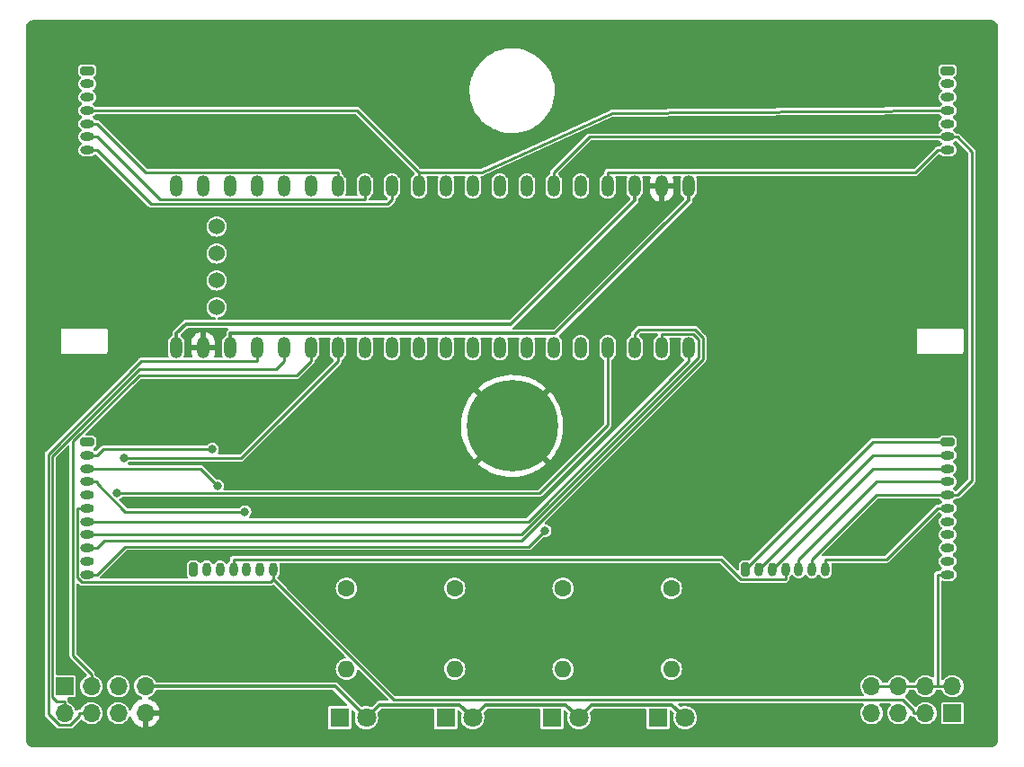
<source format=gbr>
%TF.GenerationSoftware,KiCad,Pcbnew,(6.0.2)*%
%TF.CreationDate,2022-03-15T14:17:50+03:00*%
%TF.ProjectId,kinesis-80,6b696e65-7369-4732-9d38-302e6b696361,rev?*%
%TF.SameCoordinates,Original*%
%TF.FileFunction,Copper,L1,Top*%
%TF.FilePolarity,Positive*%
%FSLAX46Y46*%
G04 Gerber Fmt 4.6, Leading zero omitted, Abs format (unit mm)*
G04 Created by KiCad (PCBNEW (6.0.2)) date 2022-03-15 14:17:50*
%MOMM*%
%LPD*%
G01*
G04 APERTURE LIST*
G04 Aperture macros list*
%AMRoundRect*
0 Rectangle with rounded corners*
0 $1 Rounding radius*
0 $2 $3 $4 $5 $6 $7 $8 $9 X,Y pos of 4 corners*
0 Add a 4 corners polygon primitive as box body*
4,1,4,$2,$3,$4,$5,$6,$7,$8,$9,$2,$3,0*
0 Add four circle primitives for the rounded corners*
1,1,$1+$1,$2,$3*
1,1,$1+$1,$4,$5*
1,1,$1+$1,$6,$7*
1,1,$1+$1,$8,$9*
0 Add four rect primitives between the rounded corners*
20,1,$1+$1,$2,$3,$4,$5,0*
20,1,$1+$1,$4,$5,$6,$7,0*
20,1,$1+$1,$6,$7,$8,$9,0*
20,1,$1+$1,$8,$9,$2,$3,0*%
G04 Aperture macros list end*
%TA.AperFunction,ComponentPad*%
%ADD10C,8.600000*%
%TD*%
%TA.AperFunction,ComponentPad*%
%ADD11R,1.800000X1.800000*%
%TD*%
%TA.AperFunction,ComponentPad*%
%ADD12C,1.800000*%
%TD*%
%TA.AperFunction,ComponentPad*%
%ADD13RoundRect,0.200000X-0.450000X0.200000X-0.450000X-0.200000X0.450000X-0.200000X0.450000X0.200000X0*%
%TD*%
%TA.AperFunction,ComponentPad*%
%ADD14O,1.300000X0.800000*%
%TD*%
%TA.AperFunction,ComponentPad*%
%ADD15RoundRect,0.200000X-0.200000X-0.450000X0.200000X-0.450000X0.200000X0.450000X-0.200000X0.450000X0*%
%TD*%
%TA.AperFunction,ComponentPad*%
%ADD16O,0.800000X1.300000*%
%TD*%
%TA.AperFunction,ComponentPad*%
%ADD17O,1.200000X2.000000*%
%TD*%
%TA.AperFunction,ComponentPad*%
%ADD18C,1.524000*%
%TD*%
%TA.AperFunction,ComponentPad*%
%ADD19R,1.700000X1.700000*%
%TD*%
%TA.AperFunction,ComponentPad*%
%ADD20O,1.700000X1.700000*%
%TD*%
%TA.AperFunction,ComponentPad*%
%ADD21C,1.600000*%
%TD*%
%TA.AperFunction,ComponentPad*%
%ADD22O,1.600000X1.600000*%
%TD*%
%TA.AperFunction,ViaPad*%
%ADD23C,0.800000*%
%TD*%
%TA.AperFunction,Conductor*%
%ADD24C,0.250000*%
%TD*%
%TA.AperFunction,Conductor*%
%ADD25C,0.350000*%
%TD*%
G04 APERTURE END LIST*
D10*
%TO.P,H1,1*%
%TO.N,GND*%
X142000000Y-106500000D03*
%TD*%
D11*
%TO.P,LED2,1*%
%TO.N,LED_NUM_R*%
X135750000Y-134000000D03*
D12*
%TO.P,LED2,2*%
%TO.N,3V3*%
X138290000Y-134000000D03*
%TD*%
D11*
%TO.P,LED3,1*%
%TO.N,LED_SCRL_R*%
X145750000Y-134000000D03*
D12*
%TO.P,LED3,2*%
%TO.N,3V3*%
X148290000Y-134000000D03*
%TD*%
D11*
%TO.P,LED4,1*%
%TO.N,LED_KPD_R*%
X155750000Y-134000000D03*
D12*
%TO.P,LED4,2*%
%TO.N,3V3*%
X158290000Y-134000000D03*
%TD*%
D11*
%TO.P,LED1,1*%
%TO.N,LED_CAPS_R*%
X125750000Y-134000000D03*
D12*
%TO.P,LED1,2*%
%TO.N,3V3*%
X128290000Y-134000000D03*
%TD*%
D13*
%TO.P,J1,1*%
%TO.N,COL_0*%
X102000000Y-73000000D03*
D14*
%TO.P,J1,2*%
%TO.N,COL_1*%
X102000000Y-74250000D03*
%TO.P,J1,3*%
%TO.N,COL_2*%
X102000000Y-75500000D03*
%TO.P,J1,4*%
%TO.N,ROW_0*%
X102000000Y-76750000D03*
%TO.P,J1,5*%
%TO.N,COL_3*%
X102000000Y-78000000D03*
%TO.P,J1,6*%
%TO.N,COL_4*%
X102000000Y-79250000D03*
%TO.P,J1,7*%
%TO.N,COL_5*%
X102000000Y-80500000D03*
%TD*%
D13*
%TO.P,J2,1*%
%TO.N,COL_6*%
X183000000Y-73000000D03*
D14*
%TO.P,J2,2*%
%TO.N,COL_7*%
X183000000Y-74250000D03*
%TO.P,J2,3*%
%TO.N,COL_8*%
X183000000Y-75500000D03*
%TO.P,J2,4*%
%TO.N,ROW_0*%
X183000000Y-76750000D03*
%TO.P,J2,5*%
%TO.N,COL_9*%
X183000000Y-78000000D03*
%TO.P,J2,6*%
%TO.N,COL_A*%
X183000000Y-79250000D03*
%TO.P,J2,7*%
%TO.N,COL_B*%
X183000000Y-80500000D03*
%TD*%
D13*
%TO.P,J3,1*%
%TO.N,COL_0*%
X102000000Y-108000000D03*
D14*
%TO.P,J3,2*%
%TO.N,COL_1*%
X102000000Y-109250000D03*
%TO.P,J3,3*%
%TO.N,COL_2*%
X102000000Y-110500000D03*
%TO.P,J3,4*%
%TO.N,COL_3*%
X102000000Y-111750000D03*
%TO.P,J3,5*%
%TO.N,COL_4*%
X102000000Y-113000000D03*
%TO.P,J3,6*%
%TO.N,COL_5*%
X102000000Y-114250000D03*
%TO.P,J3,7*%
%TO.N,ROW_1*%
X102000000Y-115500000D03*
%TO.P,J3,8*%
%TO.N,ROW_2*%
X102000000Y-116750000D03*
%TO.P,J3,9*%
%TO.N,ROW_3*%
X102000000Y-118000000D03*
%TO.P,J3,10*%
%TO.N,ROW_4*%
X102000000Y-119250000D03*
%TO.P,J3,11*%
%TO.N,ROW_5*%
X102000000Y-120500000D03*
%TD*%
D13*
%TO.P,J4,1*%
%TO.N,COL_6*%
X183000000Y-108000000D03*
D14*
%TO.P,J4,2*%
%TO.N,COL_7*%
X183000000Y-109250000D03*
%TO.P,J4,3*%
%TO.N,COL_8*%
X183000000Y-110500000D03*
%TO.P,J4,4*%
%TO.N,COL_9*%
X183000000Y-111750000D03*
%TO.P,J4,5*%
%TO.N,COL_A*%
X183000000Y-113000000D03*
%TO.P,J4,6*%
%TO.N,COL_B*%
X183000000Y-114250000D03*
%TO.P,J4,7*%
%TO.N,ROW_1*%
X183000000Y-115500000D03*
%TO.P,J4,8*%
%TO.N,ROW_2*%
X183000000Y-116750000D03*
%TO.P,J4,9*%
%TO.N,ROW_3*%
X183000000Y-118000000D03*
%TO.P,J4,10*%
%TO.N,ROW_4*%
X183000000Y-119250000D03*
%TO.P,J4,11*%
%TO.N,ROW_5*%
X183000000Y-120500000D03*
%TD*%
D15*
%TO.P,J6,1*%
%TO.N,COL_6*%
X164000000Y-120000000D03*
D16*
%TO.P,J6,2*%
%TO.N,COL_7*%
X165250000Y-120000000D03*
%TO.P,J6,3*%
%TO.N,COL_8*%
X166500000Y-120000000D03*
%TO.P,J6,4*%
%TO.N,ROW_6*%
X167750000Y-120000000D03*
%TO.P,J6,5*%
%TO.N,COL_9*%
X169000000Y-120000000D03*
%TO.P,J6,6*%
%TO.N,COL_A*%
X170250000Y-120000000D03*
%TO.P,J6,7*%
%TO.N,COL_B*%
X171500000Y-120000000D03*
%TD*%
D17*
%TO.P,U1,1*%
%TO.N,ROW_1*%
X158630000Y-99120000D03*
%TO.P,U1,2*%
%TO.N,ROW_2*%
X156090000Y-99120000D03*
%TO.P,U1,3*%
%TO.N,ROW_3*%
X153550000Y-99120000D03*
%TO.P,U1,4*%
%TO.N,ROW_4*%
X151010000Y-99120000D03*
%TO.P,U1,5*%
%TO.N,ROW_5*%
X148470000Y-99120000D03*
%TO.P,U1,6*%
%TO.N,Net-(U1-Pad6)*%
X145930000Y-99120000D03*
%TO.P,U1,7*%
%TO.N,Net-(U1-Pad7)*%
X143390000Y-99120000D03*
%TO.P,U1,8*%
%TO.N,Net-(U1-Pad8)*%
X140850000Y-99120000D03*
%TO.P,U1,9*%
%TO.N,Net-(U1-Pad9)*%
X138310000Y-99120000D03*
%TO.P,U1,10*%
%TO.N,LED_KPD*%
X135770000Y-99120000D03*
%TO.P,U1,11*%
%TO.N,LED_SCRL*%
X133230000Y-99120000D03*
%TO.P,U1,12*%
%TO.N,LED_NUM*%
X130690000Y-99120000D03*
%TO.P,U1,13*%
%TO.N,ROW_6*%
X128150000Y-99120000D03*
%TO.P,U1,14*%
%TO.N,SCL1*%
X125610000Y-99120000D03*
%TO.P,U1,15*%
%TO.N,SDA1*%
X123070000Y-99120000D03*
%TO.P,U1,16*%
%TO.N,B8*%
X120530000Y-99120000D03*
%TO.P,U1,17*%
%TO.N,B9*%
X117990000Y-99120000D03*
%TO.P,U1,18*%
%TO.N,5V*%
X115450000Y-99120000D03*
%TO.P,U1,19*%
%TO.N,GND*%
X112910000Y-99120000D03*
%TO.P,U1,20*%
%TO.N,3V3*%
X110370000Y-99120000D03*
%TO.P,U1,21*%
%TO.N,Net-(U1-Pad21)*%
X110370000Y-83880000D03*
%TO.P,U1,22*%
%TO.N,LED_CAPS*%
X112910000Y-83880000D03*
%TO.P,U1,23*%
%TO.N,COL_0*%
X115450000Y-83880000D03*
%TO.P,U1,24*%
%TO.N,COL_1*%
X117990000Y-83880000D03*
%TO.P,U1,25*%
%TO.N,Net-(U1-Pad25)*%
X120530000Y-83880000D03*
%TO.P,U1,26*%
%TO.N,COL_2*%
X123070000Y-83880000D03*
%TO.P,U1,27*%
%TO.N,COL_3*%
X125610000Y-83880000D03*
%TO.P,U1,28*%
%TO.N,COL_4*%
X128150000Y-83880000D03*
%TO.P,U1,29*%
%TO.N,COL_5*%
X130690000Y-83880000D03*
%TO.P,U1,30*%
%TO.N,ROW_0*%
X133230000Y-83880000D03*
%TO.P,U1,31*%
%TO.N,COL_6*%
X135770000Y-83880000D03*
%TO.P,U1,32*%
%TO.N,COL_7*%
X138310000Y-83880000D03*
%TO.P,U1,33*%
%TO.N,COL_8*%
X140850000Y-83880000D03*
%TO.P,U1,34*%
%TO.N,COL_9*%
X143390000Y-83880000D03*
%TO.P,U1,35*%
%TO.N,COL_A*%
X145930000Y-83880000D03*
%TO.P,U1,36*%
%TO.N,Net-(U1-Pad36)*%
X148470000Y-83880000D03*
%TO.P,U1,37*%
%TO.N,COL_B*%
X151010000Y-83880000D03*
%TO.P,U1,38*%
%TO.N,3V3*%
X153550000Y-83880000D03*
%TO.P,U1,39*%
%TO.N,GND*%
X156090000Y-83880000D03*
%TO.P,U1,40*%
%TO.N,5V*%
X158630000Y-83880000D03*
D18*
%TO.P,U1,41*%
%TO.N,Net-(U1-Pad41)*%
X114180000Y-95310000D03*
%TO.P,U1,42*%
%TO.N,Net-(U1-Pad42)*%
X114180000Y-92770000D03*
%TO.P,U1,43*%
%TO.N,Net-(U1-Pad43)*%
X114180000Y-90230000D03*
%TO.P,U1,44*%
%TO.N,Net-(U1-Pad44)*%
X114180000Y-87690000D03*
%TD*%
D19*
%TO.P,J8,1*%
%TO.N,SCL1*%
X99840000Y-131030000D03*
D20*
%TO.P,J8,2*%
%TO.N,B8*%
X99840000Y-133570000D03*
%TO.P,J8,3*%
%TO.N,SDA1*%
X102380000Y-131030000D03*
%TO.P,J8,4*%
%TO.N,B9*%
X102380000Y-133570000D03*
%TO.P,J8,5*%
%TO.N,5V*%
X104920000Y-131030000D03*
%TO.P,J8,6*%
%TO.N,B10*%
X104920000Y-133570000D03*
%TO.P,J8,7*%
%TO.N,3V3*%
X107460000Y-131030000D03*
%TO.P,J8,8*%
%TO.N,GND*%
X107460000Y-133570000D03*
%TD*%
D19*
%TO.P,J7,1*%
%TO.N,COL_0*%
X183480000Y-133570000D03*
D20*
%TO.P,J7,2*%
%TO.N,ROW_5*%
X183480000Y-131030000D03*
%TO.P,J7,3*%
%TO.N,COL_5*%
X180940000Y-133570000D03*
%TO.P,J7,4*%
%TO.N,ROW_5*%
X180940000Y-131030000D03*
%TO.P,J7,5*%
%TO.N,COL_6*%
X178400000Y-133570000D03*
%TO.P,J7,6*%
%TO.N,ROW_5*%
X178400000Y-131030000D03*
%TO.P,J7,7*%
%TO.N,COL_B*%
X175860000Y-133570000D03*
%TO.P,J7,8*%
%TO.N,ROW_5*%
X175860000Y-131030000D03*
%TD*%
D15*
%TO.P,J5,1*%
%TO.N,COL_0*%
X112000000Y-120000000D03*
D16*
%TO.P,J5,2*%
%TO.N,COL_1*%
X113250000Y-120000000D03*
%TO.P,J5,3*%
%TO.N,COL_2*%
X114500000Y-120000000D03*
%TO.P,J5,4*%
%TO.N,ROW_6*%
X115750000Y-120000000D03*
%TO.P,J5,5*%
%TO.N,COL_3*%
X117000000Y-120000000D03*
%TO.P,J5,6*%
%TO.N,COL_4*%
X118250000Y-120000000D03*
%TO.P,J5,7*%
%TO.N,COL_5*%
X119500000Y-120000000D03*
%TD*%
D21*
%TO.P,R5,1*%
%TO.N,LED_KPD*%
X157000000Y-121800000D03*
D22*
%TO.P,R5,2*%
%TO.N,LED_KPD_R*%
X157000000Y-129420000D03*
%TD*%
D21*
%TO.P,R6,1*%
%TO.N,LED_SCRL*%
X146800000Y-121800000D03*
D22*
%TO.P,R6,2*%
%TO.N,LED_SCRL_R*%
X146800000Y-129420000D03*
%TD*%
D21*
%TO.P,R7,1*%
%TO.N,LED_NUM*%
X136600000Y-121800000D03*
D22*
%TO.P,R7,2*%
%TO.N,LED_NUM_R*%
X136600000Y-129420000D03*
%TD*%
D21*
%TO.P,R8,1*%
%TO.N,LED_CAPS*%
X126400000Y-121800000D03*
D22*
%TO.P,R8,2*%
%TO.N,LED_CAPS_R*%
X126400000Y-129420000D03*
%TD*%
D23*
%TO.N,GND*%
X168140000Y-84800000D03*
X170680000Y-84800000D03*
X173220000Y-84800000D03*
X175760000Y-84800000D03*
X165600000Y-87340000D03*
X168140000Y-87340000D03*
X170680000Y-87340000D03*
X173220000Y-87340000D03*
X175760000Y-87340000D03*
X165600000Y-89880000D03*
X168140000Y-89880000D03*
X170680000Y-89880000D03*
X173220000Y-89880000D03*
X175760000Y-89880000D03*
X165600000Y-92420000D03*
X168140000Y-92420000D03*
X170680000Y-92420000D03*
X173220000Y-92420000D03*
X175760000Y-92420000D03*
X165600000Y-94960000D03*
X168140000Y-94960000D03*
X170680000Y-94960000D03*
X173220000Y-94960000D03*
X175760000Y-94960000D03*
X170680000Y-97500000D03*
X170680000Y-100040000D03*
X175760000Y-100040000D03*
X173220000Y-102580000D03*
X173220000Y-97500000D03*
X175760000Y-97500000D03*
X175760000Y-102580000D03*
X173220000Y-100040000D03*
X152720000Y-73220000D03*
X155260000Y-73220000D03*
X152720000Y-70680000D03*
X157800000Y-73220000D03*
X155260000Y-70680000D03*
X157800000Y-70680000D03*
X162880000Y-70680000D03*
X160340000Y-73220000D03*
X162880000Y-73220000D03*
X160340000Y-70680000D03*
X167960000Y-70680000D03*
X165420000Y-70680000D03*
X165420000Y-73220000D03*
X167960000Y-73220000D03*
X114620000Y-129100000D03*
X114620000Y-126560000D03*
X117160000Y-129100000D03*
X119700000Y-126560000D03*
X119700000Y-129100000D03*
X112080000Y-126560000D03*
X112080000Y-129100000D03*
X117160000Y-126560000D03*
X124780000Y-91000000D03*
X127320000Y-91000000D03*
X124780000Y-88460000D03*
X127320000Y-88460000D03*
X124780000Y-93540000D03*
X127320000Y-93540000D03*
X134940000Y-93540000D03*
X134940000Y-91000000D03*
X134940000Y-88460000D03*
X137480000Y-88460000D03*
X137480000Y-93540000D03*
X137480000Y-91000000D03*
X166870000Y-104593949D03*
X168666051Y-106390000D03*
X168666051Y-109982102D03*
X165073949Y-106390000D03*
X165073949Y-102797898D03*
X163277898Y-104593949D03*
X170462102Y-108186051D03*
X166870000Y-108186051D03*
X165600000Y-84800000D03*
X107200000Y-74400000D03*
X102800000Y-87600000D03*
X154400000Y-116200000D03*
X141800000Y-127800000D03*
X117800000Y-106400000D03*
X132400000Y-111400000D03*
X106400000Y-87600000D03*
X169800000Y-129000000D03*
X176400000Y-115000000D03*
X181200000Y-89600000D03*
X158600000Y-109800000D03*
X176400000Y-122600000D03*
X180200000Y-84600000D03*
X125400000Y-109200000D03*
X161600000Y-124200000D03*
X164200000Y-128000000D03*
X105800000Y-106000000D03*
X151800000Y-128000000D03*
X106600000Y-94800000D03*
X154800000Y-109200000D03*
X131600000Y-127800000D03*
X129200000Y-111400000D03*
X152200000Y-111600000D03*
X151800000Y-123800000D03*
X102800000Y-94600000D03*
X107000000Y-70400000D03*
X170600000Y-124600000D03*
X109400000Y-104000000D03*
%TO.N,ROW_4*%
X104807000Y-112786600D03*
%TO.N,COL_1*%
X113788000Y-108702300D03*
%TO.N,COL_2*%
X114268100Y-112125000D03*
%TO.N,ROW_5*%
X145113200Y-116361500D03*
%TO.N,COL_3*%
X116839400Y-114568000D03*
%TO.N,SCL1*%
X105434200Y-109507900D03*
%TD*%
D24*
%TO.N,COL_5*%
X101072300Y-120801400D02*
X101477500Y-121206600D01*
X107993800Y-85566100D02*
X102927700Y-80500000D01*
X102000000Y-114250000D02*
X101072300Y-114250000D01*
X130690000Y-85157700D02*
X130281600Y-85566100D01*
X101477500Y-121206600D02*
X119221100Y-121206600D01*
X179812300Y-133288100D02*
X178824200Y-132300000D01*
X180940000Y-133570000D02*
X179812300Y-133570000D01*
X119500000Y-120000000D02*
X119500000Y-120927700D01*
X102000000Y-80500000D02*
X102927700Y-80500000D01*
X119221100Y-121206600D02*
X119500000Y-120927700D01*
X101072300Y-114250000D02*
X101072300Y-120801400D01*
X130281600Y-85566100D02*
X107993800Y-85566100D01*
X130690000Y-83880000D02*
X130690000Y-85157700D01*
X178824200Y-132300000D02*
X130872300Y-132300000D01*
X179812300Y-133570000D02*
X179812300Y-133288100D01*
X130872300Y-132300000D02*
X119500000Y-120927700D01*
%TO.N,COL_6*%
X176000000Y-108000000D02*
X183000000Y-108000000D01*
X164000000Y-120000000D02*
X176000000Y-108000000D01*
%TO.N,ROW_6*%
X161694700Y-119072300D02*
X163552100Y-120929700D01*
X167750000Y-120000000D02*
X167750000Y-120927700D01*
X115750000Y-119072300D02*
X161694700Y-119072300D01*
X163552100Y-120929700D02*
X167748000Y-120929700D01*
X115750000Y-120000000D02*
X115750000Y-119072300D01*
X167748000Y-120929700D02*
X167750000Y-120927700D01*
%TO.N,ROW_4*%
X151010000Y-106426100D02*
X144575600Y-112860500D01*
X151010000Y-99120000D02*
X151010000Y-106426100D01*
X144575600Y-112860500D02*
X104880900Y-112860500D01*
X104880900Y-112860500D02*
X104807000Y-112786600D01*
%TO.N,ROW_1*%
X102000000Y-115500000D02*
X102927700Y-115500000D01*
X102927700Y-115500000D02*
X143527700Y-115500000D01*
X158630000Y-99120000D02*
X158630000Y-100397700D01*
X143527700Y-115500000D02*
X158630000Y-100397700D01*
%TO.N,COL_1*%
X103475400Y-108702300D02*
X102927700Y-109250000D01*
X113788000Y-108702300D02*
X103475400Y-108702300D01*
X102000000Y-109250000D02*
X102927700Y-109250000D01*
%TO.N,COL_2*%
X114268100Y-112125000D02*
X112643100Y-110500000D01*
X112643100Y-110500000D02*
X102927700Y-110500000D01*
X102000000Y-110500000D02*
X102927700Y-110500000D01*
%TO.N,COL_4*%
X128150000Y-83880000D02*
X128150000Y-85157700D01*
X128150000Y-85157700D02*
X108835400Y-85157700D01*
X108835400Y-85157700D02*
X102927700Y-79250000D01*
X102000000Y-79250000D02*
X102927700Y-79250000D01*
%TO.N,ROW_5*%
X145113200Y-116361500D02*
X143602400Y-117872300D01*
X178400000Y-131030000D02*
X180940000Y-131030000D01*
X105555400Y-117872300D02*
X102927700Y-120500000D01*
X182072300Y-131030000D02*
X183480000Y-131030000D01*
X102000000Y-120500000D02*
X102927700Y-120500000D01*
X183000000Y-120500000D02*
X182072300Y-120500000D01*
X143602400Y-117872300D02*
X105555400Y-117872300D01*
X175860000Y-131030000D02*
X178400000Y-131030000D01*
X182072300Y-131030000D02*
X182072300Y-120500000D01*
X180940000Y-131030000D02*
X182072300Y-131030000D01*
%TO.N,ROW_3*%
X102000000Y-118000000D02*
X102927700Y-118000000D01*
X159963000Y-98161200D02*
X159963000Y-100236800D01*
X159963000Y-100236800D02*
X142900600Y-117299200D01*
X153550000Y-97842300D02*
X153985000Y-97407300D01*
X159209100Y-97407300D02*
X159963000Y-98161200D01*
X103628500Y-117299200D02*
X102927700Y-118000000D01*
X153550000Y-99120000D02*
X153550000Y-97842300D01*
X153985000Y-97407300D02*
X159209100Y-97407300D01*
X142900600Y-117299200D02*
X103628500Y-117299200D01*
%TO.N,ROW_2*%
X159052700Y-97842300D02*
X159550200Y-98339800D01*
X156090000Y-97842300D02*
X159052700Y-97842300D01*
X159550200Y-100050700D02*
X142850900Y-116750000D01*
X142850900Y-116750000D02*
X102000000Y-116750000D01*
X159550200Y-98339800D02*
X159550200Y-100050700D01*
X156090000Y-99120000D02*
X156090000Y-97842300D01*
%TO.N,ROW_0*%
X133230000Y-82602300D02*
X127377700Y-76750000D01*
X127377700Y-76750000D02*
X102000000Y-76750000D01*
X151400000Y-77000000D02*
X139135700Y-82602300D01*
X139135700Y-82602300D02*
X133230000Y-82602300D01*
X183000000Y-76750000D02*
X151400000Y-77000000D01*
X133230000Y-83880000D02*
X133230000Y-82602300D01*
%TO.N,COL_3*%
X102927700Y-111750000D02*
X102927700Y-111912000D01*
X102000000Y-78000000D02*
X102927700Y-78000000D01*
X125610000Y-83880000D02*
X125610000Y-82602300D01*
X125610000Y-82602300D02*
X107530000Y-82602300D01*
X102927700Y-111912000D02*
X105583700Y-114568000D01*
X102000000Y-111750000D02*
X102927700Y-111750000D01*
X105583700Y-114568000D02*
X116839400Y-114568000D01*
X107530000Y-82602300D02*
X102927700Y-78000000D01*
%TO.N,COL_B*%
X179970000Y-82602300D02*
X182072300Y-80500000D01*
X182072300Y-114250000D02*
X177250000Y-119072300D01*
X183000000Y-80500000D02*
X182072300Y-80500000D01*
X182981200Y-114250000D02*
X182072300Y-114250000D01*
X151010000Y-82602300D02*
X179970000Y-82602300D01*
X151010000Y-83880000D02*
X151010000Y-82602300D01*
X182981200Y-114250000D02*
X183000000Y-114250000D01*
X177250000Y-119072300D02*
X171500000Y-119072300D01*
X171500000Y-120000000D02*
X171500000Y-119072300D01*
%TO.N,COL_A*%
X183000000Y-79250000D02*
X183927700Y-79250000D01*
X185302000Y-111625700D02*
X183927700Y-113000000D01*
X170250000Y-119072300D02*
X176322300Y-113000000D01*
X145930000Y-83880000D02*
X145930000Y-82602300D01*
X183927700Y-79250000D02*
X185302000Y-80624300D01*
X185302000Y-80624300D02*
X185302000Y-111625700D01*
X145930000Y-82602300D02*
X149282300Y-79250000D01*
X183000000Y-113000000D02*
X183927700Y-113000000D01*
X170250000Y-120000000D02*
X170250000Y-119072300D01*
X149282300Y-79250000D02*
X183000000Y-79250000D01*
X176322300Y-113000000D02*
X183000000Y-113000000D01*
%TO.N,COL_9*%
X169000000Y-120000000D02*
X169000000Y-119072300D01*
X176322300Y-111750000D02*
X169000000Y-119072300D01*
X183000000Y-111750000D02*
X176322300Y-111750000D01*
%TO.N,COL_8*%
X176000000Y-110500000D02*
X183000000Y-110500000D01*
X166500000Y-120000000D02*
X176000000Y-110500000D01*
%TO.N,COL_7*%
X165250000Y-120000000D02*
X176000000Y-109250000D01*
X176000000Y-109250000D02*
X183000000Y-109250000D01*
%TO.N,B9*%
X107071700Y-100397700D02*
X117990000Y-100397700D01*
X98308900Y-133677400D02*
X98308900Y-109160500D01*
X99332900Y-134701400D02*
X98308900Y-133677400D01*
X102380000Y-133570000D02*
X101252300Y-133570000D01*
X100402800Y-134701400D02*
X99332900Y-134701400D01*
X117990000Y-99120000D02*
X117990000Y-100397700D01*
X101252300Y-133851900D02*
X100402800Y-134701400D01*
X98308900Y-109160500D02*
X107071700Y-100397700D01*
X101252300Y-133570000D02*
X101252300Y-133851900D01*
%TO.N,B8*%
X99840000Y-132442300D02*
X99135200Y-132442300D01*
X99840000Y-133570000D02*
X99840000Y-132442300D01*
X98712200Y-132019300D02*
X98712200Y-109326900D01*
X106905500Y-101133600D02*
X119794100Y-101133600D01*
X119794100Y-101133600D02*
X120530000Y-100397700D01*
X120530000Y-99120000D02*
X120530000Y-100397700D01*
X98712200Y-109326900D02*
X106905500Y-101133600D01*
X99135200Y-132442300D02*
X98712200Y-132019300D01*
D25*
%TO.N,3V3*%
X111275400Y-96886900D02*
X110370000Y-97792300D01*
X125320000Y-131030000D02*
X128290000Y-134000000D01*
X148290000Y-134000000D02*
X147062200Y-132772200D01*
X153550000Y-83880000D02*
X153550000Y-85207700D01*
X108637700Y-131030000D02*
X125320000Y-131030000D01*
X137062200Y-132772200D02*
X129517800Y-132772200D01*
X138290000Y-134000000D02*
X137062200Y-132772200D01*
X107460000Y-131030000D02*
X108637700Y-131030000D01*
X153550000Y-85207700D02*
X141870800Y-96886900D01*
X139517800Y-132772200D02*
X138290000Y-134000000D01*
X147062200Y-132772200D02*
X139517800Y-132772200D01*
X141870800Y-96886900D02*
X111275400Y-96886900D01*
X129517800Y-132772200D02*
X128290000Y-134000000D01*
X158290000Y-134000000D02*
X157062200Y-132772200D01*
X110370000Y-99120000D02*
X110370000Y-97792300D01*
X149517800Y-132772200D02*
X148290000Y-134000000D01*
X157062200Y-132772200D02*
X149517800Y-132772200D01*
%TO.N,5V*%
X158630000Y-85207700D02*
X146045400Y-97792300D01*
X146045400Y-97792300D02*
X115450000Y-97792300D01*
X115450000Y-99120000D02*
X115450000Y-97792300D01*
X158630000Y-83880000D02*
X158630000Y-85207700D01*
D24*
%TO.N,SCL1*%
X116499800Y-109507900D02*
X125610000Y-100397700D01*
X105434200Y-109507900D02*
X116499800Y-109507900D01*
X125610000Y-99120000D02*
X125610000Y-100397700D01*
%TO.N,SDA1*%
X123070000Y-99120000D02*
X123070000Y-100397700D01*
X106895800Y-101713000D02*
X121754700Y-101713000D01*
X100663100Y-107945700D02*
X106895800Y-101713000D01*
X102380000Y-129902300D02*
X100663100Y-128185400D01*
X121754700Y-101713000D02*
X123070000Y-100397700D01*
X102380000Y-131030000D02*
X102380000Y-129902300D01*
X100663100Y-128185400D02*
X100663100Y-107945700D01*
%TD*%
%TA.AperFunction,Conductor*%
%TO.N,GND*%
G36*
X186980182Y-68201953D02*
G01*
X186985813Y-68201963D01*
X186999642Y-68205143D01*
X187013481Y-68202011D01*
X187014472Y-68202013D01*
X187026601Y-68202620D01*
X187052218Y-68205143D01*
X187143722Y-68214156D01*
X187167939Y-68218972D01*
X187294273Y-68257294D01*
X187317093Y-68266747D01*
X187433511Y-68328974D01*
X187454048Y-68342697D01*
X187556092Y-68426442D01*
X187573558Y-68443908D01*
X187657303Y-68545952D01*
X187671026Y-68566489D01*
X187733253Y-68682907D01*
X187742706Y-68705726D01*
X187781028Y-68832061D01*
X187785845Y-68856281D01*
X187797429Y-68973898D01*
X187798010Y-68985930D01*
X187794857Y-68999642D01*
X187797989Y-69013482D01*
X187797980Y-69018372D01*
X187800000Y-69036448D01*
X187800000Y-135962976D01*
X187798047Y-135980182D01*
X187798037Y-135985813D01*
X187794857Y-135999642D01*
X187797989Y-136013481D01*
X187797987Y-136014472D01*
X187797380Y-136026601D01*
X187785845Y-136143719D01*
X187781028Y-136167939D01*
X187742706Y-136294273D01*
X187733253Y-136317093D01*
X187671026Y-136433511D01*
X187657303Y-136454048D01*
X187573558Y-136556092D01*
X187556092Y-136573558D01*
X187454048Y-136657303D01*
X187433511Y-136671026D01*
X187317093Y-136733253D01*
X187294274Y-136742706D01*
X187167939Y-136781028D01*
X187143722Y-136785844D01*
X187046147Y-136795455D01*
X187026102Y-136797429D01*
X187014070Y-136798010D01*
X187000358Y-136794857D01*
X186986518Y-136797989D01*
X186981628Y-136797980D01*
X186963552Y-136800000D01*
X97037024Y-136800000D01*
X97019818Y-136798047D01*
X97014187Y-136798037D01*
X97000358Y-136794857D01*
X96986519Y-136797989D01*
X96985528Y-136797987D01*
X96973399Y-136797380D01*
X96946607Y-136794741D01*
X96856278Y-136785844D01*
X96832061Y-136781028D01*
X96705726Y-136742706D01*
X96682907Y-136733253D01*
X96566489Y-136671026D01*
X96545952Y-136657303D01*
X96443908Y-136573558D01*
X96426442Y-136556092D01*
X96342697Y-136454048D01*
X96328974Y-136433511D01*
X96266747Y-136317093D01*
X96257294Y-136294273D01*
X96218972Y-136167939D01*
X96214155Y-136143719D01*
X96202571Y-136026102D01*
X96201990Y-136014070D01*
X96205143Y-136000358D01*
X96202011Y-135986518D01*
X96202020Y-135981628D01*
X96200000Y-135963552D01*
X96200000Y-133706207D01*
X97979636Y-133706207D01*
X97989391Y-133742610D01*
X97991770Y-133753342D01*
X97998312Y-133790445D01*
X98003823Y-133799990D01*
X98005015Y-133803266D01*
X98006492Y-133806434D01*
X98009346Y-133817084D01*
X98023748Y-133837651D01*
X98030955Y-133847944D01*
X98036861Y-133857215D01*
X98050193Y-133880306D01*
X98055706Y-133889855D01*
X98064151Y-133896941D01*
X98084582Y-133914085D01*
X98092685Y-133921511D01*
X99088789Y-134917615D01*
X99096216Y-134925719D01*
X99120445Y-134954594D01*
X99129994Y-134960107D01*
X99153085Y-134973439D01*
X99162356Y-134979345D01*
X99193216Y-135000954D01*
X99203866Y-135003808D01*
X99207034Y-135005285D01*
X99210310Y-135006477D01*
X99219855Y-135011988D01*
X99253599Y-135017938D01*
X99256958Y-135018530D01*
X99267685Y-135020908D01*
X99304093Y-135030664D01*
X99315069Y-135029704D01*
X99315072Y-135029704D01*
X99341643Y-135027379D01*
X99352624Y-135026900D01*
X100383090Y-135026900D01*
X100394072Y-135027380D01*
X100420620Y-135029703D01*
X100420622Y-135029703D01*
X100431607Y-135030664D01*
X100468015Y-135020908D01*
X100478742Y-135018530D01*
X100482101Y-135017938D01*
X100515845Y-135011988D01*
X100525390Y-135006477D01*
X100528666Y-135005285D01*
X100531834Y-135003808D01*
X100542484Y-135000954D01*
X100573344Y-134979345D01*
X100582615Y-134973439D01*
X100605706Y-134960107D01*
X100615255Y-134954594D01*
X100639484Y-134925719D01*
X100646906Y-134917620D01*
X101361762Y-134202765D01*
X101424074Y-134168740D01*
X101494890Y-134173805D01*
X101549602Y-134213596D01*
X101584802Y-134258007D01*
X101620677Y-134303270D01*
X101625370Y-134307264D01*
X101625371Y-134307265D01*
X101699541Y-134370388D01*
X101777564Y-134436791D01*
X101782942Y-134439797D01*
X101782944Y-134439798D01*
X101809365Y-134454564D01*
X101957398Y-134537297D01*
X102019032Y-134557323D01*
X102147471Y-134599056D01*
X102147475Y-134599057D01*
X102153329Y-134600959D01*
X102357894Y-134625351D01*
X102364029Y-134624879D01*
X102364031Y-134624879D01*
X102436625Y-134619293D01*
X102563300Y-134609546D01*
X102569230Y-134607890D01*
X102569232Y-134607890D01*
X102724451Y-134564552D01*
X102761725Y-134554145D01*
X102767214Y-134551372D01*
X102767220Y-134551370D01*
X102940116Y-134464033D01*
X102945610Y-134461258D01*
X102961345Y-134448965D01*
X103103101Y-134338213D01*
X103107951Y-134334424D01*
X103165992Y-134267183D01*
X103238540Y-134183134D01*
X103238540Y-134183133D01*
X103242564Y-134178472D01*
X103249010Y-134167126D01*
X103289654Y-134095579D01*
X103344323Y-133999344D01*
X103409351Y-133803863D01*
X103435171Y-133599474D01*
X103435390Y-133583806D01*
X103435534Y-133573522D01*
X103435534Y-133573518D01*
X103435583Y-133570000D01*
X103415480Y-133364970D01*
X103355935Y-133167749D01*
X103259218Y-132985849D01*
X103159150Y-132863154D01*
X103132906Y-132830975D01*
X103132903Y-132830972D01*
X103129011Y-132826200D01*
X103122168Y-132820539D01*
X102975025Y-132698811D01*
X102975021Y-132698809D01*
X102970275Y-132694882D01*
X102789055Y-132596897D01*
X102592254Y-132535977D01*
X102586129Y-132535333D01*
X102586128Y-132535333D01*
X102393498Y-132515087D01*
X102393496Y-132515087D01*
X102387369Y-132514443D01*
X102300529Y-132522346D01*
X102188342Y-132532555D01*
X102188339Y-132532556D01*
X102182203Y-132533114D01*
X101984572Y-132591280D01*
X101802002Y-132686726D01*
X101797201Y-132690586D01*
X101797198Y-132690588D01*
X101646254Y-132811950D01*
X101641447Y-132815815D01*
X101509024Y-132973630D01*
X101506056Y-132979028D01*
X101506053Y-132979033D01*
X101426812Y-133123174D01*
X101409776Y-133154162D01*
X101407914Y-133160031D01*
X101405485Y-133165699D01*
X101403458Y-133164830D01*
X101369342Y-133215481D01*
X101304140Y-133243575D01*
X101288901Y-133244500D01*
X101194906Y-133244500D01*
X101178086Y-133250622D01*
X101156876Y-133256305D01*
X101139255Y-133259412D01*
X101123756Y-133268360D01*
X101103857Y-133277639D01*
X101087040Y-133283760D01*
X101078595Y-133290846D01*
X101078593Y-133290847D01*
X101073328Y-133295265D01*
X101055347Y-133307856D01*
X101039845Y-133316806D01*
X101038787Y-133318066D01*
X100979041Y-133344212D01*
X100908937Y-133332992D01*
X100856027Y-133285653D01*
X100842472Y-133255643D01*
X100838828Y-133243575D01*
X100815935Y-133167749D01*
X100719218Y-132985849D01*
X100619150Y-132863154D01*
X100592906Y-132830975D01*
X100592903Y-132830972D01*
X100589011Y-132826200D01*
X100582168Y-132820539D01*
X100435025Y-132698811D01*
X100435021Y-132698809D01*
X100430275Y-132694882D01*
X100249055Y-132596897D01*
X100243167Y-132595074D01*
X100242676Y-132594868D01*
X100187628Y-132550033D01*
X100165500Y-132478712D01*
X100165500Y-132384906D01*
X100159378Y-132368086D01*
X100153695Y-132346876D01*
X100152502Y-132340110D01*
X100150588Y-132329255D01*
X100141640Y-132313756D01*
X100132361Y-132293857D01*
X100126240Y-132277040D01*
X100119579Y-132269101D01*
X100102939Y-132200501D01*
X100126161Y-132133410D01*
X100181970Y-132089524D01*
X100228796Y-132080500D01*
X100709748Y-132080500D01*
X100733985Y-132075679D01*
X100756061Y-132071288D01*
X100756062Y-132071288D01*
X100768231Y-132068867D01*
X100834552Y-132024552D01*
X100878867Y-131958231D01*
X100885670Y-131924033D01*
X100889293Y-131905816D01*
X100890500Y-131899748D01*
X100890500Y-130160252D01*
X100878867Y-130101769D01*
X100834552Y-130035448D01*
X100768231Y-129991133D01*
X100756062Y-129988712D01*
X100756061Y-129988712D01*
X100715816Y-129980707D01*
X100709748Y-129979500D01*
X99163700Y-129979500D01*
X99095579Y-129959498D01*
X99049086Y-129905842D01*
X99037700Y-129853500D01*
X99037700Y-109513916D01*
X99057702Y-109445795D01*
X99074605Y-109424821D01*
X100122505Y-108376921D01*
X100184817Y-108342895D01*
X100255632Y-108347960D01*
X100312468Y-108390507D01*
X100337279Y-108457027D01*
X100337600Y-108466016D01*
X100337600Y-128165690D01*
X100337120Y-128176672D01*
X100333836Y-128214207D01*
X100336690Y-128224856D01*
X100343591Y-128250610D01*
X100345970Y-128261342D01*
X100352512Y-128298445D01*
X100358023Y-128307990D01*
X100359215Y-128311266D01*
X100360692Y-128314434D01*
X100363546Y-128325084D01*
X100385155Y-128355944D01*
X100391061Y-128365215D01*
X100404393Y-128388306D01*
X100409906Y-128397855D01*
X100418351Y-128404941D01*
X100438782Y-128422085D01*
X100446885Y-128429511D01*
X101918499Y-129901126D01*
X101952525Y-129963438D01*
X101947460Y-130034254D01*
X101904913Y-130091089D01*
X101887780Y-130101882D01*
X101802002Y-130146726D01*
X101797201Y-130150586D01*
X101797198Y-130150588D01*
X101650126Y-130268837D01*
X101641447Y-130275815D01*
X101509024Y-130433630D01*
X101506056Y-130439028D01*
X101506053Y-130439033D01*
X101499315Y-130451290D01*
X101409776Y-130614162D01*
X101347484Y-130810532D01*
X101346798Y-130816649D01*
X101346797Y-130816653D01*
X101325207Y-131009137D01*
X101324520Y-131015262D01*
X101341759Y-131220553D01*
X101343458Y-131226478D01*
X101394792Y-131405500D01*
X101398544Y-131418586D01*
X101401359Y-131424063D01*
X101401360Y-131424066D01*
X101422247Y-131464707D01*
X101492712Y-131601818D01*
X101620677Y-131763270D01*
X101777564Y-131896791D01*
X101957398Y-131997297D01*
X102052238Y-132028113D01*
X102147471Y-132059056D01*
X102147475Y-132059057D01*
X102153329Y-132060959D01*
X102357894Y-132085351D01*
X102364029Y-132084879D01*
X102364031Y-132084879D01*
X102420939Y-132080500D01*
X102563300Y-132069546D01*
X102569230Y-132067890D01*
X102569232Y-132067890D01*
X102699770Y-132031443D01*
X102761725Y-132014145D01*
X102767214Y-132011372D01*
X102767220Y-132011370D01*
X102940116Y-131924033D01*
X102945610Y-131921258D01*
X102971742Y-131900842D01*
X103026780Y-131857841D01*
X103107951Y-131794424D01*
X103242564Y-131638472D01*
X103263387Y-131601818D01*
X103341276Y-131464707D01*
X103344323Y-131459344D01*
X103409351Y-131263863D01*
X103435171Y-131059474D01*
X103435583Y-131030000D01*
X103434138Y-131015262D01*
X103864520Y-131015262D01*
X103881759Y-131220553D01*
X103883458Y-131226478D01*
X103934792Y-131405500D01*
X103938544Y-131418586D01*
X103941359Y-131424063D01*
X103941360Y-131424066D01*
X103962247Y-131464707D01*
X104032712Y-131601818D01*
X104160677Y-131763270D01*
X104317564Y-131896791D01*
X104497398Y-131997297D01*
X104592238Y-132028113D01*
X104687471Y-132059056D01*
X104687475Y-132059057D01*
X104693329Y-132060959D01*
X104897894Y-132085351D01*
X104904029Y-132084879D01*
X104904031Y-132084879D01*
X104960939Y-132080500D01*
X105103300Y-132069546D01*
X105109230Y-132067890D01*
X105109232Y-132067890D01*
X105239770Y-132031443D01*
X105301725Y-132014145D01*
X105307214Y-132011372D01*
X105307220Y-132011370D01*
X105480116Y-131924033D01*
X105485610Y-131921258D01*
X105511742Y-131900842D01*
X105566780Y-131857841D01*
X105647951Y-131794424D01*
X105782564Y-131638472D01*
X105803387Y-131601818D01*
X105881276Y-131464707D01*
X105884323Y-131459344D01*
X105949351Y-131263863D01*
X105975171Y-131059474D01*
X105975583Y-131030000D01*
X105955480Y-130824970D01*
X105895935Y-130627749D01*
X105799218Y-130445849D01*
X105724737Y-130354526D01*
X105672906Y-130290975D01*
X105672903Y-130290972D01*
X105669011Y-130286200D01*
X105651786Y-130271950D01*
X105515025Y-130158811D01*
X105515021Y-130158809D01*
X105510275Y-130154882D01*
X105329055Y-130056897D01*
X105132254Y-129995977D01*
X105126129Y-129995333D01*
X105126128Y-129995333D01*
X104933498Y-129975087D01*
X104933496Y-129975087D01*
X104927369Y-129974443D01*
X104840529Y-129982346D01*
X104728342Y-129992555D01*
X104728339Y-129992556D01*
X104722203Y-129993114D01*
X104524572Y-130051280D01*
X104342002Y-130146726D01*
X104337201Y-130150586D01*
X104337198Y-130150588D01*
X104190126Y-130268837D01*
X104181447Y-130275815D01*
X104049024Y-130433630D01*
X104046056Y-130439028D01*
X104046053Y-130439033D01*
X104039315Y-130451290D01*
X103949776Y-130614162D01*
X103887484Y-130810532D01*
X103886798Y-130816649D01*
X103886797Y-130816653D01*
X103865207Y-131009137D01*
X103864520Y-131015262D01*
X103434138Y-131015262D01*
X103415480Y-130824970D01*
X103355935Y-130627749D01*
X103259218Y-130445849D01*
X103184737Y-130354526D01*
X103132906Y-130290975D01*
X103132903Y-130290972D01*
X103129011Y-130286200D01*
X103111786Y-130271950D01*
X102975025Y-130158811D01*
X102975021Y-130158809D01*
X102970275Y-130154882D01*
X102789055Y-130056897D01*
X102783167Y-130055074D01*
X102782676Y-130054868D01*
X102727628Y-130010033D01*
X102705500Y-129938712D01*
X102705500Y-129922013D01*
X102705979Y-129911032D01*
X102708303Y-129884470D01*
X102708303Y-129884468D01*
X102709263Y-129873493D01*
X102699508Y-129837083D01*
X102697133Y-129826372D01*
X102692501Y-129800106D01*
X102690588Y-129789255D01*
X102685078Y-129779711D01*
X102683886Y-129776435D01*
X102682407Y-129773264D01*
X102679554Y-129762616D01*
X102657940Y-129731748D01*
X102652036Y-129722479D01*
X102638707Y-129699392D01*
X102638704Y-129699388D01*
X102633194Y-129689845D01*
X102604324Y-129665620D01*
X102596221Y-129658194D01*
X101956586Y-129018559D01*
X101025505Y-128087479D01*
X100991480Y-128025167D01*
X100988600Y-127998384D01*
X100988600Y-121482218D01*
X101008602Y-121414097D01*
X101062258Y-121367604D01*
X101132532Y-121357500D01*
X101197112Y-121386994D01*
X101203695Y-121393123D01*
X101233400Y-121422828D01*
X101240827Y-121430931D01*
X101265045Y-121459794D01*
X101274588Y-121465304D01*
X101274592Y-121465307D01*
X101297679Y-121478636D01*
X101306948Y-121484540D01*
X101337816Y-121506154D01*
X101348464Y-121509007D01*
X101351635Y-121510486D01*
X101354911Y-121511678D01*
X101364455Y-121517188D01*
X101401576Y-121523734D01*
X101412283Y-121526108D01*
X101448693Y-121535863D01*
X101459668Y-121534903D01*
X101459670Y-121534903D01*
X101486231Y-121532579D01*
X101497212Y-121532100D01*
X119201390Y-121532100D01*
X119212372Y-121532580D01*
X119238920Y-121534903D01*
X119238922Y-121534903D01*
X119249907Y-121535864D01*
X119286315Y-121526108D01*
X119297042Y-121523730D01*
X119300401Y-121523138D01*
X119334145Y-121517188D01*
X119343690Y-121511677D01*
X119346966Y-121510485D01*
X119350134Y-121509008D01*
X119360784Y-121506154D01*
X119391650Y-121484541D01*
X119400915Y-121478639D01*
X119433554Y-121459795D01*
X119435112Y-121462494D01*
X119483954Y-121441123D01*
X119554058Y-121452346D01*
X119588990Y-121477016D01*
X126326480Y-128214506D01*
X126360506Y-128276818D01*
X126355441Y-128347633D01*
X126312894Y-128404469D01*
X126248808Y-128429081D01*
X126211618Y-128432466D01*
X126205704Y-128434207D01*
X126205702Y-128434207D01*
X126076734Y-128472165D01*
X126023393Y-128487864D01*
X126017928Y-128490721D01*
X125854972Y-128575912D01*
X125854968Y-128575915D01*
X125849512Y-128578767D01*
X125844712Y-128582627D01*
X125844711Y-128582627D01*
X125810326Y-128610273D01*
X125696600Y-128701711D01*
X125570480Y-128852016D01*
X125567516Y-128857408D01*
X125567513Y-128857412D01*
X125488813Y-129000567D01*
X125475956Y-129023954D01*
X125416628Y-129210978D01*
X125394757Y-129405963D01*
X125411175Y-129601483D01*
X125465258Y-129790091D01*
X125468076Y-129795574D01*
X125552123Y-129959113D01*
X125552126Y-129959117D01*
X125554944Y-129964601D01*
X125676818Y-130118369D01*
X125681511Y-130122363D01*
X125681512Y-130122364D01*
X125762114Y-130190961D01*
X125826238Y-130245535D01*
X125831616Y-130248541D01*
X125831618Y-130248542D01*
X125899000Y-130286200D01*
X125997513Y-130341257D01*
X126184118Y-130401889D01*
X126378946Y-130425121D01*
X126385081Y-130424649D01*
X126385083Y-130424649D01*
X126568434Y-130410541D01*
X126568438Y-130410540D01*
X126574576Y-130410068D01*
X126763556Y-130357303D01*
X126938689Y-130268837D01*
X126968515Y-130245535D01*
X127069753Y-130166439D01*
X127093303Y-130148040D01*
X127123084Y-130113539D01*
X127217485Y-130004173D01*
X127217485Y-130004172D01*
X127221509Y-129999511D01*
X127226269Y-129991133D01*
X127286862Y-129884470D01*
X127318425Y-129828909D01*
X127380358Y-129642732D01*
X127385569Y-129601483D01*
X127390110Y-129565539D01*
X127418492Y-129500463D01*
X127477552Y-129461062D01*
X127548538Y-129459846D01*
X127604211Y-129492237D01*
X130293579Y-132181605D01*
X130327605Y-132243917D01*
X130322540Y-132314732D01*
X130279993Y-132371568D01*
X130213473Y-132396379D01*
X130204484Y-132396700D01*
X129571296Y-132396700D01*
X129548008Y-132394221D01*
X129545910Y-132394122D01*
X129535733Y-132391931D01*
X129503670Y-132395726D01*
X129502815Y-132395827D01*
X129496979Y-132396171D01*
X129496987Y-132396272D01*
X129491808Y-132396700D01*
X129486607Y-132396700D01*
X129481477Y-132397554D01*
X129481475Y-132397554D01*
X129467808Y-132399829D01*
X129461931Y-132400666D01*
X129411590Y-132406624D01*
X129403423Y-132410546D01*
X129394487Y-132412033D01*
X129385325Y-132416977D01*
X129385321Y-132416978D01*
X129349871Y-132436106D01*
X129344580Y-132438802D01*
X129306051Y-132457303D01*
X129298900Y-132460737D01*
X129294669Y-132464294D01*
X129292737Y-132466226D01*
X129290863Y-132467945D01*
X129290726Y-132468019D01*
X129290626Y-132467909D01*
X129290146Y-132468332D01*
X129284471Y-132471394D01*
X129277402Y-132479041D01*
X129277401Y-132479042D01*
X129248260Y-132510567D01*
X129244830Y-132514133D01*
X128816109Y-132942854D01*
X128753797Y-132976880D01*
X128680324Y-132970789D01*
X128609267Y-132942440D01*
X128603898Y-132940298D01*
X128405526Y-132900839D01*
X128399752Y-132900763D01*
X128399748Y-132900763D01*
X128297257Y-132899422D01*
X128203286Y-132898192D01*
X128197589Y-132899171D01*
X128197588Y-132899171D01*
X128009646Y-132931465D01*
X128009645Y-132931465D01*
X128003949Y-132932444D01*
X127896653Y-132972028D01*
X127825821Y-132976840D01*
X127763948Y-132942911D01*
X125623348Y-130802311D01*
X125608623Y-130784080D01*
X125607222Y-130782540D01*
X125601572Y-130773790D01*
X125575535Y-130753264D01*
X125571168Y-130749383D01*
X125571102Y-130749461D01*
X125567144Y-130746107D01*
X125563462Y-130742425D01*
X125559231Y-130739402D01*
X125559228Y-130739399D01*
X125554409Y-130735956D01*
X125547948Y-130731339D01*
X125543212Y-130727783D01*
X125513678Y-130704500D01*
X125503400Y-130696397D01*
X125494851Y-130693395D01*
X125487481Y-130688128D01*
X125454203Y-130678176D01*
X125438930Y-130673608D01*
X125433286Y-130671774D01*
X125392935Y-130657604D01*
X125392929Y-130657603D01*
X125385452Y-130654977D01*
X125379945Y-130654500D01*
X125377238Y-130654500D01*
X125374665Y-130654389D01*
X125374506Y-130654341D01*
X125374512Y-130654197D01*
X125373892Y-130654158D01*
X125367713Y-130652310D01*
X125314445Y-130654403D01*
X125309498Y-130654500D01*
X108525868Y-130654500D01*
X108457747Y-130634498D01*
X108414616Y-130587653D01*
X108342111Y-130451290D01*
X108339218Y-130445849D01*
X108264737Y-130354526D01*
X108212906Y-130290975D01*
X108212903Y-130290972D01*
X108209011Y-130286200D01*
X108191786Y-130271950D01*
X108055025Y-130158811D01*
X108055021Y-130158809D01*
X108050275Y-130154882D01*
X107869055Y-130056897D01*
X107672254Y-129995977D01*
X107666129Y-129995333D01*
X107666128Y-129995333D01*
X107473498Y-129975087D01*
X107473496Y-129975087D01*
X107467369Y-129974443D01*
X107380529Y-129982346D01*
X107268342Y-129992555D01*
X107268339Y-129992556D01*
X107262203Y-129993114D01*
X107064572Y-130051280D01*
X106882002Y-130146726D01*
X106877201Y-130150586D01*
X106877198Y-130150588D01*
X106730126Y-130268837D01*
X106721447Y-130275815D01*
X106589024Y-130433630D01*
X106586056Y-130439028D01*
X106586053Y-130439033D01*
X106579315Y-130451290D01*
X106489776Y-130614162D01*
X106427484Y-130810532D01*
X106426798Y-130816649D01*
X106426797Y-130816653D01*
X106405207Y-131009137D01*
X106404520Y-131015262D01*
X106421759Y-131220553D01*
X106423458Y-131226478D01*
X106474792Y-131405500D01*
X106478544Y-131418586D01*
X106481359Y-131424063D01*
X106481360Y-131424066D01*
X106502247Y-131464707D01*
X106572712Y-131601818D01*
X106700677Y-131763270D01*
X106857564Y-131896791D01*
X107037398Y-131997297D01*
X107102437Y-132018429D01*
X107161042Y-132058502D01*
X107188680Y-132123898D01*
X107176574Y-132193855D01*
X107128568Y-132246162D01*
X107102646Y-132258027D01*
X106936868Y-132312212D01*
X106927359Y-132316209D01*
X106738463Y-132414542D01*
X106729738Y-132420036D01*
X106559433Y-132547905D01*
X106551726Y-132554748D01*
X106404590Y-132708717D01*
X106398104Y-132716727D01*
X106278098Y-132892649D01*
X106273000Y-132901623D01*
X106183338Y-133094783D01*
X106179775Y-133104470D01*
X106151012Y-133208185D01*
X106113533Y-133268483D01*
X106049405Y-133298946D01*
X105978986Y-133289903D01*
X105924636Y-133244224D01*
X105908973Y-133210933D01*
X105908143Y-133208185D01*
X105895935Y-133167749D01*
X105799218Y-132985849D01*
X105699150Y-132863154D01*
X105672906Y-132830975D01*
X105672903Y-132830972D01*
X105669011Y-132826200D01*
X105662168Y-132820539D01*
X105515025Y-132698811D01*
X105515021Y-132698809D01*
X105510275Y-132694882D01*
X105329055Y-132596897D01*
X105132254Y-132535977D01*
X105126129Y-132535333D01*
X105126128Y-132535333D01*
X104933498Y-132515087D01*
X104933496Y-132515087D01*
X104927369Y-132514443D01*
X104840529Y-132522346D01*
X104728342Y-132532555D01*
X104728339Y-132532556D01*
X104722203Y-132533114D01*
X104524572Y-132591280D01*
X104342002Y-132686726D01*
X104337201Y-132690586D01*
X104337198Y-132690588D01*
X104186254Y-132811950D01*
X104181447Y-132815815D01*
X104049024Y-132973630D01*
X104046056Y-132979028D01*
X104046053Y-132979033D01*
X103952743Y-133148765D01*
X103949776Y-133154162D01*
X103887484Y-133350532D01*
X103886798Y-133356649D01*
X103886797Y-133356653D01*
X103872353Y-133485430D01*
X103864520Y-133555262D01*
X103865036Y-133561406D01*
X103880699Y-133747925D01*
X103881759Y-133760553D01*
X103883458Y-133766478D01*
X103929395Y-133926678D01*
X103938544Y-133958586D01*
X103941359Y-133964063D01*
X103941360Y-133964066D01*
X104008948Y-134095579D01*
X104032712Y-134141818D01*
X104160677Y-134303270D01*
X104165370Y-134307264D01*
X104165371Y-134307265D01*
X104239541Y-134370388D01*
X104317564Y-134436791D01*
X104322942Y-134439797D01*
X104322944Y-134439798D01*
X104349365Y-134454564D01*
X104497398Y-134537297D01*
X104559032Y-134557323D01*
X104687471Y-134599056D01*
X104687475Y-134599057D01*
X104693329Y-134600959D01*
X104897894Y-134625351D01*
X104904029Y-134624879D01*
X104904031Y-134624879D01*
X104976625Y-134619293D01*
X105103300Y-134609546D01*
X105109230Y-134607890D01*
X105109232Y-134607890D01*
X105264451Y-134564552D01*
X105301725Y-134554145D01*
X105307214Y-134551372D01*
X105307220Y-134551370D01*
X105480116Y-134464033D01*
X105485610Y-134461258D01*
X105501345Y-134448965D01*
X105643101Y-134338213D01*
X105647951Y-134334424D01*
X105705992Y-134267183D01*
X105778540Y-134183134D01*
X105778540Y-134183133D01*
X105782564Y-134178472D01*
X105789010Y-134167126D01*
X105829654Y-134095579D01*
X105884323Y-133999344D01*
X105895637Y-133965334D01*
X105908496Y-133926678D01*
X105948978Y-133868354D01*
X106014566Y-133841175D01*
X106084437Y-133853770D01*
X106136406Y-133902141D01*
X106150971Y-133938751D01*
X106158564Y-133972444D01*
X106161645Y-133982275D01*
X106241770Y-134179603D01*
X106246413Y-134188794D01*
X106357694Y-134370388D01*
X106363777Y-134378699D01*
X106503213Y-134539667D01*
X106510580Y-134546883D01*
X106674434Y-134682916D01*
X106682881Y-134688831D01*
X106866756Y-134796279D01*
X106876042Y-134800729D01*
X107075001Y-134876703D01*
X107084899Y-134879579D01*
X107188250Y-134900606D01*
X107202299Y-134899410D01*
X107206000Y-134889065D01*
X107206000Y-134888517D01*
X107714000Y-134888517D01*
X107718064Y-134902359D01*
X107731478Y-134904393D01*
X107738184Y-134903534D01*
X107748262Y-134901392D01*
X107952255Y-134840191D01*
X107961842Y-134836433D01*
X108153095Y-134742739D01*
X108161945Y-134737464D01*
X108335328Y-134613792D01*
X108343200Y-134607139D01*
X108494052Y-134456812D01*
X108500730Y-134448965D01*
X108625003Y-134276020D01*
X108630313Y-134267183D01*
X108724670Y-134076267D01*
X108728469Y-134066672D01*
X108790377Y-133862910D01*
X108792555Y-133852837D01*
X108793986Y-133841962D01*
X108791775Y-133827778D01*
X108778617Y-133824000D01*
X107732115Y-133824000D01*
X107716876Y-133828475D01*
X107715671Y-133829865D01*
X107714000Y-133837548D01*
X107714000Y-134888517D01*
X107206000Y-134888517D01*
X107206000Y-133442000D01*
X107226002Y-133373879D01*
X107279658Y-133327386D01*
X107332000Y-133316000D01*
X108778344Y-133316000D01*
X108791875Y-133312027D01*
X108793180Y-133302947D01*
X108751214Y-133135875D01*
X108747894Y-133126124D01*
X108662972Y-132930814D01*
X108658105Y-132921739D01*
X108542426Y-132742926D01*
X108536136Y-132734757D01*
X108392806Y-132577240D01*
X108385273Y-132570215D01*
X108218139Y-132438222D01*
X108209552Y-132432517D01*
X108023117Y-132329599D01*
X108013705Y-132325369D01*
X107822031Y-132257493D01*
X107764495Y-132215899D01*
X107738579Y-132149801D01*
X107752513Y-132080185D01*
X107801872Y-132029154D01*
X107830206Y-132017362D01*
X107835790Y-132015803D01*
X107835799Y-132015800D01*
X107841725Y-132014145D01*
X107847214Y-132011372D01*
X107847220Y-132011370D01*
X108020116Y-131924033D01*
X108025610Y-131921258D01*
X108051742Y-131900842D01*
X108106780Y-131857841D01*
X108187951Y-131794424D01*
X108322564Y-131638472D01*
X108343387Y-131601818D01*
X108418688Y-131469263D01*
X108469727Y-131419913D01*
X108528244Y-131405500D01*
X125112273Y-131405500D01*
X125180394Y-131425502D01*
X125201368Y-131442405D01*
X126443368Y-132684405D01*
X126477394Y-132746717D01*
X126472329Y-132817532D01*
X126429782Y-132874368D01*
X126363262Y-132899179D01*
X126354273Y-132899500D01*
X124830252Y-132899500D01*
X124824184Y-132900707D01*
X124783939Y-132908712D01*
X124783938Y-132908712D01*
X124771769Y-132911133D01*
X124761453Y-132918026D01*
X124739875Y-132932444D01*
X124705448Y-132955448D01*
X124661133Y-133021769D01*
X124649500Y-133080252D01*
X124649500Y-134919748D01*
X124661133Y-134978231D01*
X124705448Y-135044552D01*
X124771769Y-135088867D01*
X124783938Y-135091288D01*
X124783939Y-135091288D01*
X124824184Y-135099293D01*
X124830252Y-135100500D01*
X126669748Y-135100500D01*
X126675816Y-135099293D01*
X126716061Y-135091288D01*
X126716062Y-135091288D01*
X126728231Y-135088867D01*
X126794552Y-135044552D01*
X126838867Y-134978231D01*
X126850500Y-134919748D01*
X126850500Y-133395727D01*
X126870502Y-133327606D01*
X126924158Y-133281113D01*
X126994432Y-133271009D01*
X127059012Y-133300503D01*
X127065595Y-133306632D01*
X127231014Y-133472051D01*
X127265040Y-133534363D01*
X127262252Y-133598508D01*
X127208937Y-133770213D01*
X127185164Y-133971069D01*
X127198392Y-134172894D01*
X127199815Y-134178496D01*
X127224583Y-134276020D01*
X127248178Y-134368928D01*
X127332856Y-134552607D01*
X127449588Y-134717780D01*
X127594466Y-134858913D01*
X127762637Y-134971282D01*
X127767940Y-134973560D01*
X127767943Y-134973562D01*
X127933178Y-135044552D01*
X127948470Y-135051122D01*
X128044361Y-135072820D01*
X128115278Y-135088867D01*
X128145740Y-135095760D01*
X128151509Y-135095987D01*
X128151512Y-135095987D01*
X128227683Y-135098979D01*
X128347842Y-135103700D01*
X128434132Y-135091189D01*
X128542286Y-135075508D01*
X128542291Y-135075507D01*
X128548007Y-135074678D01*
X128553479Y-135072820D01*
X128553481Y-135072820D01*
X128734067Y-135011519D01*
X128734069Y-135011518D01*
X128739531Y-135009664D01*
X128916001Y-134910837D01*
X128953585Y-134879579D01*
X129067073Y-134785191D01*
X129071505Y-134781505D01*
X129200837Y-134626001D01*
X129210433Y-134608867D01*
X129279206Y-134486061D01*
X129299664Y-134449531D01*
X129323709Y-134378699D01*
X129362820Y-134263481D01*
X129362820Y-134263479D01*
X129364678Y-134258007D01*
X129365507Y-134252291D01*
X129365508Y-134252286D01*
X129388228Y-134095579D01*
X129393700Y-134057842D01*
X129395215Y-134000000D01*
X129376708Y-133798591D01*
X129372157Y-133782455D01*
X129323375Y-133609485D01*
X129323374Y-133609483D01*
X129321807Y-133603926D01*
X129321543Y-133603391D01*
X129315942Y-133534303D01*
X129350216Y-133470821D01*
X129636432Y-133184605D01*
X129698744Y-133150579D01*
X129725527Y-133147700D01*
X134523500Y-133147700D01*
X134591621Y-133167702D01*
X134638114Y-133221358D01*
X134649500Y-133273700D01*
X134649500Y-134919748D01*
X134661133Y-134978231D01*
X134705448Y-135044552D01*
X134771769Y-135088867D01*
X134783938Y-135091288D01*
X134783939Y-135091288D01*
X134824184Y-135099293D01*
X134830252Y-135100500D01*
X136669748Y-135100500D01*
X136675816Y-135099293D01*
X136716061Y-135091288D01*
X136716062Y-135091288D01*
X136728231Y-135088867D01*
X136794552Y-135044552D01*
X136838867Y-134978231D01*
X136850500Y-134919748D01*
X136850500Y-133395727D01*
X136870502Y-133327606D01*
X136924158Y-133281113D01*
X136994432Y-133271009D01*
X137059012Y-133300503D01*
X137065595Y-133306632D01*
X137231014Y-133472051D01*
X137265040Y-133534363D01*
X137262252Y-133598508D01*
X137208937Y-133770213D01*
X137185164Y-133971069D01*
X137198392Y-134172894D01*
X137199815Y-134178496D01*
X137224583Y-134276020D01*
X137248178Y-134368928D01*
X137332856Y-134552607D01*
X137449588Y-134717780D01*
X137594466Y-134858913D01*
X137762637Y-134971282D01*
X137767940Y-134973560D01*
X137767943Y-134973562D01*
X137933178Y-135044552D01*
X137948470Y-135051122D01*
X138044361Y-135072820D01*
X138115278Y-135088867D01*
X138145740Y-135095760D01*
X138151509Y-135095987D01*
X138151512Y-135095987D01*
X138227683Y-135098979D01*
X138347842Y-135103700D01*
X138434132Y-135091189D01*
X138542286Y-135075508D01*
X138542291Y-135075507D01*
X138548007Y-135074678D01*
X138553479Y-135072820D01*
X138553481Y-135072820D01*
X138734067Y-135011519D01*
X138734069Y-135011518D01*
X138739531Y-135009664D01*
X138916001Y-134910837D01*
X138953585Y-134879579D01*
X139067073Y-134785191D01*
X139071505Y-134781505D01*
X139200837Y-134626001D01*
X139210433Y-134608867D01*
X139279206Y-134486061D01*
X139299664Y-134449531D01*
X139323709Y-134378699D01*
X139362820Y-134263481D01*
X139362820Y-134263479D01*
X139364678Y-134258007D01*
X139365507Y-134252291D01*
X139365508Y-134252286D01*
X139388228Y-134095579D01*
X139393700Y-134057842D01*
X139395215Y-134000000D01*
X139376708Y-133798591D01*
X139372157Y-133782455D01*
X139323375Y-133609485D01*
X139323374Y-133609483D01*
X139321807Y-133603926D01*
X139321543Y-133603391D01*
X139315942Y-133534303D01*
X139350216Y-133470821D01*
X139636432Y-133184605D01*
X139698744Y-133150579D01*
X139725527Y-133147700D01*
X144523500Y-133147700D01*
X144591621Y-133167702D01*
X144638114Y-133221358D01*
X144649500Y-133273700D01*
X144649500Y-134919748D01*
X144661133Y-134978231D01*
X144705448Y-135044552D01*
X144771769Y-135088867D01*
X144783938Y-135091288D01*
X144783939Y-135091288D01*
X144824184Y-135099293D01*
X144830252Y-135100500D01*
X146669748Y-135100500D01*
X146675816Y-135099293D01*
X146716061Y-135091288D01*
X146716062Y-135091288D01*
X146728231Y-135088867D01*
X146794552Y-135044552D01*
X146838867Y-134978231D01*
X146850500Y-134919748D01*
X146850500Y-133395727D01*
X146870502Y-133327606D01*
X146924158Y-133281113D01*
X146994432Y-133271009D01*
X147059012Y-133300503D01*
X147065595Y-133306632D01*
X147231014Y-133472051D01*
X147265040Y-133534363D01*
X147262252Y-133598508D01*
X147208937Y-133770213D01*
X147185164Y-133971069D01*
X147198392Y-134172894D01*
X147199815Y-134178496D01*
X147224583Y-134276020D01*
X147248178Y-134368928D01*
X147332856Y-134552607D01*
X147449588Y-134717780D01*
X147594466Y-134858913D01*
X147762637Y-134971282D01*
X147767940Y-134973560D01*
X147767943Y-134973562D01*
X147933178Y-135044552D01*
X147948470Y-135051122D01*
X148044361Y-135072820D01*
X148115278Y-135088867D01*
X148145740Y-135095760D01*
X148151509Y-135095987D01*
X148151512Y-135095987D01*
X148227683Y-135098979D01*
X148347842Y-135103700D01*
X148434132Y-135091189D01*
X148542286Y-135075508D01*
X148542291Y-135075507D01*
X148548007Y-135074678D01*
X148553479Y-135072820D01*
X148553481Y-135072820D01*
X148734067Y-135011519D01*
X148734069Y-135011518D01*
X148739531Y-135009664D01*
X148916001Y-134910837D01*
X148953585Y-134879579D01*
X149067073Y-134785191D01*
X149071505Y-134781505D01*
X149200837Y-134626001D01*
X149210433Y-134608867D01*
X149279206Y-134486061D01*
X149299664Y-134449531D01*
X149323709Y-134378699D01*
X149362820Y-134263481D01*
X149362820Y-134263479D01*
X149364678Y-134258007D01*
X149365507Y-134252291D01*
X149365508Y-134252286D01*
X149388228Y-134095579D01*
X149393700Y-134057842D01*
X149395215Y-134000000D01*
X149376708Y-133798591D01*
X149372157Y-133782455D01*
X149323375Y-133609485D01*
X149323374Y-133609483D01*
X149321807Y-133603926D01*
X149321543Y-133603391D01*
X149315942Y-133534303D01*
X149350216Y-133470821D01*
X149636432Y-133184605D01*
X149698744Y-133150579D01*
X149725527Y-133147700D01*
X154523500Y-133147700D01*
X154591621Y-133167702D01*
X154638114Y-133221358D01*
X154649500Y-133273700D01*
X154649500Y-134919748D01*
X154661133Y-134978231D01*
X154705448Y-135044552D01*
X154771769Y-135088867D01*
X154783938Y-135091288D01*
X154783939Y-135091288D01*
X154824184Y-135099293D01*
X154830252Y-135100500D01*
X156669748Y-135100500D01*
X156675816Y-135099293D01*
X156716061Y-135091288D01*
X156716062Y-135091288D01*
X156728231Y-135088867D01*
X156794552Y-135044552D01*
X156838867Y-134978231D01*
X156850500Y-134919748D01*
X156850500Y-133395727D01*
X156870502Y-133327606D01*
X156924158Y-133281113D01*
X156994432Y-133271009D01*
X157059012Y-133300503D01*
X157065595Y-133306632D01*
X157231014Y-133472051D01*
X157265040Y-133534363D01*
X157262252Y-133598508D01*
X157208937Y-133770213D01*
X157185164Y-133971069D01*
X157198392Y-134172894D01*
X157199815Y-134178496D01*
X157224583Y-134276020D01*
X157248178Y-134368928D01*
X157332856Y-134552607D01*
X157449588Y-134717780D01*
X157594466Y-134858913D01*
X157762637Y-134971282D01*
X157767940Y-134973560D01*
X157767943Y-134973562D01*
X157933178Y-135044552D01*
X157948470Y-135051122D01*
X158044361Y-135072820D01*
X158115278Y-135088867D01*
X158145740Y-135095760D01*
X158151509Y-135095987D01*
X158151512Y-135095987D01*
X158227683Y-135098979D01*
X158347842Y-135103700D01*
X158434132Y-135091189D01*
X158542286Y-135075508D01*
X158542291Y-135075507D01*
X158548007Y-135074678D01*
X158553479Y-135072820D01*
X158553481Y-135072820D01*
X158734067Y-135011519D01*
X158734069Y-135011518D01*
X158739531Y-135009664D01*
X158916001Y-134910837D01*
X158953585Y-134879579D01*
X159067073Y-134785191D01*
X159071505Y-134781505D01*
X159200837Y-134626001D01*
X159210433Y-134608867D01*
X159279206Y-134486061D01*
X159299664Y-134449531D01*
X159323709Y-134378699D01*
X159362820Y-134263481D01*
X159362820Y-134263479D01*
X159364678Y-134258007D01*
X159365507Y-134252291D01*
X159365508Y-134252286D01*
X159388228Y-134095579D01*
X159393700Y-134057842D01*
X159395215Y-134000000D01*
X159376708Y-133798591D01*
X159371350Y-133779591D01*
X159336090Y-133654569D01*
X159321807Y-133603926D01*
X159232351Y-133422527D01*
X159212339Y-133395727D01*
X159114788Y-133265091D01*
X159114787Y-133265090D01*
X159111335Y-133260467D01*
X159106833Y-133256305D01*
X158967053Y-133127094D01*
X158967051Y-133127092D01*
X158962812Y-133123174D01*
X158917815Y-133094783D01*
X158796637Y-133018325D01*
X158791757Y-133015246D01*
X158603898Y-132940298D01*
X158405526Y-132900839D01*
X158399752Y-132900763D01*
X158399748Y-132900763D01*
X158297257Y-132899422D01*
X158203286Y-132898192D01*
X158197589Y-132899171D01*
X158197588Y-132899171D01*
X158009646Y-132931465D01*
X158009645Y-132931465D01*
X158003949Y-132932444D01*
X157896653Y-132972028D01*
X157825821Y-132976840D01*
X157763948Y-132942911D01*
X157661632Y-132840595D01*
X157627606Y-132778283D01*
X157632671Y-132707468D01*
X157675218Y-132650632D01*
X157741738Y-132625821D01*
X157750727Y-132625500D01*
X175010933Y-132625500D01*
X175079054Y-132645502D01*
X175125547Y-132699158D01*
X175135651Y-132769432D01*
X175107454Y-132832491D01*
X174989024Y-132973630D01*
X174986056Y-132979028D01*
X174986053Y-132979033D01*
X174892743Y-133148765D01*
X174889776Y-133154162D01*
X174827484Y-133350532D01*
X174826798Y-133356649D01*
X174826797Y-133356653D01*
X174812353Y-133485430D01*
X174804520Y-133555262D01*
X174805036Y-133561406D01*
X174820699Y-133747925D01*
X174821759Y-133760553D01*
X174823458Y-133766478D01*
X174869395Y-133926678D01*
X174878544Y-133958586D01*
X174881359Y-133964063D01*
X174881360Y-133964066D01*
X174948948Y-134095579D01*
X174972712Y-134141818D01*
X175100677Y-134303270D01*
X175105370Y-134307264D01*
X175105371Y-134307265D01*
X175179541Y-134370388D01*
X175257564Y-134436791D01*
X175262942Y-134439797D01*
X175262944Y-134439798D01*
X175289365Y-134454564D01*
X175437398Y-134537297D01*
X175499032Y-134557323D01*
X175627471Y-134599056D01*
X175627475Y-134599057D01*
X175633329Y-134600959D01*
X175837894Y-134625351D01*
X175844029Y-134624879D01*
X175844031Y-134624879D01*
X175916625Y-134619293D01*
X176043300Y-134609546D01*
X176049230Y-134607890D01*
X176049232Y-134607890D01*
X176204451Y-134564552D01*
X176241725Y-134554145D01*
X176247214Y-134551372D01*
X176247220Y-134551370D01*
X176420116Y-134464033D01*
X176425610Y-134461258D01*
X176441345Y-134448965D01*
X176583101Y-134338213D01*
X176587951Y-134334424D01*
X176645992Y-134267183D01*
X176718540Y-134183134D01*
X176718540Y-134183133D01*
X176722564Y-134178472D01*
X176729010Y-134167126D01*
X176769654Y-134095579D01*
X176824323Y-133999344D01*
X176889351Y-133803863D01*
X176915171Y-133599474D01*
X176915390Y-133583806D01*
X176915534Y-133573522D01*
X176915534Y-133573518D01*
X176915583Y-133570000D01*
X176895480Y-133364970D01*
X176835935Y-133167749D01*
X176739218Y-132985849D01*
X176639150Y-132863154D01*
X176613037Y-132831136D01*
X176585483Y-132765704D01*
X176597678Y-132695763D01*
X176645751Y-132643518D01*
X176710680Y-132625500D01*
X177550933Y-132625500D01*
X177619054Y-132645502D01*
X177665547Y-132699158D01*
X177675651Y-132769432D01*
X177647454Y-132832491D01*
X177529024Y-132973630D01*
X177526056Y-132979028D01*
X177526053Y-132979033D01*
X177432743Y-133148765D01*
X177429776Y-133154162D01*
X177367484Y-133350532D01*
X177366798Y-133356649D01*
X177366797Y-133356653D01*
X177352353Y-133485430D01*
X177344520Y-133555262D01*
X177345036Y-133561406D01*
X177360699Y-133747925D01*
X177361759Y-133760553D01*
X177363458Y-133766478D01*
X177409395Y-133926678D01*
X177418544Y-133958586D01*
X177421359Y-133964063D01*
X177421360Y-133964066D01*
X177488948Y-134095579D01*
X177512712Y-134141818D01*
X177640677Y-134303270D01*
X177645370Y-134307264D01*
X177645371Y-134307265D01*
X177719541Y-134370388D01*
X177797564Y-134436791D01*
X177802942Y-134439797D01*
X177802944Y-134439798D01*
X177829365Y-134454564D01*
X177977398Y-134537297D01*
X178039032Y-134557323D01*
X178167471Y-134599056D01*
X178167475Y-134599057D01*
X178173329Y-134600959D01*
X178377894Y-134625351D01*
X178384029Y-134624879D01*
X178384031Y-134624879D01*
X178456625Y-134619293D01*
X178583300Y-134609546D01*
X178589230Y-134607890D01*
X178589232Y-134607890D01*
X178744451Y-134564552D01*
X178781725Y-134554145D01*
X178787214Y-134551372D01*
X178787220Y-134551370D01*
X178960116Y-134464033D01*
X178965610Y-134461258D01*
X178981345Y-134448965D01*
X179123101Y-134338213D01*
X179127951Y-134334424D01*
X179185992Y-134267183D01*
X179258540Y-134183134D01*
X179258540Y-134183133D01*
X179262564Y-134178472D01*
X179269010Y-134167126D01*
X179309654Y-134095579D01*
X179364323Y-133999344D01*
X179403657Y-133881103D01*
X179444137Y-133822780D01*
X179509725Y-133795600D01*
X179579596Y-133808195D01*
X179596662Y-133819400D01*
X179599845Y-133823194D01*
X179615343Y-133832142D01*
X179633333Y-133844739D01*
X179647039Y-133856240D01*
X179657392Y-133860008D01*
X179657397Y-133860011D01*
X179663860Y-133862363D01*
X179683762Y-133871643D01*
X179699255Y-133880588D01*
X179710109Y-133882502D01*
X179710115Y-133882504D01*
X179716876Y-133883696D01*
X179738084Y-133889378D01*
X179743608Y-133891388D01*
X179754906Y-133895500D01*
X179849211Y-133895500D01*
X179917332Y-133915502D01*
X179961278Y-133963906D01*
X180019024Y-134076267D01*
X180052712Y-134141818D01*
X180180677Y-134303270D01*
X180185370Y-134307264D01*
X180185371Y-134307265D01*
X180259541Y-134370388D01*
X180337564Y-134436791D01*
X180342942Y-134439797D01*
X180342944Y-134439798D01*
X180369365Y-134454564D01*
X180517398Y-134537297D01*
X180579032Y-134557323D01*
X180707471Y-134599056D01*
X180707475Y-134599057D01*
X180713329Y-134600959D01*
X180917894Y-134625351D01*
X180924029Y-134624879D01*
X180924031Y-134624879D01*
X180996625Y-134619293D01*
X181123300Y-134609546D01*
X181129230Y-134607890D01*
X181129232Y-134607890D01*
X181284451Y-134564552D01*
X181321725Y-134554145D01*
X181327214Y-134551372D01*
X181327220Y-134551370D01*
X181500116Y-134464033D01*
X181505610Y-134461258D01*
X181521345Y-134448965D01*
X181533142Y-134439748D01*
X182429500Y-134439748D01*
X182430707Y-134445816D01*
X182434331Y-134464033D01*
X182441133Y-134498231D01*
X182485448Y-134564552D01*
X182551769Y-134608867D01*
X182563938Y-134611288D01*
X182563939Y-134611288D01*
X182604184Y-134619293D01*
X182610252Y-134620500D01*
X184349748Y-134620500D01*
X184355816Y-134619293D01*
X184396061Y-134611288D01*
X184396062Y-134611288D01*
X184408231Y-134608867D01*
X184474552Y-134564552D01*
X184518867Y-134498231D01*
X184525670Y-134464033D01*
X184529293Y-134445816D01*
X184530500Y-134439748D01*
X184530500Y-132700252D01*
X184523813Y-132666632D01*
X184521288Y-132653939D01*
X184521288Y-132653938D01*
X184518867Y-132641769D01*
X184474552Y-132575448D01*
X184408231Y-132531133D01*
X184396062Y-132528712D01*
X184396061Y-132528712D01*
X184355816Y-132520707D01*
X184349748Y-132519500D01*
X182610252Y-132519500D01*
X182604184Y-132520707D01*
X182563939Y-132528712D01*
X182563938Y-132528712D01*
X182551769Y-132531133D01*
X182485448Y-132575448D01*
X182441133Y-132641769D01*
X182438712Y-132653938D01*
X182438712Y-132653939D01*
X182436187Y-132666632D01*
X182429500Y-132700252D01*
X182429500Y-134439748D01*
X181533142Y-134439748D01*
X181663101Y-134338213D01*
X181667951Y-134334424D01*
X181725992Y-134267183D01*
X181798540Y-134183134D01*
X181798540Y-134183133D01*
X181802564Y-134178472D01*
X181809010Y-134167126D01*
X181849654Y-134095579D01*
X181904323Y-133999344D01*
X181969351Y-133803863D01*
X181995171Y-133599474D01*
X181995390Y-133583806D01*
X181995534Y-133573522D01*
X181995534Y-133573518D01*
X181995583Y-133570000D01*
X181975480Y-133364970D01*
X181915935Y-133167749D01*
X181819218Y-132985849D01*
X181719150Y-132863154D01*
X181692906Y-132830975D01*
X181692903Y-132830972D01*
X181689011Y-132826200D01*
X181682168Y-132820539D01*
X181535025Y-132698811D01*
X181535021Y-132698809D01*
X181530275Y-132694882D01*
X181349055Y-132596897D01*
X181152254Y-132535977D01*
X181146129Y-132535333D01*
X181146128Y-132535333D01*
X180953498Y-132515087D01*
X180953496Y-132515087D01*
X180947369Y-132514443D01*
X180860529Y-132522346D01*
X180748342Y-132532555D01*
X180748339Y-132532556D01*
X180742203Y-132533114D01*
X180544572Y-132591280D01*
X180362002Y-132686726D01*
X180357201Y-132690586D01*
X180357198Y-132690588D01*
X180206254Y-132811950D01*
X180201447Y-132815815D01*
X180112947Y-132921285D01*
X180106826Y-132928580D01*
X180047716Y-132967906D01*
X179976729Y-132969032D01*
X179921209Y-132936683D01*
X179539275Y-132554748D01*
X179068308Y-132083781D01*
X179060884Y-132075679D01*
X179043744Y-132055253D01*
X179043741Y-132055250D01*
X179041255Y-132052288D01*
X179041251Y-132052282D01*
X179036656Y-132046806D01*
X179037267Y-132046294D01*
X179003247Y-131995163D01*
X179002119Y-131924175D01*
X179039549Y-131863847D01*
X179045991Y-131858459D01*
X179123095Y-131798219D01*
X179123101Y-131798213D01*
X179127951Y-131794424D01*
X179262564Y-131638472D01*
X179283387Y-131601818D01*
X179361275Y-131464709D01*
X179361276Y-131464707D01*
X179364323Y-131459344D01*
X179370184Y-131441726D01*
X179410666Y-131383403D01*
X179476254Y-131356224D01*
X179489741Y-131355500D01*
X179849211Y-131355500D01*
X179917332Y-131375502D01*
X179961278Y-131423906D01*
X180052712Y-131601818D01*
X180180677Y-131763270D01*
X180337564Y-131896791D01*
X180517398Y-131997297D01*
X180612238Y-132028113D01*
X180707471Y-132059056D01*
X180707475Y-132059057D01*
X180713329Y-132060959D01*
X180917894Y-132085351D01*
X180924029Y-132084879D01*
X180924031Y-132084879D01*
X180980939Y-132080500D01*
X181123300Y-132069546D01*
X181129230Y-132067890D01*
X181129232Y-132067890D01*
X181259770Y-132031443D01*
X181321725Y-132014145D01*
X181327214Y-132011372D01*
X181327220Y-132011370D01*
X181500116Y-131924033D01*
X181505610Y-131921258D01*
X181531742Y-131900842D01*
X181586780Y-131857841D01*
X181667951Y-131794424D01*
X181802564Y-131638472D01*
X181823387Y-131601818D01*
X181901275Y-131464709D01*
X181901276Y-131464707D01*
X181904323Y-131459344D01*
X181910184Y-131441726D01*
X181950666Y-131383403D01*
X182016254Y-131356224D01*
X182029741Y-131355500D01*
X182389211Y-131355500D01*
X182457332Y-131375502D01*
X182501278Y-131423906D01*
X182592712Y-131601818D01*
X182720677Y-131763270D01*
X182877564Y-131896791D01*
X183057398Y-131997297D01*
X183152238Y-132028113D01*
X183247471Y-132059056D01*
X183247475Y-132059057D01*
X183253329Y-132060959D01*
X183457894Y-132085351D01*
X183464029Y-132084879D01*
X183464031Y-132084879D01*
X183520939Y-132080500D01*
X183663300Y-132069546D01*
X183669230Y-132067890D01*
X183669232Y-132067890D01*
X183799770Y-132031443D01*
X183861725Y-132014145D01*
X183867214Y-132011372D01*
X183867220Y-132011370D01*
X184040116Y-131924033D01*
X184045610Y-131921258D01*
X184071742Y-131900842D01*
X184126780Y-131857841D01*
X184207951Y-131794424D01*
X184342564Y-131638472D01*
X184363387Y-131601818D01*
X184441276Y-131464707D01*
X184444323Y-131459344D01*
X184509351Y-131263863D01*
X184535171Y-131059474D01*
X184535583Y-131030000D01*
X184515480Y-130824970D01*
X184455935Y-130627749D01*
X184359218Y-130445849D01*
X184284737Y-130354526D01*
X184232906Y-130290975D01*
X184232903Y-130290972D01*
X184229011Y-130286200D01*
X184211786Y-130271950D01*
X184075025Y-130158811D01*
X184075021Y-130158809D01*
X184070275Y-130154882D01*
X183889055Y-130056897D01*
X183692254Y-129995977D01*
X183686129Y-129995333D01*
X183686128Y-129995333D01*
X183493498Y-129975087D01*
X183493496Y-129975087D01*
X183487369Y-129974443D01*
X183400529Y-129982346D01*
X183288342Y-129992555D01*
X183288339Y-129992556D01*
X183282203Y-129993114D01*
X183084572Y-130051280D01*
X182902002Y-130146726D01*
X182897201Y-130150586D01*
X182897198Y-130150588D01*
X182750126Y-130268837D01*
X182741447Y-130275815D01*
X182620319Y-130420169D01*
X182561212Y-130459494D01*
X182490224Y-130460620D01*
X182429897Y-130423189D01*
X182399383Y-130359084D01*
X182397800Y-130339176D01*
X182397800Y-121192663D01*
X182417802Y-121124542D01*
X182471458Y-121078049D01*
X182541732Y-121067945D01*
X182572020Y-121076255D01*
X182585608Y-121081884D01*
X182585611Y-121081885D01*
X182593238Y-121085044D01*
X182601426Y-121086122D01*
X182679314Y-121096376D01*
X182710639Y-121100500D01*
X183289361Y-121100500D01*
X183320687Y-121096376D01*
X183398574Y-121086122D01*
X183406762Y-121085044D01*
X183552841Y-121024536D01*
X183678282Y-120928282D01*
X183774536Y-120802841D01*
X183835044Y-120656762D01*
X183855682Y-120500000D01*
X183835044Y-120343238D01*
X183774536Y-120197159D01*
X183678282Y-120071718D01*
X183602200Y-120013338D01*
X183552841Y-119975464D01*
X183554886Y-119972799D01*
X183516691Y-119932750D01*
X183503246Y-119863038D01*
X183529625Y-119797124D01*
X183553980Y-119776020D01*
X183552841Y-119774536D01*
X183671736Y-119683305D01*
X183678282Y-119678282D01*
X183774536Y-119552841D01*
X183835044Y-119406762D01*
X183855682Y-119250000D01*
X183835044Y-119093238D01*
X183774536Y-118947159D01*
X183698711Y-118848342D01*
X183683305Y-118828264D01*
X183678282Y-118821718D01*
X183641048Y-118793147D01*
X183552841Y-118725464D01*
X183554886Y-118722799D01*
X183516691Y-118682750D01*
X183503246Y-118613038D01*
X183529625Y-118547124D01*
X183553980Y-118526020D01*
X183552841Y-118524536D01*
X183671736Y-118433305D01*
X183678282Y-118428282D01*
X183774536Y-118302841D01*
X183835044Y-118156762D01*
X183839161Y-118125494D01*
X183854604Y-118008188D01*
X183855682Y-118000000D01*
X183835044Y-117843238D01*
X183774536Y-117697159D01*
X183678282Y-117571718D01*
X183602200Y-117513338D01*
X183552841Y-117475464D01*
X183554886Y-117472799D01*
X183516691Y-117432750D01*
X183503246Y-117363038D01*
X183529625Y-117297124D01*
X183553980Y-117276020D01*
X183552841Y-117274536D01*
X183671736Y-117183305D01*
X183678282Y-117178282D01*
X183774536Y-117052841D01*
X183835044Y-116906762D01*
X183855682Y-116750000D01*
X183835044Y-116593238D01*
X183774536Y-116447159D01*
X183678282Y-116321718D01*
X183602200Y-116263338D01*
X183552841Y-116225464D01*
X183554886Y-116222799D01*
X183516691Y-116182750D01*
X183503246Y-116113038D01*
X183529625Y-116047124D01*
X183553980Y-116026020D01*
X183552841Y-116024536D01*
X183671736Y-115933305D01*
X183678282Y-115928282D01*
X183774536Y-115802841D01*
X183835044Y-115656762D01*
X183855682Y-115500000D01*
X183835044Y-115343238D01*
X183774536Y-115197159D01*
X183678282Y-115071718D01*
X183602200Y-115013338D01*
X183552841Y-114975464D01*
X183554886Y-114972799D01*
X183516691Y-114932750D01*
X183503246Y-114863038D01*
X183529625Y-114797124D01*
X183553980Y-114776020D01*
X183552841Y-114774536D01*
X183671736Y-114683305D01*
X183678282Y-114678282D01*
X183774536Y-114552841D01*
X183835044Y-114406762D01*
X183855682Y-114250000D01*
X183835044Y-114093238D01*
X183774536Y-113947159D01*
X183678282Y-113821718D01*
X183552841Y-113725464D01*
X183554886Y-113722799D01*
X183516691Y-113682750D01*
X183503246Y-113613038D01*
X183529625Y-113547124D01*
X183553980Y-113526020D01*
X183552841Y-113524536D01*
X183671736Y-113433305D01*
X183678282Y-113428282D01*
X183719323Y-113374796D01*
X183776661Y-113332929D01*
X183819286Y-113325500D01*
X183907990Y-113325500D01*
X183918972Y-113325980D01*
X183945520Y-113328303D01*
X183945522Y-113328303D01*
X183956507Y-113329264D01*
X183992915Y-113319508D01*
X184003642Y-113317130D01*
X184007001Y-113316538D01*
X184040745Y-113310588D01*
X184050290Y-113305077D01*
X184053566Y-113303885D01*
X184056734Y-113302408D01*
X184067384Y-113299554D01*
X184098244Y-113277945D01*
X184107515Y-113272039D01*
X184130606Y-113258707D01*
X184140155Y-113253194D01*
X184164385Y-113224317D01*
X184171811Y-113216215D01*
X185518215Y-111869811D01*
X185526319Y-111862384D01*
X185546749Y-111845241D01*
X185555194Y-111838155D01*
X185564429Y-111822159D01*
X185574039Y-111805515D01*
X185579945Y-111796244D01*
X185595230Y-111774415D01*
X185601554Y-111765384D01*
X185604408Y-111754734D01*
X185605885Y-111751566D01*
X185607077Y-111748290D01*
X185612588Y-111738745D01*
X185619130Y-111701642D01*
X185621509Y-111690910D01*
X185623830Y-111682248D01*
X185631264Y-111654507D01*
X185629729Y-111636955D01*
X185627979Y-111616957D01*
X185627500Y-111605976D01*
X185627500Y-80644010D01*
X185627980Y-80633028D01*
X185630303Y-80606480D01*
X185630303Y-80606478D01*
X185631264Y-80595493D01*
X185621508Y-80559085D01*
X185619130Y-80548358D01*
X185618538Y-80544999D01*
X185612588Y-80511255D01*
X185607077Y-80501710D01*
X185605885Y-80498434D01*
X185604408Y-80495266D01*
X185601554Y-80484616D01*
X185579945Y-80453756D01*
X185574039Y-80444485D01*
X185560707Y-80421394D01*
X185555194Y-80411845D01*
X185526317Y-80387615D01*
X185518215Y-80380189D01*
X184171811Y-79033785D01*
X184164384Y-79025681D01*
X184147241Y-79005251D01*
X184147242Y-79005251D01*
X184140155Y-78996806D01*
X184130606Y-78991293D01*
X184107515Y-78977961D01*
X184098244Y-78972055D01*
X184079027Y-78958599D01*
X184067384Y-78950446D01*
X184056734Y-78947592D01*
X184053566Y-78946115D01*
X184050290Y-78944923D01*
X184040745Y-78939412D01*
X184007001Y-78933462D01*
X184003642Y-78932870D01*
X183992915Y-78930492D01*
X183956507Y-78920736D01*
X183945522Y-78921697D01*
X183945520Y-78921697D01*
X183918972Y-78924020D01*
X183907990Y-78924500D01*
X183819286Y-78924500D01*
X183751165Y-78904498D01*
X183719323Y-78875204D01*
X183683305Y-78828264D01*
X183678282Y-78821718D01*
X183552841Y-78725464D01*
X183554886Y-78722799D01*
X183516691Y-78682750D01*
X183503246Y-78613038D01*
X183529625Y-78547124D01*
X183553980Y-78526020D01*
X183552841Y-78524536D01*
X183671736Y-78433305D01*
X183678282Y-78428282D01*
X183687571Y-78416177D01*
X183769509Y-78309392D01*
X183774536Y-78302841D01*
X183835044Y-78156762D01*
X183855682Y-78000000D01*
X183835044Y-77843238D01*
X183774536Y-77697159D01*
X183678282Y-77571718D01*
X183552841Y-77475464D01*
X183554886Y-77472799D01*
X183516691Y-77432750D01*
X183503246Y-77363038D01*
X183529625Y-77297124D01*
X183553980Y-77276020D01*
X183552841Y-77274536D01*
X183671736Y-77183305D01*
X183678282Y-77178282D01*
X183774536Y-77052841D01*
X183835044Y-76906762D01*
X183855682Y-76750000D01*
X183835044Y-76593238D01*
X183774536Y-76447159D01*
X183678282Y-76321718D01*
X183552841Y-76225464D01*
X183554886Y-76222799D01*
X183516691Y-76182750D01*
X183503246Y-76113038D01*
X183529625Y-76047124D01*
X183553980Y-76026020D01*
X183552841Y-76024536D01*
X183671736Y-75933305D01*
X183678282Y-75928282D01*
X183774536Y-75802841D01*
X183835044Y-75656762D01*
X183855682Y-75500000D01*
X183835044Y-75343238D01*
X183774536Y-75197159D01*
X183678282Y-75071718D01*
X183552841Y-74975464D01*
X183554886Y-74972799D01*
X183516691Y-74932750D01*
X183503246Y-74863038D01*
X183529625Y-74797124D01*
X183553980Y-74776020D01*
X183552841Y-74774536D01*
X183671736Y-74683305D01*
X183678282Y-74678282D01*
X183774536Y-74552841D01*
X183835044Y-74406762D01*
X183855682Y-74250000D01*
X183835044Y-74093238D01*
X183774536Y-73947159D01*
X183678282Y-73821718D01*
X183610734Y-73769886D01*
X183568867Y-73712549D01*
X183564645Y-73641678D01*
X183599409Y-73579775D01*
X183630235Y-73557657D01*
X183679510Y-73532550D01*
X183679509Y-73532550D01*
X183688342Y-73528050D01*
X183778050Y-73438342D01*
X183835646Y-73325304D01*
X183850500Y-73231519D01*
X183850499Y-72768482D01*
X183835646Y-72674696D01*
X183778050Y-72561658D01*
X183688342Y-72471950D01*
X183575304Y-72414354D01*
X183565515Y-72412804D01*
X183565513Y-72412803D01*
X183538151Y-72408470D01*
X183481519Y-72399500D01*
X183000098Y-72399500D01*
X182518482Y-72399501D01*
X182513589Y-72400276D01*
X182513588Y-72400276D01*
X182434494Y-72412802D01*
X182434492Y-72412803D01*
X182424696Y-72414354D01*
X182311658Y-72471950D01*
X182221950Y-72561658D01*
X182164354Y-72674696D01*
X182149500Y-72768481D01*
X182149501Y-73231518D01*
X182150276Y-73236409D01*
X182150276Y-73236412D01*
X182156191Y-73273758D01*
X182164354Y-73325304D01*
X182221950Y-73438342D01*
X182311658Y-73528050D01*
X182320491Y-73532550D01*
X182320490Y-73532550D01*
X182369765Y-73557657D01*
X182421380Y-73606405D01*
X182438446Y-73675320D01*
X182415545Y-73742522D01*
X182389267Y-73769886D01*
X182321718Y-73821718D01*
X182225464Y-73947159D01*
X182164956Y-74093238D01*
X182144318Y-74250000D01*
X182164956Y-74406762D01*
X182225464Y-74552841D01*
X182321718Y-74678282D01*
X182328264Y-74683305D01*
X182447159Y-74774536D01*
X182445114Y-74777201D01*
X182483309Y-74817250D01*
X182496754Y-74886962D01*
X182470375Y-74952876D01*
X182446020Y-74973980D01*
X182447159Y-74975464D01*
X182321718Y-75071718D01*
X182225464Y-75197159D01*
X182164956Y-75343238D01*
X182144318Y-75500000D01*
X182164956Y-75656762D01*
X182225464Y-75802841D01*
X182321718Y-75928282D01*
X182328264Y-75933305D01*
X182447159Y-76024536D01*
X182445114Y-76027201D01*
X182483309Y-76067250D01*
X182496754Y-76136962D01*
X182470375Y-76202876D01*
X182446020Y-76223980D01*
X182447159Y-76225464D01*
X182321718Y-76321718D01*
X182316695Y-76328264D01*
X182275683Y-76381712D01*
X182218345Y-76423579D01*
X182176719Y-76431004D01*
X151420689Y-76674326D01*
X151407733Y-76673760D01*
X151384755Y-76671568D01*
X151384752Y-76671568D01*
X151373775Y-76670521D01*
X151363104Y-76673291D01*
X151363103Y-76673291D01*
X151333863Y-76680881D01*
X151325070Y-76682831D01*
X151317040Y-76684313D01*
X151284501Y-76690316D01*
X151274998Y-76695903D01*
X151274996Y-76695904D01*
X151255096Y-76707604D01*
X151243588Y-76713596D01*
X143436425Y-80279888D01*
X139108664Y-82256798D01*
X139089813Y-82265409D01*
X139037460Y-82276800D01*
X133417016Y-82276800D01*
X133348895Y-82256798D01*
X133327921Y-82239895D01*
X127621811Y-76533785D01*
X127614384Y-76525681D01*
X127597241Y-76505251D01*
X127597242Y-76505251D01*
X127590155Y-76496806D01*
X127580606Y-76491293D01*
X127557515Y-76477961D01*
X127548244Y-76472055D01*
X127526415Y-76456770D01*
X127517384Y-76450446D01*
X127506734Y-76447592D01*
X127503566Y-76446115D01*
X127500290Y-76444923D01*
X127490745Y-76439412D01*
X127457001Y-76433462D01*
X127453642Y-76432870D01*
X127442915Y-76430492D01*
X127406507Y-76420736D01*
X127395522Y-76421697D01*
X127395520Y-76421697D01*
X127368972Y-76424020D01*
X127357990Y-76424500D01*
X102819286Y-76424500D01*
X102751165Y-76404498D01*
X102719323Y-76375204D01*
X102683305Y-76328264D01*
X102678282Y-76321718D01*
X102552841Y-76225464D01*
X102554886Y-76222799D01*
X102516691Y-76182750D01*
X102503246Y-76113038D01*
X102529625Y-76047124D01*
X102553980Y-76026020D01*
X102552841Y-76024536D01*
X102671736Y-75933305D01*
X102678282Y-75928282D01*
X102774536Y-75802841D01*
X102835044Y-75656762D01*
X102855682Y-75500000D01*
X102835044Y-75343238D01*
X102774536Y-75197159D01*
X102678282Y-75071718D01*
X102563814Y-74983884D01*
X137995399Y-74983884D01*
X138023531Y-75381206D01*
X138090986Y-75773768D01*
X138091818Y-75776777D01*
X138091819Y-75776783D01*
X138144041Y-75965729D01*
X138197096Y-76157690D01*
X138198226Y-76160610D01*
X138198227Y-76160614D01*
X138326158Y-76491293D01*
X138340813Y-76529175D01*
X138342228Y-76531969D01*
X138342231Y-76531977D01*
X138432807Y-76710898D01*
X138520715Y-76884549D01*
X138522406Y-76887198D01*
X138522407Y-76887200D01*
X138659145Y-77101423D01*
X138735023Y-77220299D01*
X138981618Y-77533103D01*
X138983793Y-77535359D01*
X138983798Y-77535365D01*
X139098643Y-77654498D01*
X139258061Y-77819869D01*
X139260454Y-77821902D01*
X139559224Y-78075726D01*
X139559232Y-78075733D01*
X139561619Y-78077760D01*
X139564199Y-78079543D01*
X139886718Y-78302450D01*
X139886727Y-78302455D01*
X139889290Y-78304227D01*
X140237833Y-78497031D01*
X140401273Y-78567250D01*
X140592716Y-78649500D01*
X140603802Y-78654263D01*
X140606779Y-78655204D01*
X140606783Y-78655206D01*
X140735849Y-78696024D01*
X140983578Y-78774371D01*
X141373405Y-78856165D01*
X141376522Y-78856501D01*
X141376523Y-78856501D01*
X141766976Y-78898573D01*
X141766981Y-78898573D01*
X141769428Y-78898837D01*
X141771891Y-78898908D01*
X141771892Y-78898908D01*
X141774839Y-78898993D01*
X141827158Y-78900500D01*
X142100013Y-78900500D01*
X142101576Y-78900422D01*
X142101584Y-78900422D01*
X142198622Y-78895591D01*
X142397823Y-78885674D01*
X142400908Y-78885210D01*
X142400910Y-78885210D01*
X142788619Y-78826921D01*
X142791712Y-78826456D01*
X142996797Y-78774371D01*
X143174729Y-78729182D01*
X143174732Y-78729181D01*
X143177772Y-78728409D01*
X143180720Y-78727339D01*
X143549248Y-78593570D01*
X143549258Y-78593566D01*
X143552186Y-78592503D01*
X143911249Y-78420083D01*
X144251413Y-78212854D01*
X144433058Y-78075726D01*
X144566819Y-77974747D01*
X144566822Y-77974745D01*
X144569313Y-77972864D01*
X144571595Y-77970754D01*
X144571604Y-77970747D01*
X144859504Y-77704614D01*
X144861805Y-77702487D01*
X144866528Y-77697159D01*
X145123908Y-77406754D01*
X145125998Y-77404396D01*
X145359277Y-77081540D01*
X145559338Y-76737111D01*
X145571257Y-76710898D01*
X145722908Y-76377357D01*
X145722909Y-76377354D01*
X145724200Y-76374515D01*
X145852235Y-75997338D01*
X145942175Y-75609309D01*
X145993131Y-75214266D01*
X146004601Y-74816116D01*
X146003257Y-74797124D01*
X145976691Y-74421930D01*
X145976469Y-74418794D01*
X145909014Y-74026232D01*
X145887160Y-73947159D01*
X145803737Y-73645325D01*
X145802904Y-73642310D01*
X145801773Y-73639386D01*
X145660322Y-73273758D01*
X145660320Y-73273753D01*
X145659187Y-73270825D01*
X145641765Y-73236409D01*
X145480704Y-72918254D01*
X145479285Y-72915451D01*
X145264977Y-72579701D01*
X145018382Y-72266897D01*
X145016207Y-72264641D01*
X145016202Y-72264635D01*
X144853045Y-72095386D01*
X144741939Y-71980131D01*
X144561852Y-71827136D01*
X144440776Y-71724274D01*
X144440768Y-71724267D01*
X144438381Y-71722240D01*
X144242916Y-71587146D01*
X144113282Y-71497550D01*
X144113273Y-71497545D01*
X144110710Y-71495773D01*
X143762167Y-71302969D01*
X143396198Y-71145737D01*
X143393221Y-71144796D01*
X143393217Y-71144794D01*
X143264151Y-71103976D01*
X143016422Y-71025629D01*
X142626595Y-70943835D01*
X142623477Y-70943499D01*
X142233024Y-70901427D01*
X142233019Y-70901427D01*
X142230572Y-70901163D01*
X142228109Y-70901092D01*
X142228108Y-70901092D01*
X142225161Y-70901007D01*
X142172842Y-70899500D01*
X141899987Y-70899500D01*
X141898424Y-70899578D01*
X141898416Y-70899578D01*
X141801378Y-70904409D01*
X141602177Y-70914326D01*
X141599092Y-70914790D01*
X141599090Y-70914790D01*
X141401614Y-70944479D01*
X141208288Y-70973544D01*
X141205253Y-70974315D01*
X141205252Y-70974315D01*
X140825271Y-71070818D01*
X140825268Y-71070819D01*
X140822228Y-71071591D01*
X140819281Y-71072661D01*
X140819280Y-71072661D01*
X140450752Y-71206430D01*
X140450742Y-71206434D01*
X140447814Y-71207497D01*
X140088751Y-71379917D01*
X139748587Y-71587146D01*
X139430687Y-71827136D01*
X139428405Y-71829246D01*
X139428396Y-71829253D01*
X139267377Y-71978098D01*
X139138195Y-72097513D01*
X139136115Y-72099860D01*
X139136110Y-72099865D01*
X138988073Y-72266897D01*
X138874002Y-72395604D01*
X138640723Y-72718460D01*
X138440662Y-73062889D01*
X138439367Y-73065737D01*
X138439364Y-73065743D01*
X138361767Y-73236409D01*
X138275800Y-73425485D01*
X138274798Y-73428438D01*
X138274796Y-73428442D01*
X138243364Y-73521039D01*
X138147765Y-73802662D01*
X138057825Y-74190691D01*
X138006869Y-74585734D01*
X137995399Y-74983884D01*
X102563814Y-74983884D01*
X102552841Y-74975464D01*
X102554886Y-74972799D01*
X102516691Y-74932750D01*
X102503246Y-74863038D01*
X102529625Y-74797124D01*
X102553980Y-74776020D01*
X102552841Y-74774536D01*
X102671736Y-74683305D01*
X102678282Y-74678282D01*
X102774536Y-74552841D01*
X102835044Y-74406762D01*
X102855682Y-74250000D01*
X102835044Y-74093238D01*
X102774536Y-73947159D01*
X102678282Y-73821718D01*
X102610734Y-73769886D01*
X102568867Y-73712549D01*
X102564645Y-73641678D01*
X102599409Y-73579775D01*
X102630235Y-73557657D01*
X102679510Y-73532550D01*
X102679509Y-73532550D01*
X102688342Y-73528050D01*
X102778050Y-73438342D01*
X102835646Y-73325304D01*
X102850500Y-73231519D01*
X102850499Y-72768482D01*
X102835646Y-72674696D01*
X102778050Y-72561658D01*
X102688342Y-72471950D01*
X102575304Y-72414354D01*
X102565515Y-72412804D01*
X102565513Y-72412803D01*
X102538151Y-72408470D01*
X102481519Y-72399500D01*
X102000098Y-72399500D01*
X101518482Y-72399501D01*
X101513589Y-72400276D01*
X101513588Y-72400276D01*
X101434494Y-72412802D01*
X101434492Y-72412803D01*
X101424696Y-72414354D01*
X101311658Y-72471950D01*
X101221950Y-72561658D01*
X101164354Y-72674696D01*
X101149500Y-72768481D01*
X101149501Y-73231518D01*
X101150276Y-73236409D01*
X101150276Y-73236412D01*
X101156191Y-73273758D01*
X101164354Y-73325304D01*
X101221950Y-73438342D01*
X101311658Y-73528050D01*
X101320491Y-73532550D01*
X101320490Y-73532550D01*
X101369765Y-73557657D01*
X101421380Y-73606405D01*
X101438446Y-73675320D01*
X101415545Y-73742522D01*
X101389267Y-73769886D01*
X101321718Y-73821718D01*
X101225464Y-73947159D01*
X101164956Y-74093238D01*
X101144318Y-74250000D01*
X101164956Y-74406762D01*
X101225464Y-74552841D01*
X101321718Y-74678282D01*
X101328264Y-74683305D01*
X101447159Y-74774536D01*
X101445114Y-74777201D01*
X101483309Y-74817250D01*
X101496754Y-74886962D01*
X101470375Y-74952876D01*
X101446020Y-74973980D01*
X101447159Y-74975464D01*
X101321718Y-75071718D01*
X101225464Y-75197159D01*
X101164956Y-75343238D01*
X101144318Y-75500000D01*
X101164956Y-75656762D01*
X101225464Y-75802841D01*
X101321718Y-75928282D01*
X101328264Y-75933305D01*
X101447159Y-76024536D01*
X101445114Y-76027201D01*
X101483309Y-76067250D01*
X101496754Y-76136962D01*
X101470375Y-76202876D01*
X101446020Y-76223980D01*
X101447159Y-76225464D01*
X101321718Y-76321718D01*
X101225464Y-76447159D01*
X101164956Y-76593238D01*
X101144318Y-76750000D01*
X101164956Y-76906762D01*
X101225464Y-77052841D01*
X101321718Y-77178282D01*
X101328264Y-77183305D01*
X101447159Y-77274536D01*
X101445114Y-77277201D01*
X101483309Y-77317250D01*
X101496754Y-77386962D01*
X101470375Y-77452876D01*
X101446020Y-77473980D01*
X101447159Y-77475464D01*
X101321718Y-77571718D01*
X101225464Y-77697159D01*
X101164956Y-77843238D01*
X101144318Y-78000000D01*
X101164956Y-78156762D01*
X101225464Y-78302841D01*
X101230491Y-78309392D01*
X101312430Y-78416177D01*
X101321718Y-78428282D01*
X101328264Y-78433305D01*
X101447159Y-78524536D01*
X101445114Y-78527201D01*
X101483309Y-78567250D01*
X101496754Y-78636962D01*
X101470375Y-78702876D01*
X101446020Y-78723980D01*
X101447159Y-78725464D01*
X101321718Y-78821718D01*
X101225464Y-78947159D01*
X101164956Y-79093238D01*
X101144318Y-79250000D01*
X101164956Y-79406762D01*
X101225464Y-79552841D01*
X101230491Y-79559392D01*
X101312430Y-79666177D01*
X101321718Y-79678282D01*
X101328264Y-79683305D01*
X101447159Y-79774536D01*
X101445114Y-79777201D01*
X101483309Y-79817250D01*
X101496754Y-79886962D01*
X101470375Y-79952876D01*
X101446020Y-79973980D01*
X101447159Y-79975464D01*
X101321718Y-80071718D01*
X101225464Y-80197159D01*
X101164956Y-80343238D01*
X101144318Y-80500000D01*
X101164956Y-80656762D01*
X101225464Y-80802841D01*
X101279438Y-80873181D01*
X101312430Y-80916177D01*
X101321718Y-80928282D01*
X101447159Y-81024536D01*
X101593238Y-81085044D01*
X101710639Y-81100500D01*
X102289361Y-81100500D01*
X102406762Y-81085044D01*
X102552841Y-81024536D01*
X102678282Y-80928282D01*
X102685194Y-80919274D01*
X102687318Y-80917723D01*
X102689150Y-80915891D01*
X102689436Y-80916177D01*
X102742531Y-80877405D01*
X102813402Y-80873181D01*
X102874254Y-80906880D01*
X107749699Y-85782325D01*
X107757127Y-85790431D01*
X107781345Y-85819294D01*
X107790888Y-85824804D01*
X107790892Y-85824807D01*
X107813979Y-85838136D01*
X107823248Y-85844040D01*
X107854116Y-85865654D01*
X107864764Y-85868507D01*
X107867935Y-85869986D01*
X107871211Y-85871178D01*
X107880755Y-85876688D01*
X107917876Y-85883234D01*
X107928583Y-85885608D01*
X107964993Y-85895363D01*
X107975968Y-85894403D01*
X107975970Y-85894403D01*
X108002531Y-85892079D01*
X108013512Y-85891600D01*
X130261890Y-85891600D01*
X130272872Y-85892080D01*
X130299420Y-85894403D01*
X130299422Y-85894403D01*
X130310407Y-85895364D01*
X130346815Y-85885608D01*
X130357542Y-85883230D01*
X130360901Y-85882638D01*
X130394645Y-85876688D01*
X130404190Y-85871177D01*
X130407466Y-85869985D01*
X130410634Y-85868508D01*
X130421284Y-85865654D01*
X130452150Y-85844041D01*
X130461415Y-85838139D01*
X130484506Y-85824807D01*
X130494055Y-85819294D01*
X130518285Y-85790417D01*
X130525711Y-85782315D01*
X130906215Y-85401811D01*
X130914319Y-85394384D01*
X130934749Y-85377241D01*
X130943194Y-85370155D01*
X130952560Y-85353933D01*
X130962039Y-85337515D01*
X130967945Y-85328244D01*
X130983230Y-85306415D01*
X130989554Y-85297384D01*
X130992408Y-85286734D01*
X130993885Y-85283566D01*
X130995077Y-85280290D01*
X131000588Y-85270745D01*
X131007130Y-85233642D01*
X131009509Y-85222910D01*
X131019264Y-85186507D01*
X131017553Y-85166942D01*
X131015979Y-85148957D01*
X131015500Y-85137976D01*
X131015500Y-85090078D01*
X131035502Y-85021957D01*
X131075478Y-84982760D01*
X131148548Y-84937807D01*
X131185955Y-84914794D01*
X131190986Y-84909868D01*
X131190989Y-84909865D01*
X131270297Y-84832200D01*
X131314268Y-84789141D01*
X131319918Y-84780375D01*
X131407735Y-84644109D01*
X131411554Y-84638183D01*
X131424838Y-84601688D01*
X131470570Y-84476039D01*
X131470571Y-84476036D01*
X131472978Y-84469422D01*
X131490500Y-84330717D01*
X131490500Y-83434845D01*
X131475546Y-83301528D01*
X131416485Y-83131927D01*
X131410785Y-83122804D01*
X131325049Y-82985599D01*
X131321316Y-82979625D01*
X131237219Y-82894939D01*
X131199733Y-82857190D01*
X131199729Y-82857187D01*
X131194770Y-82852193D01*
X131186665Y-82847049D01*
X131076663Y-82777240D01*
X131043136Y-82755963D01*
X130992811Y-82738043D01*
X130880586Y-82698081D01*
X130880581Y-82698080D01*
X130873951Y-82695719D01*
X130866965Y-82694886D01*
X130866961Y-82694885D01*
X130739177Y-82679648D01*
X130695624Y-82674455D01*
X130688621Y-82675191D01*
X130688620Y-82675191D01*
X130524025Y-82692490D01*
X130524021Y-82692491D01*
X130517017Y-82693227D01*
X130510346Y-82695498D01*
X130353677Y-82748832D01*
X130353674Y-82748833D01*
X130347007Y-82751103D01*
X130341009Y-82754793D01*
X130341007Y-82754794D01*
X130304522Y-82777240D01*
X130194045Y-82845206D01*
X130189014Y-82850132D01*
X130189011Y-82850135D01*
X130144522Y-82893702D01*
X130065732Y-82970859D01*
X130061913Y-82976784D01*
X130061912Y-82976786D01*
X130011871Y-83054435D01*
X129968446Y-83121817D01*
X129966037Y-83128437D01*
X129966035Y-83128440D01*
X129909430Y-83283961D01*
X129907022Y-83290578D01*
X129889500Y-83429283D01*
X129889500Y-84325155D01*
X129904454Y-84458472D01*
X129963515Y-84628073D01*
X129967248Y-84634047D01*
X129967249Y-84634049D01*
X130045041Y-84758542D01*
X130058684Y-84780375D01*
X130110149Y-84832200D01*
X130180267Y-84902810D01*
X130180271Y-84902813D01*
X130185230Y-84907807D01*
X130232506Y-84937809D01*
X130279303Y-84991196D01*
X130289809Y-85061411D01*
X130260686Y-85126159D01*
X130254086Y-85133288D01*
X130183679Y-85203695D01*
X130121367Y-85237721D01*
X130094584Y-85240600D01*
X128601500Y-85240600D01*
X128533379Y-85220598D01*
X128486886Y-85166942D01*
X128475500Y-85114600D01*
X128475500Y-85090078D01*
X128495502Y-85021957D01*
X128535478Y-84982760D01*
X128608548Y-84937807D01*
X128645955Y-84914794D01*
X128650986Y-84909868D01*
X128650989Y-84909865D01*
X128730297Y-84832200D01*
X128774268Y-84789141D01*
X128779918Y-84780375D01*
X128867735Y-84644109D01*
X128871554Y-84638183D01*
X128884838Y-84601688D01*
X128930570Y-84476039D01*
X128930571Y-84476036D01*
X128932978Y-84469422D01*
X128950500Y-84330717D01*
X128950500Y-83434845D01*
X128935546Y-83301528D01*
X128876485Y-83131927D01*
X128870785Y-83122804D01*
X128785049Y-82985599D01*
X128781316Y-82979625D01*
X128697219Y-82894939D01*
X128659733Y-82857190D01*
X128659729Y-82857187D01*
X128654770Y-82852193D01*
X128646665Y-82847049D01*
X128536663Y-82777240D01*
X128503136Y-82755963D01*
X128452811Y-82738043D01*
X128340586Y-82698081D01*
X128340581Y-82698080D01*
X128333951Y-82695719D01*
X128326965Y-82694886D01*
X128326961Y-82694885D01*
X128199177Y-82679648D01*
X128155624Y-82674455D01*
X128148621Y-82675191D01*
X128148620Y-82675191D01*
X127984025Y-82692490D01*
X127984021Y-82692491D01*
X127977017Y-82693227D01*
X127970346Y-82695498D01*
X127813677Y-82748832D01*
X127813674Y-82748833D01*
X127807007Y-82751103D01*
X127801009Y-82754793D01*
X127801007Y-82754794D01*
X127764522Y-82777240D01*
X127654045Y-82845206D01*
X127649014Y-82850132D01*
X127649011Y-82850135D01*
X127604522Y-82893702D01*
X127525732Y-82970859D01*
X127521913Y-82976784D01*
X127521912Y-82976786D01*
X127471871Y-83054435D01*
X127428446Y-83121817D01*
X127426037Y-83128437D01*
X127426035Y-83128440D01*
X127369430Y-83283961D01*
X127367022Y-83290578D01*
X127349500Y-83429283D01*
X127349500Y-84325155D01*
X127364454Y-84458472D01*
X127423515Y-84628073D01*
X127430611Y-84639430D01*
X127449748Y-84707796D01*
X127428884Y-84775658D01*
X127374644Y-84821468D01*
X127323758Y-84832200D01*
X126437583Y-84832200D01*
X126369462Y-84812198D01*
X126322969Y-84758542D01*
X126312865Y-84688268D01*
X126324724Y-84650174D01*
X126327735Y-84644109D01*
X126331554Y-84638183D01*
X126344838Y-84601688D01*
X126390570Y-84476039D01*
X126390571Y-84476036D01*
X126392978Y-84469422D01*
X126410500Y-84330717D01*
X126410500Y-83434845D01*
X126395546Y-83301528D01*
X126336485Y-83131927D01*
X126330785Y-83122804D01*
X126245049Y-82985599D01*
X126241316Y-82979625D01*
X126157219Y-82894939D01*
X126119733Y-82857190D01*
X126119729Y-82857187D01*
X126114770Y-82852193D01*
X126106665Y-82847049D01*
X125993986Y-82775541D01*
X125947187Y-82722152D01*
X125935500Y-82669156D01*
X125935500Y-82544906D01*
X125929377Y-82528084D01*
X125923695Y-82506876D01*
X125922502Y-82500110D01*
X125922502Y-82500109D01*
X125920588Y-82489255D01*
X125911640Y-82473756D01*
X125902361Y-82453857D01*
X125896240Y-82437040D01*
X125889154Y-82428595D01*
X125889153Y-82428593D01*
X125884735Y-82423328D01*
X125872143Y-82405345D01*
X125868704Y-82399389D01*
X125863194Y-82389845D01*
X125854752Y-82382761D01*
X125854750Y-82382759D01*
X125849484Y-82378340D01*
X125833958Y-82362814D01*
X125829542Y-82357552D01*
X125829540Y-82357550D01*
X125822455Y-82349106D01*
X125806957Y-82340158D01*
X125788967Y-82327561D01*
X125783703Y-82323144D01*
X125783704Y-82323144D01*
X125775261Y-82316060D01*
X125764908Y-82312292D01*
X125764903Y-82312289D01*
X125758440Y-82309937D01*
X125738536Y-82300656D01*
X125732592Y-82297224D01*
X125723045Y-82291712D01*
X125712191Y-82289798D01*
X125712185Y-82289796D01*
X125705424Y-82288604D01*
X125684216Y-82282922D01*
X125677752Y-82280570D01*
X125667394Y-82276800D01*
X107717016Y-82276800D01*
X107648895Y-82256798D01*
X107627921Y-82239895D01*
X103171811Y-77783785D01*
X103164384Y-77775681D01*
X103147241Y-77755251D01*
X103147242Y-77755251D01*
X103140155Y-77746806D01*
X103130606Y-77741293D01*
X103107515Y-77727961D01*
X103098244Y-77722055D01*
X103076415Y-77706770D01*
X103067384Y-77700446D01*
X103056734Y-77697592D01*
X103053566Y-77696115D01*
X103050290Y-77694923D01*
X103040745Y-77689412D01*
X103007001Y-77683462D01*
X103003642Y-77682870D01*
X102992915Y-77680492D01*
X102956507Y-77670736D01*
X102945522Y-77671697D01*
X102945520Y-77671697D01*
X102918972Y-77674020D01*
X102907990Y-77674500D01*
X102819286Y-77674500D01*
X102751165Y-77654498D01*
X102719323Y-77625204D01*
X102683305Y-77578264D01*
X102678282Y-77571718D01*
X102552841Y-77475464D01*
X102554886Y-77472799D01*
X102516691Y-77432750D01*
X102503246Y-77363038D01*
X102529625Y-77297124D01*
X102553980Y-77276020D01*
X102552841Y-77274536D01*
X102671736Y-77183305D01*
X102678282Y-77178282D01*
X102719323Y-77124796D01*
X102776661Y-77082929D01*
X102819286Y-77075500D01*
X127190684Y-77075500D01*
X127258805Y-77095502D01*
X127279779Y-77112405D01*
X132793676Y-82626302D01*
X132827702Y-82688614D01*
X132822637Y-82759429D01*
X132780090Y-82816265D01*
X132770604Y-82822714D01*
X132742979Y-82839710D01*
X132734045Y-82845206D01*
X132729014Y-82850132D01*
X132729011Y-82850135D01*
X132684522Y-82893702D01*
X132605732Y-82970859D01*
X132601913Y-82976784D01*
X132601912Y-82976786D01*
X132551871Y-83054435D01*
X132508446Y-83121817D01*
X132506037Y-83128437D01*
X132506035Y-83128440D01*
X132449430Y-83283961D01*
X132447022Y-83290578D01*
X132429500Y-83429283D01*
X132429500Y-84325155D01*
X132444454Y-84458472D01*
X132503515Y-84628073D01*
X132507248Y-84634047D01*
X132507249Y-84634049D01*
X132585041Y-84758542D01*
X132598684Y-84780375D01*
X132650149Y-84832200D01*
X132720267Y-84902810D01*
X132720271Y-84902813D01*
X132725230Y-84907807D01*
X132731176Y-84911581D01*
X132731178Y-84911582D01*
X132772502Y-84937807D01*
X132876864Y-85004037D01*
X132896890Y-85011168D01*
X133039414Y-85061919D01*
X133039419Y-85061920D01*
X133046049Y-85064281D01*
X133053035Y-85065114D01*
X133053039Y-85065115D01*
X133180823Y-85080352D01*
X133224376Y-85085545D01*
X133231379Y-85084809D01*
X133231380Y-85084809D01*
X133395975Y-85067510D01*
X133395979Y-85067509D01*
X133402983Y-85066773D01*
X133424882Y-85059318D01*
X133566323Y-85011168D01*
X133566326Y-85011167D01*
X133572993Y-85008897D01*
X133587036Y-85000258D01*
X133688548Y-84937807D01*
X133725955Y-84914794D01*
X133730986Y-84909868D01*
X133730989Y-84909865D01*
X133810297Y-84832200D01*
X133854268Y-84789141D01*
X133859918Y-84780375D01*
X133947735Y-84644109D01*
X133951554Y-84638183D01*
X133964838Y-84601688D01*
X134010570Y-84476039D01*
X134010571Y-84476036D01*
X134012978Y-84469422D01*
X134030500Y-84330717D01*
X134030500Y-83434845D01*
X134015546Y-83301528D01*
X133956485Y-83131927D01*
X133949389Y-83120570D01*
X133930252Y-83052204D01*
X133951116Y-82984342D01*
X134005356Y-82938532D01*
X134056242Y-82927800D01*
X134942417Y-82927800D01*
X135010538Y-82947802D01*
X135057031Y-83001458D01*
X135067135Y-83071732D01*
X135055276Y-83109826D01*
X135052265Y-83115891D01*
X135048446Y-83121817D01*
X135046037Y-83128437D01*
X135046035Y-83128440D01*
X134989430Y-83283961D01*
X134987022Y-83290578D01*
X134969500Y-83429283D01*
X134969500Y-84325155D01*
X134984454Y-84458472D01*
X135043515Y-84628073D01*
X135047248Y-84634047D01*
X135047249Y-84634049D01*
X135125041Y-84758542D01*
X135138684Y-84780375D01*
X135190149Y-84832200D01*
X135260267Y-84902810D01*
X135260271Y-84902813D01*
X135265230Y-84907807D01*
X135271176Y-84911581D01*
X135271178Y-84911582D01*
X135312502Y-84937807D01*
X135416864Y-85004037D01*
X135436890Y-85011168D01*
X135579414Y-85061919D01*
X135579419Y-85061920D01*
X135586049Y-85064281D01*
X135593035Y-85065114D01*
X135593039Y-85065115D01*
X135720823Y-85080352D01*
X135764376Y-85085545D01*
X135771379Y-85084809D01*
X135771380Y-85084809D01*
X135935975Y-85067510D01*
X135935979Y-85067509D01*
X135942983Y-85066773D01*
X135964882Y-85059318D01*
X136106323Y-85011168D01*
X136106326Y-85011167D01*
X136112993Y-85008897D01*
X136127036Y-85000258D01*
X136228548Y-84937807D01*
X136265955Y-84914794D01*
X136270986Y-84909868D01*
X136270989Y-84909865D01*
X136350297Y-84832200D01*
X136394268Y-84789141D01*
X136399918Y-84780375D01*
X136487735Y-84644109D01*
X136491554Y-84638183D01*
X136504838Y-84601688D01*
X136550570Y-84476039D01*
X136550571Y-84476036D01*
X136552978Y-84469422D01*
X136570500Y-84330717D01*
X136570500Y-83434845D01*
X136555546Y-83301528D01*
X136496485Y-83131927D01*
X136489389Y-83120570D01*
X136470252Y-83052204D01*
X136491116Y-82984342D01*
X136545356Y-82938532D01*
X136596242Y-82927800D01*
X137482417Y-82927800D01*
X137550538Y-82947802D01*
X137597031Y-83001458D01*
X137607135Y-83071732D01*
X137595276Y-83109826D01*
X137592265Y-83115891D01*
X137588446Y-83121817D01*
X137586037Y-83128437D01*
X137586035Y-83128440D01*
X137529430Y-83283961D01*
X137527022Y-83290578D01*
X137509500Y-83429283D01*
X137509500Y-84325155D01*
X137524454Y-84458472D01*
X137583515Y-84628073D01*
X137587248Y-84634047D01*
X137587249Y-84634049D01*
X137665041Y-84758542D01*
X137678684Y-84780375D01*
X137730149Y-84832200D01*
X137800267Y-84902810D01*
X137800271Y-84902813D01*
X137805230Y-84907807D01*
X137811176Y-84911581D01*
X137811178Y-84911582D01*
X137852502Y-84937807D01*
X137956864Y-85004037D01*
X137976890Y-85011168D01*
X138119414Y-85061919D01*
X138119419Y-85061920D01*
X138126049Y-85064281D01*
X138133035Y-85065114D01*
X138133039Y-85065115D01*
X138260823Y-85080352D01*
X138304376Y-85085545D01*
X138311379Y-85084809D01*
X138311380Y-85084809D01*
X138475975Y-85067510D01*
X138475979Y-85067509D01*
X138482983Y-85066773D01*
X138504882Y-85059318D01*
X138646323Y-85011168D01*
X138646326Y-85011167D01*
X138652993Y-85008897D01*
X138667036Y-85000258D01*
X138768548Y-84937807D01*
X138805955Y-84914794D01*
X138810986Y-84909868D01*
X138810989Y-84909865D01*
X138890297Y-84832200D01*
X138934268Y-84789141D01*
X138939918Y-84780375D01*
X139027735Y-84644109D01*
X139031554Y-84638183D01*
X139044838Y-84601688D01*
X139090570Y-84476039D01*
X139090571Y-84476036D01*
X139092978Y-84469422D01*
X139110500Y-84330717D01*
X139110500Y-84325155D01*
X140049500Y-84325155D01*
X140064454Y-84458472D01*
X140123515Y-84628073D01*
X140127248Y-84634047D01*
X140127249Y-84634049D01*
X140205041Y-84758542D01*
X140218684Y-84780375D01*
X140270149Y-84832200D01*
X140340267Y-84902810D01*
X140340271Y-84902813D01*
X140345230Y-84907807D01*
X140351176Y-84911581D01*
X140351178Y-84911582D01*
X140392502Y-84937807D01*
X140496864Y-85004037D01*
X140516890Y-85011168D01*
X140659414Y-85061919D01*
X140659419Y-85061920D01*
X140666049Y-85064281D01*
X140673035Y-85065114D01*
X140673039Y-85065115D01*
X140800823Y-85080352D01*
X140844376Y-85085545D01*
X140851379Y-85084809D01*
X140851380Y-85084809D01*
X141015975Y-85067510D01*
X141015979Y-85067509D01*
X141022983Y-85066773D01*
X141044882Y-85059318D01*
X141186323Y-85011168D01*
X141186326Y-85011167D01*
X141192993Y-85008897D01*
X141207036Y-85000258D01*
X141308548Y-84937807D01*
X141345955Y-84914794D01*
X141350986Y-84909868D01*
X141350989Y-84909865D01*
X141430297Y-84832200D01*
X141474268Y-84789141D01*
X141479918Y-84780375D01*
X141567735Y-84644109D01*
X141571554Y-84638183D01*
X141584838Y-84601688D01*
X141630570Y-84476039D01*
X141630571Y-84476036D01*
X141632978Y-84469422D01*
X141650500Y-84330717D01*
X141650500Y-84325155D01*
X142589500Y-84325155D01*
X142604454Y-84458472D01*
X142663515Y-84628073D01*
X142667248Y-84634047D01*
X142667249Y-84634049D01*
X142745041Y-84758542D01*
X142758684Y-84780375D01*
X142810149Y-84832200D01*
X142880267Y-84902810D01*
X142880271Y-84902813D01*
X142885230Y-84907807D01*
X142891176Y-84911581D01*
X142891178Y-84911582D01*
X142932502Y-84937807D01*
X143036864Y-85004037D01*
X143056890Y-85011168D01*
X143199414Y-85061919D01*
X143199419Y-85061920D01*
X143206049Y-85064281D01*
X143213035Y-85065114D01*
X143213039Y-85065115D01*
X143340823Y-85080352D01*
X143384376Y-85085545D01*
X143391379Y-85084809D01*
X143391380Y-85084809D01*
X143555975Y-85067510D01*
X143555979Y-85067509D01*
X143562983Y-85066773D01*
X143584882Y-85059318D01*
X143726323Y-85011168D01*
X143726326Y-85011167D01*
X143732993Y-85008897D01*
X143747036Y-85000258D01*
X143848548Y-84937807D01*
X143885955Y-84914794D01*
X143890986Y-84909868D01*
X143890989Y-84909865D01*
X143970297Y-84832200D01*
X144014268Y-84789141D01*
X144019918Y-84780375D01*
X144107735Y-84644109D01*
X144111554Y-84638183D01*
X144124838Y-84601688D01*
X144170570Y-84476039D01*
X144170571Y-84476036D01*
X144172978Y-84469422D01*
X144190500Y-84330717D01*
X144190500Y-83434845D01*
X144175546Y-83301528D01*
X144116485Y-83131927D01*
X144110785Y-83122804D01*
X144025049Y-82985599D01*
X144021316Y-82979625D01*
X143937219Y-82894939D01*
X143899733Y-82857190D01*
X143899729Y-82857187D01*
X143894770Y-82852193D01*
X143886665Y-82847049D01*
X143776663Y-82777240D01*
X143743136Y-82755963D01*
X143692811Y-82738043D01*
X143580586Y-82698081D01*
X143580581Y-82698080D01*
X143573951Y-82695719D01*
X143566965Y-82694886D01*
X143566961Y-82694885D01*
X143439177Y-82679648D01*
X143395624Y-82674455D01*
X143388621Y-82675191D01*
X143388620Y-82675191D01*
X143224025Y-82692490D01*
X143224021Y-82692491D01*
X143217017Y-82693227D01*
X143210346Y-82695498D01*
X143053677Y-82748832D01*
X143053674Y-82748833D01*
X143047007Y-82751103D01*
X143041009Y-82754793D01*
X143041007Y-82754794D01*
X143004522Y-82777240D01*
X142894045Y-82845206D01*
X142889014Y-82850132D01*
X142889011Y-82850135D01*
X142844522Y-82893702D01*
X142765732Y-82970859D01*
X142761913Y-82976784D01*
X142761912Y-82976786D01*
X142711871Y-83054435D01*
X142668446Y-83121817D01*
X142666037Y-83128437D01*
X142666035Y-83128440D01*
X142609430Y-83283961D01*
X142607022Y-83290578D01*
X142589500Y-83429283D01*
X142589500Y-84325155D01*
X141650500Y-84325155D01*
X141650500Y-83434845D01*
X141635546Y-83301528D01*
X141576485Y-83131927D01*
X141570785Y-83122804D01*
X141485049Y-82985599D01*
X141481316Y-82979625D01*
X141397219Y-82894939D01*
X141359733Y-82857190D01*
X141359729Y-82857187D01*
X141354770Y-82852193D01*
X141346665Y-82847049D01*
X141236663Y-82777240D01*
X141203136Y-82755963D01*
X141152811Y-82738043D01*
X141040586Y-82698081D01*
X141040581Y-82698080D01*
X141033951Y-82695719D01*
X141026965Y-82694886D01*
X141026961Y-82694885D01*
X140899177Y-82679648D01*
X140855624Y-82674455D01*
X140848621Y-82675191D01*
X140848620Y-82675191D01*
X140684025Y-82692490D01*
X140684021Y-82692491D01*
X140677017Y-82693227D01*
X140670346Y-82695498D01*
X140513677Y-82748832D01*
X140513674Y-82748833D01*
X140507007Y-82751103D01*
X140501009Y-82754793D01*
X140501007Y-82754794D01*
X140464522Y-82777240D01*
X140354045Y-82845206D01*
X140349014Y-82850132D01*
X140349011Y-82850135D01*
X140304522Y-82893702D01*
X140225732Y-82970859D01*
X140221913Y-82976784D01*
X140221912Y-82976786D01*
X140171871Y-83054435D01*
X140128446Y-83121817D01*
X140126037Y-83128437D01*
X140126035Y-83128440D01*
X140069430Y-83283961D01*
X140067022Y-83290578D01*
X140049500Y-83429283D01*
X140049500Y-84325155D01*
X139110500Y-84325155D01*
X139110500Y-83434845D01*
X139095546Y-83301528D01*
X139036485Y-83131927D01*
X139032748Y-83125946D01*
X139030785Y-83122804D01*
X139030142Y-83120505D01*
X139029707Y-83119598D01*
X139029866Y-83119522D01*
X139011649Y-83054435D01*
X139032515Y-82986574D01*
X139086756Y-82940766D01*
X139140003Y-82932156D01*
X139139959Y-82931607D01*
X139146736Y-82931067D01*
X139149602Y-82930604D01*
X139150946Y-82930732D01*
X139150947Y-82930732D01*
X139161924Y-82931779D01*
X139200108Y-82921867D01*
X139209885Y-82919740D01*
X139218323Y-82918252D01*
X139237891Y-82914802D01*
X139237892Y-82914801D01*
X139248745Y-82912888D01*
X139279849Y-82894930D01*
X139290472Y-82889453D01*
X151447588Y-77336114D01*
X151498942Y-77324727D01*
X182184674Y-77081961D01*
X182252949Y-77101423D01*
X182285632Y-77131254D01*
X182316692Y-77171733D01*
X182316695Y-77171736D01*
X182321718Y-77178282D01*
X182328264Y-77183305D01*
X182447159Y-77274536D01*
X182445114Y-77277201D01*
X182483309Y-77317250D01*
X182496754Y-77386962D01*
X182470375Y-77452876D01*
X182446020Y-77473980D01*
X182447159Y-77475464D01*
X182321718Y-77571718D01*
X182225464Y-77697159D01*
X182164956Y-77843238D01*
X182144318Y-78000000D01*
X182164956Y-78156762D01*
X182225464Y-78302841D01*
X182230491Y-78309392D01*
X182312430Y-78416177D01*
X182321718Y-78428282D01*
X182328264Y-78433305D01*
X182447159Y-78524536D01*
X182445114Y-78527201D01*
X182483309Y-78567250D01*
X182496754Y-78636962D01*
X182470375Y-78702876D01*
X182446020Y-78723980D01*
X182447159Y-78725464D01*
X182321718Y-78821718D01*
X182316695Y-78828264D01*
X182280677Y-78875204D01*
X182223339Y-78917071D01*
X182180714Y-78924500D01*
X149302013Y-78924500D01*
X149291032Y-78924021D01*
X149264470Y-78921697D01*
X149264468Y-78921697D01*
X149253493Y-78920737D01*
X149217083Y-78930492D01*
X149206376Y-78932866D01*
X149169255Y-78939412D01*
X149159712Y-78944921D01*
X149156440Y-78946112D01*
X149153267Y-78947592D01*
X149142616Y-78950446D01*
X149130973Y-78958599D01*
X149111756Y-78972055D01*
X149102485Y-78977961D01*
X149079394Y-78991293D01*
X149069845Y-78996806D01*
X149062759Y-79005251D01*
X149045615Y-79025682D01*
X149038189Y-79033785D01*
X145713785Y-82358189D01*
X145705681Y-82365616D01*
X145676806Y-82389845D01*
X145671293Y-82399394D01*
X145657961Y-82422485D01*
X145652055Y-82431756D01*
X145630446Y-82462616D01*
X145627592Y-82473266D01*
X145626115Y-82476434D01*
X145624923Y-82479710D01*
X145619412Y-82489255D01*
X145614391Y-82517731D01*
X145612870Y-82526358D01*
X145610492Y-82537085D01*
X145600736Y-82573493D01*
X145601697Y-82584478D01*
X145601697Y-82584480D01*
X145604020Y-82611028D01*
X145604500Y-82622010D01*
X145604500Y-82669922D01*
X145584498Y-82738043D01*
X145544522Y-82777240D01*
X145434045Y-82845206D01*
X145429014Y-82850132D01*
X145429011Y-82850135D01*
X145384522Y-82893702D01*
X145305732Y-82970859D01*
X145301913Y-82976784D01*
X145301912Y-82976786D01*
X145251871Y-83054435D01*
X145208446Y-83121817D01*
X145206037Y-83128437D01*
X145206035Y-83128440D01*
X145149430Y-83283961D01*
X145147022Y-83290578D01*
X145129500Y-83429283D01*
X145129500Y-84325155D01*
X145144454Y-84458472D01*
X145203515Y-84628073D01*
X145207248Y-84634047D01*
X145207249Y-84634049D01*
X145285041Y-84758542D01*
X145298684Y-84780375D01*
X145350149Y-84832200D01*
X145420267Y-84902810D01*
X145420271Y-84902813D01*
X145425230Y-84907807D01*
X145431176Y-84911581D01*
X145431178Y-84911582D01*
X145472502Y-84937807D01*
X145576864Y-85004037D01*
X145596890Y-85011168D01*
X145739414Y-85061919D01*
X145739419Y-85061920D01*
X145746049Y-85064281D01*
X145753035Y-85065114D01*
X145753039Y-85065115D01*
X145880823Y-85080352D01*
X145924376Y-85085545D01*
X145931379Y-85084809D01*
X145931380Y-85084809D01*
X146095975Y-85067510D01*
X146095979Y-85067509D01*
X146102983Y-85066773D01*
X146124882Y-85059318D01*
X146266323Y-85011168D01*
X146266326Y-85011167D01*
X146272993Y-85008897D01*
X146287036Y-85000258D01*
X146388548Y-84937807D01*
X146425955Y-84914794D01*
X146430986Y-84909868D01*
X146430989Y-84909865D01*
X146510297Y-84832200D01*
X146554268Y-84789141D01*
X146559918Y-84780375D01*
X146647735Y-84644109D01*
X146651554Y-84638183D01*
X146664838Y-84601688D01*
X146710570Y-84476039D01*
X146710571Y-84476036D01*
X146712978Y-84469422D01*
X146730500Y-84330717D01*
X146730500Y-84325155D01*
X147669500Y-84325155D01*
X147684454Y-84458472D01*
X147743515Y-84628073D01*
X147747248Y-84634047D01*
X147747249Y-84634049D01*
X147825041Y-84758542D01*
X147838684Y-84780375D01*
X147890149Y-84832200D01*
X147960267Y-84902810D01*
X147960271Y-84902813D01*
X147965230Y-84907807D01*
X147971176Y-84911581D01*
X147971178Y-84911582D01*
X148012502Y-84937807D01*
X148116864Y-85004037D01*
X148136890Y-85011168D01*
X148279414Y-85061919D01*
X148279419Y-85061920D01*
X148286049Y-85064281D01*
X148293035Y-85065114D01*
X148293039Y-85065115D01*
X148420823Y-85080352D01*
X148464376Y-85085545D01*
X148471379Y-85084809D01*
X148471380Y-85084809D01*
X148635975Y-85067510D01*
X148635979Y-85067509D01*
X148642983Y-85066773D01*
X148664882Y-85059318D01*
X148806323Y-85011168D01*
X148806326Y-85011167D01*
X148812993Y-85008897D01*
X148827036Y-85000258D01*
X148928548Y-84937807D01*
X148965955Y-84914794D01*
X148970986Y-84909868D01*
X148970989Y-84909865D01*
X149050297Y-84832200D01*
X149094268Y-84789141D01*
X149099918Y-84780375D01*
X149187735Y-84644109D01*
X149191554Y-84638183D01*
X149204838Y-84601688D01*
X149250570Y-84476039D01*
X149250571Y-84476036D01*
X149252978Y-84469422D01*
X149270500Y-84330717D01*
X149270500Y-83434845D01*
X149255546Y-83301528D01*
X149196485Y-83131927D01*
X149190785Y-83122804D01*
X149105049Y-82985599D01*
X149101316Y-82979625D01*
X149017219Y-82894939D01*
X148979733Y-82857190D01*
X148979729Y-82857187D01*
X148974770Y-82852193D01*
X148966665Y-82847049D01*
X148856663Y-82777240D01*
X148823136Y-82755963D01*
X148772811Y-82738043D01*
X148660586Y-82698081D01*
X148660581Y-82698080D01*
X148653951Y-82695719D01*
X148646965Y-82694886D01*
X148646961Y-82694885D01*
X148519177Y-82679648D01*
X148475624Y-82674455D01*
X148468621Y-82675191D01*
X148468620Y-82675191D01*
X148304025Y-82692490D01*
X148304021Y-82692491D01*
X148297017Y-82693227D01*
X148290346Y-82695498D01*
X148133677Y-82748832D01*
X148133674Y-82748833D01*
X148127007Y-82751103D01*
X148121009Y-82754793D01*
X148121007Y-82754794D01*
X148084522Y-82777240D01*
X147974045Y-82845206D01*
X147969014Y-82850132D01*
X147969011Y-82850135D01*
X147924522Y-82893702D01*
X147845732Y-82970859D01*
X147841913Y-82976784D01*
X147841912Y-82976786D01*
X147791871Y-83054435D01*
X147748446Y-83121817D01*
X147746037Y-83128437D01*
X147746035Y-83128440D01*
X147689430Y-83283961D01*
X147687022Y-83290578D01*
X147669500Y-83429283D01*
X147669500Y-84325155D01*
X146730500Y-84325155D01*
X146730500Y-83434845D01*
X146715546Y-83301528D01*
X146656485Y-83131927D01*
X146650785Y-83122804D01*
X146565049Y-82985599D01*
X146561316Y-82979625D01*
X146477219Y-82894939D01*
X146439733Y-82857190D01*
X146439729Y-82857187D01*
X146434770Y-82852193D01*
X146387494Y-82822191D01*
X146340697Y-82768804D01*
X146330191Y-82698589D01*
X146359314Y-82633841D01*
X146365914Y-82626712D01*
X149380221Y-79612405D01*
X149442533Y-79578379D01*
X149469316Y-79575500D01*
X182180714Y-79575500D01*
X182248835Y-79595502D01*
X182280677Y-79624796D01*
X182312430Y-79666177D01*
X182321718Y-79678282D01*
X182328264Y-79683305D01*
X182447159Y-79774536D01*
X182445114Y-79777201D01*
X182483309Y-79817250D01*
X182496754Y-79886962D01*
X182470375Y-79952876D01*
X182446020Y-79973980D01*
X182447159Y-79975464D01*
X182321718Y-80071718D01*
X182316695Y-80078264D01*
X182280677Y-80125204D01*
X182223339Y-80167071D01*
X182180714Y-80174500D01*
X182092013Y-80174500D01*
X182081032Y-80174021D01*
X182054470Y-80171697D01*
X182054468Y-80171697D01*
X182043493Y-80170737D01*
X182007083Y-80180492D01*
X181996376Y-80182866D01*
X181959255Y-80189412D01*
X181949711Y-80194922D01*
X181946435Y-80196114D01*
X181943264Y-80197593D01*
X181932616Y-80200446D01*
X181923587Y-80206768D01*
X181901749Y-80222059D01*
X181892479Y-80227964D01*
X181869392Y-80241293D01*
X181869388Y-80241296D01*
X181859845Y-80246806D01*
X181852759Y-80255250D01*
X181852760Y-80255250D01*
X181835620Y-80275677D01*
X181828192Y-80283782D01*
X179872079Y-82239895D01*
X179809767Y-82273921D01*
X179782984Y-82276800D01*
X150952606Y-82276800D01*
X150935786Y-82282922D01*
X150914576Y-82288605D01*
X150896955Y-82291712D01*
X150881456Y-82300660D01*
X150861557Y-82309939D01*
X150844740Y-82316060D01*
X150836295Y-82323146D01*
X150836293Y-82323147D01*
X150831028Y-82327565D01*
X150813047Y-82340156D01*
X150797545Y-82349106D01*
X150790461Y-82357548D01*
X150790459Y-82357550D01*
X150786040Y-82362816D01*
X150770514Y-82378342D01*
X150765877Y-82382234D01*
X150756806Y-82389845D01*
X150747858Y-82405343D01*
X150735265Y-82423328D01*
X150723760Y-82437039D01*
X150719992Y-82447392D01*
X150719989Y-82447397D01*
X150717637Y-82453860D01*
X150708357Y-82473762D01*
X150699412Y-82489255D01*
X150697498Y-82500109D01*
X150697496Y-82500115D01*
X150696304Y-82506876D01*
X150690622Y-82528084D01*
X150690620Y-82528090D01*
X150684500Y-82544906D01*
X150684500Y-82669922D01*
X150664498Y-82738043D01*
X150624522Y-82777240D01*
X150514045Y-82845206D01*
X150509014Y-82850132D01*
X150509011Y-82850135D01*
X150464522Y-82893702D01*
X150385732Y-82970859D01*
X150381913Y-82976784D01*
X150381912Y-82976786D01*
X150331871Y-83054435D01*
X150288446Y-83121817D01*
X150286037Y-83128437D01*
X150286035Y-83128440D01*
X150229430Y-83283961D01*
X150227022Y-83290578D01*
X150209500Y-83429283D01*
X150209500Y-84325155D01*
X150224454Y-84458472D01*
X150283515Y-84628073D01*
X150287248Y-84634047D01*
X150287249Y-84634049D01*
X150365041Y-84758542D01*
X150378684Y-84780375D01*
X150430149Y-84832200D01*
X150500267Y-84902810D01*
X150500271Y-84902813D01*
X150505230Y-84907807D01*
X150511176Y-84911581D01*
X150511178Y-84911582D01*
X150552502Y-84937807D01*
X150656864Y-85004037D01*
X150676890Y-85011168D01*
X150819414Y-85061919D01*
X150819419Y-85061920D01*
X150826049Y-85064281D01*
X150833035Y-85065114D01*
X150833039Y-85065115D01*
X150960823Y-85080352D01*
X151004376Y-85085545D01*
X151011379Y-85084809D01*
X151011380Y-85084809D01*
X151175975Y-85067510D01*
X151175979Y-85067509D01*
X151182983Y-85066773D01*
X151204882Y-85059318D01*
X151346323Y-85011168D01*
X151346326Y-85011167D01*
X151352993Y-85008897D01*
X151367036Y-85000258D01*
X151468548Y-84937807D01*
X151505955Y-84914794D01*
X151510986Y-84909868D01*
X151510989Y-84909865D01*
X151590297Y-84832200D01*
X151634268Y-84789141D01*
X151639918Y-84780375D01*
X151727735Y-84644109D01*
X151731554Y-84638183D01*
X151744838Y-84601688D01*
X151790570Y-84476039D01*
X151790571Y-84476036D01*
X151792978Y-84469422D01*
X151810500Y-84330717D01*
X151810500Y-83434845D01*
X151795546Y-83301528D01*
X151736485Y-83131927D01*
X151729389Y-83120570D01*
X151710252Y-83052204D01*
X151731116Y-82984342D01*
X151785356Y-82938532D01*
X151836242Y-82927800D01*
X152722417Y-82927800D01*
X152790538Y-82947802D01*
X152837031Y-83001458D01*
X152847135Y-83071732D01*
X152835276Y-83109826D01*
X152832265Y-83115891D01*
X152828446Y-83121817D01*
X152826037Y-83128437D01*
X152826035Y-83128440D01*
X152769430Y-83283961D01*
X152767022Y-83290578D01*
X152749500Y-83429283D01*
X152749500Y-84325155D01*
X152764454Y-84458472D01*
X152823515Y-84628073D01*
X152827248Y-84634047D01*
X152827249Y-84634049D01*
X152905041Y-84758542D01*
X152918684Y-84780375D01*
X152970149Y-84832200D01*
X153040267Y-84902810D01*
X153040271Y-84902813D01*
X153045230Y-84907807D01*
X153055210Y-84914140D01*
X153079836Y-84929769D01*
X153126633Y-84983158D01*
X153137138Y-85053374D01*
X153108013Y-85118121D01*
X153101415Y-85125248D01*
X141752168Y-96474495D01*
X141689856Y-96508521D01*
X141663073Y-96511400D01*
X114372881Y-96511400D01*
X114304760Y-96491398D01*
X114258267Y-96437742D01*
X114248163Y-96367468D01*
X114277657Y-96302888D01*
X114337383Y-96264504D01*
X114345186Y-96262676D01*
X114347945Y-96262464D01*
X114353877Y-96260808D01*
X114353881Y-96260807D01*
X114523804Y-96213363D01*
X114523808Y-96213362D01*
X114529748Y-96211703D01*
X114609297Y-96171520D01*
X114692728Y-96129377D01*
X114692730Y-96129376D01*
X114698229Y-96126598D01*
X114846970Y-96010388D01*
X114850996Y-96005724D01*
X114850999Y-96005721D01*
X114966278Y-95872169D01*
X114966279Y-95872167D01*
X114970307Y-95867501D01*
X115063542Y-95703378D01*
X115123123Y-95524272D01*
X115146780Y-95337005D01*
X115147157Y-95310000D01*
X115128738Y-95122145D01*
X115074181Y-94941445D01*
X114985566Y-94774783D01*
X114866266Y-94628508D01*
X114860475Y-94623717D01*
X114725577Y-94512120D01*
X114725574Y-94512118D01*
X114720827Y-94508191D01*
X114554788Y-94418414D01*
X114374474Y-94362597D01*
X114368356Y-94361954D01*
X114368351Y-94361953D01*
X114192881Y-94343511D01*
X114192879Y-94343511D01*
X114186752Y-94342867D01*
X114071125Y-94353390D01*
X114004914Y-94359415D01*
X114004913Y-94359415D01*
X113998773Y-94359974D01*
X113817697Y-94413268D01*
X113650420Y-94500718D01*
X113503316Y-94618993D01*
X113381986Y-94763588D01*
X113291052Y-94928996D01*
X113233978Y-95108917D01*
X113212937Y-95296496D01*
X113228732Y-95484590D01*
X113280760Y-95666034D01*
X113367040Y-95833917D01*
X113370865Y-95838743D01*
X113370867Y-95838746D01*
X113480456Y-95977014D01*
X113480460Y-95977019D01*
X113484285Y-95981844D01*
X113628030Y-96104180D01*
X113633408Y-96107186D01*
X113633410Y-96107187D01*
X113710415Y-96150223D01*
X113792800Y-96196267D01*
X113972317Y-96254595D01*
X114020042Y-96260286D01*
X114085315Y-96288214D01*
X114125128Y-96346997D01*
X114126840Y-96417973D01*
X114089908Y-96478607D01*
X114026057Y-96509649D01*
X114005123Y-96511400D01*
X111328896Y-96511400D01*
X111305599Y-96508921D01*
X111303514Y-96508823D01*
X111293334Y-96506631D01*
X111261271Y-96510426D01*
X111260416Y-96510527D01*
X111254579Y-96510871D01*
X111254587Y-96510972D01*
X111249408Y-96511400D01*
X111244207Y-96511400D01*
X111239079Y-96512254D01*
X111239073Y-96512254D01*
X111225413Y-96514528D01*
X111219536Y-96515365D01*
X111169190Y-96521324D01*
X111161023Y-96525246D01*
X111152087Y-96526733D01*
X111142925Y-96531677D01*
X111142921Y-96531678D01*
X111107471Y-96550806D01*
X111102180Y-96553502D01*
X111063651Y-96572003D01*
X111056500Y-96575437D01*
X111052269Y-96578994D01*
X111050337Y-96580926D01*
X111048463Y-96582645D01*
X111048326Y-96582719D01*
X111048226Y-96582609D01*
X111047746Y-96583032D01*
X111042071Y-96586094D01*
X111035002Y-96593741D01*
X111035001Y-96593742D01*
X111005860Y-96625267D01*
X111002430Y-96628833D01*
X110142311Y-97488952D01*
X110124080Y-97503677D01*
X110122540Y-97505078D01*
X110113790Y-97510728D01*
X110107343Y-97518906D01*
X110093264Y-97536765D01*
X110089383Y-97541132D01*
X110089461Y-97541198D01*
X110086107Y-97545156D01*
X110082425Y-97548838D01*
X110071339Y-97564352D01*
X110067788Y-97569081D01*
X110036397Y-97608900D01*
X110033395Y-97617449D01*
X110028128Y-97624819D01*
X110025144Y-97634798D01*
X110013608Y-97673370D01*
X110011774Y-97679014D01*
X109997604Y-97719365D01*
X109997603Y-97719371D01*
X109994977Y-97726848D01*
X109994500Y-97732355D01*
X109994500Y-97735062D01*
X109994389Y-97737635D01*
X109994341Y-97737794D01*
X109994197Y-97737788D01*
X109994158Y-97738408D01*
X109992310Y-97744587D01*
X109993378Y-97771775D01*
X109994403Y-97797855D01*
X109994500Y-97802802D01*
X109994500Y-97940682D01*
X109974498Y-98008803D01*
X109934523Y-98047999D01*
X109916627Y-98059009D01*
X109874045Y-98085206D01*
X109745732Y-98210859D01*
X109741913Y-98216784D01*
X109741912Y-98216786D01*
X109656174Y-98349826D01*
X109648446Y-98361817D01*
X109646037Y-98368437D01*
X109646035Y-98368440D01*
X109589430Y-98523961D01*
X109587022Y-98530578D01*
X109569500Y-98669283D01*
X109569500Y-99565155D01*
X109584454Y-99698472D01*
X109643515Y-99868073D01*
X109650611Y-99879430D01*
X109669748Y-99947796D01*
X109648884Y-100015658D01*
X109594644Y-100061468D01*
X109543758Y-100072200D01*
X107091410Y-100072200D01*
X107080428Y-100071720D01*
X107053880Y-100069397D01*
X107053878Y-100069397D01*
X107042893Y-100068436D01*
X107006485Y-100078192D01*
X106995758Y-100080570D01*
X106992399Y-100081162D01*
X106958655Y-100087112D01*
X106949110Y-100092623D01*
X106945834Y-100093815D01*
X106942666Y-100095292D01*
X106932016Y-100098146D01*
X106922985Y-100104470D01*
X106901156Y-100119755D01*
X106891885Y-100125661D01*
X106868794Y-100138993D01*
X106859245Y-100144506D01*
X106847515Y-100158485D01*
X106835015Y-100173382D01*
X106827589Y-100181485D01*
X98092685Y-108916389D01*
X98084581Y-108923816D01*
X98055706Y-108948045D01*
X98050193Y-108957594D01*
X98036861Y-108980685D01*
X98030955Y-108989956D01*
X98009346Y-109020816D01*
X98006492Y-109031466D01*
X98005015Y-109034634D01*
X98003823Y-109037910D01*
X97998312Y-109047455D01*
X97995271Y-109064705D01*
X97991770Y-109084558D01*
X97989392Y-109095285D01*
X97979636Y-109131693D01*
X97980597Y-109142678D01*
X97980597Y-109142680D01*
X97982920Y-109169228D01*
X97983400Y-109180210D01*
X97983400Y-133657690D01*
X97982920Y-133668672D01*
X97979636Y-133706207D01*
X96200000Y-133706207D01*
X96200000Y-97545543D01*
X99495144Y-97545543D01*
X99500000Y-97545543D01*
X99500000Y-99494123D01*
X99499955Y-99545449D01*
X99506098Y-99558242D01*
X99507227Y-99563210D01*
X99509785Y-99570535D01*
X99511994Y-99575125D01*
X99515150Y-99588962D01*
X99523994Y-99600061D01*
X99526364Y-99604985D01*
X99529916Y-99610647D01*
X99533312Y-99614916D01*
X99539453Y-99627705D01*
X99550536Y-99636568D01*
X99553707Y-99640554D01*
X99559191Y-99646048D01*
X99563173Y-99649227D01*
X99572015Y-99660323D01*
X99584793Y-99666486D01*
X99589064Y-99669896D01*
X99594714Y-99673454D01*
X99599634Y-99675832D01*
X99610715Y-99684694D01*
X99624543Y-99687874D01*
X99629124Y-99690088D01*
X99636449Y-99692661D01*
X99641420Y-99693799D01*
X99654202Y-99699965D01*
X99677213Y-99699985D01*
X99677211Y-99701997D01*
X99677277Y-99702012D01*
X99677277Y-99700000D01*
X99694123Y-99700000D01*
X99745449Y-99700045D01*
X99745445Y-99704850D01*
X99745543Y-99704856D01*
X99745543Y-99700000D01*
X103694123Y-99700000D01*
X103731258Y-99700033D01*
X103731260Y-99700033D01*
X103745449Y-99700045D01*
X103758242Y-99693902D01*
X103763210Y-99692773D01*
X103770535Y-99690215D01*
X103775125Y-99688006D01*
X103788962Y-99684850D01*
X103800061Y-99676006D01*
X103804985Y-99673636D01*
X103810647Y-99670084D01*
X103814916Y-99666688D01*
X103827705Y-99660547D01*
X103836568Y-99649464D01*
X103840554Y-99646293D01*
X103846048Y-99640809D01*
X103849227Y-99636827D01*
X103860323Y-99627985D01*
X103866486Y-99615207D01*
X103869896Y-99610936D01*
X103873454Y-99605286D01*
X103875832Y-99600366D01*
X103884694Y-99589285D01*
X103887874Y-99575457D01*
X103890088Y-99570876D01*
X103892661Y-99563551D01*
X103893799Y-99558580D01*
X103899965Y-99545798D01*
X103899985Y-99522787D01*
X103901997Y-99522789D01*
X103902012Y-99522723D01*
X103900000Y-99522723D01*
X103900000Y-99505474D01*
X103900045Y-99454551D01*
X103904842Y-99454555D01*
X103904848Y-99454457D01*
X103900000Y-99454457D01*
X103900000Y-97505877D01*
X103900031Y-97470912D01*
X103900033Y-97468742D01*
X103900033Y-97468740D01*
X103900045Y-97454551D01*
X103893902Y-97441758D01*
X103892773Y-97436790D01*
X103890215Y-97429465D01*
X103888006Y-97424875D01*
X103884850Y-97411038D01*
X103876006Y-97399939D01*
X103873636Y-97395015D01*
X103870084Y-97389353D01*
X103866688Y-97385084D01*
X103860547Y-97372295D01*
X103849464Y-97363432D01*
X103846293Y-97359446D01*
X103840809Y-97353952D01*
X103836827Y-97350773D01*
X103827985Y-97339677D01*
X103815207Y-97333514D01*
X103810936Y-97330104D01*
X103805286Y-97326546D01*
X103800366Y-97324168D01*
X103789285Y-97315306D01*
X103775457Y-97312126D01*
X103770876Y-97309912D01*
X103763551Y-97307339D01*
X103758580Y-97306201D01*
X103745798Y-97300035D01*
X103722787Y-97300015D01*
X103722789Y-97298003D01*
X103722723Y-97297988D01*
X103722723Y-97300000D01*
X103705877Y-97300000D01*
X103654551Y-97299955D01*
X103654555Y-97295150D01*
X103654457Y-97295144D01*
X103654457Y-97300000D01*
X99705877Y-97300000D01*
X99668742Y-97299967D01*
X99668740Y-97299967D01*
X99654551Y-97299955D01*
X99641758Y-97306098D01*
X99636790Y-97307227D01*
X99629465Y-97309785D01*
X99624875Y-97311994D01*
X99611038Y-97315150D01*
X99599939Y-97323994D01*
X99595015Y-97326364D01*
X99589353Y-97329916D01*
X99585084Y-97333312D01*
X99572295Y-97339453D01*
X99563432Y-97350536D01*
X99559446Y-97353707D01*
X99553952Y-97359191D01*
X99550773Y-97363173D01*
X99539677Y-97372015D01*
X99533514Y-97384793D01*
X99530104Y-97389064D01*
X99526546Y-97394714D01*
X99524168Y-97399634D01*
X99515306Y-97410715D01*
X99512126Y-97424543D01*
X99509912Y-97429124D01*
X99507339Y-97436449D01*
X99506201Y-97441420D01*
X99500035Y-97454202D01*
X99500015Y-97477213D01*
X99498003Y-97477211D01*
X99497988Y-97477277D01*
X99500000Y-97477277D01*
X99500000Y-97494123D01*
X99499955Y-97545449D01*
X99495150Y-97545445D01*
X99495144Y-97545543D01*
X96200000Y-97545543D01*
X96200000Y-92756496D01*
X113212937Y-92756496D01*
X113228732Y-92944590D01*
X113280760Y-93126034D01*
X113367040Y-93293917D01*
X113370865Y-93298743D01*
X113370867Y-93298746D01*
X113480456Y-93437014D01*
X113480460Y-93437019D01*
X113484285Y-93441844D01*
X113628030Y-93564180D01*
X113633408Y-93567186D01*
X113633410Y-93567187D01*
X113710415Y-93610223D01*
X113792800Y-93656267D01*
X113972317Y-93714595D01*
X114159745Y-93736945D01*
X114165880Y-93736473D01*
X114165882Y-93736473D01*
X114341803Y-93722937D01*
X114341807Y-93722936D01*
X114347945Y-93722464D01*
X114353877Y-93720808D01*
X114353881Y-93720807D01*
X114523804Y-93673363D01*
X114523808Y-93673362D01*
X114529748Y-93671703D01*
X114609297Y-93631520D01*
X114692728Y-93589377D01*
X114692730Y-93589376D01*
X114698229Y-93586598D01*
X114846970Y-93470388D01*
X114850996Y-93465724D01*
X114850999Y-93465721D01*
X114966278Y-93332169D01*
X114966279Y-93332167D01*
X114970307Y-93327501D01*
X115063542Y-93163378D01*
X115123123Y-92984272D01*
X115146780Y-92797005D01*
X115147157Y-92770000D01*
X115128738Y-92582145D01*
X115074181Y-92401445D01*
X114985566Y-92234783D01*
X114866266Y-92088508D01*
X114860475Y-92083717D01*
X114725577Y-91972120D01*
X114725574Y-91972118D01*
X114720827Y-91968191D01*
X114554788Y-91878414D01*
X114374474Y-91822597D01*
X114368356Y-91821954D01*
X114368351Y-91821953D01*
X114192881Y-91803511D01*
X114192879Y-91803511D01*
X114186752Y-91802867D01*
X114071125Y-91813390D01*
X114004914Y-91819415D01*
X114004913Y-91819415D01*
X113998773Y-91819974D01*
X113817697Y-91873268D01*
X113650420Y-91960718D01*
X113503316Y-92078993D01*
X113381986Y-92223588D01*
X113291052Y-92388996D01*
X113233978Y-92568917D01*
X113212937Y-92756496D01*
X96200000Y-92756496D01*
X96200000Y-90216496D01*
X113212937Y-90216496D01*
X113228732Y-90404590D01*
X113280760Y-90586034D01*
X113367040Y-90753917D01*
X113370865Y-90758743D01*
X113370867Y-90758746D01*
X113480456Y-90897014D01*
X113480460Y-90897019D01*
X113484285Y-90901844D01*
X113628030Y-91024180D01*
X113633408Y-91027186D01*
X113633410Y-91027187D01*
X113710415Y-91070224D01*
X113792800Y-91116267D01*
X113972317Y-91174595D01*
X114159745Y-91196945D01*
X114165880Y-91196473D01*
X114165882Y-91196473D01*
X114341803Y-91182937D01*
X114341807Y-91182936D01*
X114347945Y-91182464D01*
X114353877Y-91180808D01*
X114353881Y-91180807D01*
X114523804Y-91133363D01*
X114523808Y-91133362D01*
X114529748Y-91131703D01*
X114609297Y-91091520D01*
X114692728Y-91049377D01*
X114692730Y-91049376D01*
X114698229Y-91046598D01*
X114846970Y-90930388D01*
X114850996Y-90925724D01*
X114850999Y-90925721D01*
X114966278Y-90792169D01*
X114966279Y-90792167D01*
X114970307Y-90787501D01*
X115063542Y-90623378D01*
X115123123Y-90444272D01*
X115146780Y-90257005D01*
X115147157Y-90230000D01*
X115128738Y-90042145D01*
X115074181Y-89861445D01*
X114985566Y-89694783D01*
X114866266Y-89548508D01*
X114860475Y-89543717D01*
X114725577Y-89432120D01*
X114725574Y-89432118D01*
X114720827Y-89428191D01*
X114554788Y-89338414D01*
X114374474Y-89282597D01*
X114368356Y-89281954D01*
X114368351Y-89281953D01*
X114192881Y-89263511D01*
X114192879Y-89263511D01*
X114186752Y-89262867D01*
X114071126Y-89273390D01*
X114004914Y-89279415D01*
X114004913Y-89279415D01*
X113998773Y-89279974D01*
X113817697Y-89333268D01*
X113650420Y-89420718D01*
X113503316Y-89538993D01*
X113381986Y-89683588D01*
X113291052Y-89848996D01*
X113233978Y-90028917D01*
X113212937Y-90216496D01*
X96200000Y-90216496D01*
X96200000Y-87676496D01*
X113212937Y-87676496D01*
X113228732Y-87864590D01*
X113280760Y-88046034D01*
X113367040Y-88213917D01*
X113370865Y-88218743D01*
X113370867Y-88218746D01*
X113480456Y-88357014D01*
X113480460Y-88357019D01*
X113484285Y-88361844D01*
X113628030Y-88484180D01*
X113633408Y-88487186D01*
X113633410Y-88487187D01*
X113710415Y-88530223D01*
X113792800Y-88576267D01*
X113972317Y-88634595D01*
X114159745Y-88656945D01*
X114165880Y-88656473D01*
X114165882Y-88656473D01*
X114341803Y-88642937D01*
X114341807Y-88642936D01*
X114347945Y-88642464D01*
X114353877Y-88640808D01*
X114353881Y-88640807D01*
X114523804Y-88593363D01*
X114523808Y-88593362D01*
X114529748Y-88591703D01*
X114609297Y-88551520D01*
X114692728Y-88509377D01*
X114692730Y-88509376D01*
X114698229Y-88506598D01*
X114846970Y-88390388D01*
X114850996Y-88385724D01*
X114850999Y-88385721D01*
X114966278Y-88252169D01*
X114966279Y-88252167D01*
X114970307Y-88247501D01*
X115063542Y-88083378D01*
X115123123Y-87904272D01*
X115146780Y-87717005D01*
X115147157Y-87690000D01*
X115128738Y-87502145D01*
X115074181Y-87321445D01*
X114985566Y-87154783D01*
X114866266Y-87008508D01*
X114860475Y-87003717D01*
X114725577Y-86892120D01*
X114725574Y-86892118D01*
X114720827Y-86888191D01*
X114554788Y-86798414D01*
X114374474Y-86742597D01*
X114368356Y-86741954D01*
X114368351Y-86741953D01*
X114192881Y-86723511D01*
X114192879Y-86723511D01*
X114186752Y-86722867D01*
X114071125Y-86733390D01*
X114004914Y-86739415D01*
X114004913Y-86739415D01*
X113998773Y-86739974D01*
X113817697Y-86793268D01*
X113650420Y-86880718D01*
X113503316Y-86998993D01*
X113381986Y-87143588D01*
X113291052Y-87308996D01*
X113233978Y-87488917D01*
X113212937Y-87676496D01*
X96200000Y-87676496D01*
X96200000Y-69037024D01*
X96201953Y-69019818D01*
X96201963Y-69014187D01*
X96205143Y-69000358D01*
X96202011Y-68986519D01*
X96202013Y-68985528D01*
X96202620Y-68973399D01*
X96214155Y-68856281D01*
X96218972Y-68832061D01*
X96257294Y-68705726D01*
X96266747Y-68682907D01*
X96328974Y-68566489D01*
X96342697Y-68545952D01*
X96426442Y-68443908D01*
X96443908Y-68426442D01*
X96545952Y-68342697D01*
X96566489Y-68328974D01*
X96682907Y-68266747D01*
X96705727Y-68257294D01*
X96832061Y-68218972D01*
X96856278Y-68214156D01*
X96973400Y-68202620D01*
X96973898Y-68202571D01*
X96985930Y-68201990D01*
X96999642Y-68205143D01*
X97013482Y-68202011D01*
X97018372Y-68202020D01*
X97036448Y-68200000D01*
X186962976Y-68200000D01*
X186980182Y-68201953D01*
G37*
%TD.AperFunction*%
%TA.AperFunction,Conductor*%
G36*
X182258873Y-114627919D02*
G01*
X182310587Y-114666154D01*
X182310850Y-114665891D01*
X182312608Y-114667649D01*
X182314806Y-114669274D01*
X182321718Y-114678282D01*
X182328264Y-114683305D01*
X182447159Y-114774536D01*
X182445114Y-114777201D01*
X182483309Y-114817250D01*
X182496754Y-114886962D01*
X182470375Y-114952876D01*
X182446020Y-114973980D01*
X182447159Y-114975464D01*
X182397801Y-115013338D01*
X182321718Y-115071718D01*
X182225464Y-115197159D01*
X182164956Y-115343238D01*
X182144318Y-115500000D01*
X182164956Y-115656762D01*
X182225464Y-115802841D01*
X182321718Y-115928282D01*
X182328264Y-115933305D01*
X182447159Y-116024536D01*
X182445114Y-116027201D01*
X182483309Y-116067250D01*
X182496754Y-116136962D01*
X182470375Y-116202876D01*
X182446020Y-116223980D01*
X182447159Y-116225464D01*
X182397801Y-116263338D01*
X182321718Y-116321718D01*
X182225464Y-116447159D01*
X182164956Y-116593238D01*
X182144318Y-116750000D01*
X182164956Y-116906762D01*
X182225464Y-117052841D01*
X182321718Y-117178282D01*
X182328264Y-117183305D01*
X182447159Y-117274536D01*
X182445114Y-117277201D01*
X182483309Y-117317250D01*
X182496754Y-117386962D01*
X182470375Y-117452876D01*
X182446020Y-117473980D01*
X182447159Y-117475464D01*
X182397801Y-117513338D01*
X182321718Y-117571718D01*
X182225464Y-117697159D01*
X182164956Y-117843238D01*
X182144318Y-118000000D01*
X182145396Y-118008188D01*
X182160840Y-118125494D01*
X182164956Y-118156762D01*
X182225464Y-118302841D01*
X182321718Y-118428282D01*
X182328264Y-118433305D01*
X182447159Y-118524536D01*
X182445114Y-118527201D01*
X182483309Y-118567250D01*
X182496754Y-118636962D01*
X182470375Y-118702876D01*
X182446020Y-118723980D01*
X182447159Y-118725464D01*
X182358953Y-118793147D01*
X182321718Y-118821718D01*
X182316695Y-118828264D01*
X182301289Y-118848342D01*
X182225464Y-118947159D01*
X182164956Y-119093238D01*
X182144318Y-119250000D01*
X182164956Y-119406762D01*
X182225464Y-119552841D01*
X182321718Y-119678282D01*
X182328264Y-119683305D01*
X182447159Y-119774536D01*
X182445114Y-119777201D01*
X182483309Y-119817250D01*
X182496754Y-119886962D01*
X182470375Y-119952876D01*
X182446020Y-119973980D01*
X182447159Y-119975464D01*
X182397801Y-120013338D01*
X182321718Y-120071718D01*
X182316695Y-120078264D01*
X182280677Y-120125204D01*
X182223339Y-120167071D01*
X182180714Y-120174500D01*
X182014906Y-120174500D01*
X181998086Y-120180622D01*
X181976876Y-120186305D01*
X181959255Y-120189412D01*
X181943756Y-120198360D01*
X181923857Y-120207639D01*
X181907040Y-120213760D01*
X181898595Y-120220846D01*
X181898593Y-120220847D01*
X181893328Y-120225265D01*
X181875347Y-120237856D01*
X181859845Y-120246806D01*
X181852761Y-120255248D01*
X181852759Y-120255250D01*
X181848340Y-120260516D01*
X181832814Y-120276042D01*
X181828177Y-120279934D01*
X181819106Y-120287545D01*
X181810158Y-120303043D01*
X181797561Y-120321033D01*
X181786060Y-120334739D01*
X181782292Y-120345092D01*
X181782289Y-120345097D01*
X181779937Y-120351560D01*
X181770657Y-120371462D01*
X181761712Y-120386955D01*
X181759798Y-120397809D01*
X181759796Y-120397815D01*
X181758604Y-120404576D01*
X181752922Y-120425784D01*
X181750912Y-120431308D01*
X181746800Y-120442606D01*
X181746800Y-130066243D01*
X181726798Y-130134364D01*
X181673142Y-130180857D01*
X181602868Y-130190961D01*
X181540487Y-130163330D01*
X181535024Y-130158811D01*
X181530275Y-130154882D01*
X181349055Y-130056897D01*
X181152254Y-129995977D01*
X181146129Y-129995333D01*
X181146128Y-129995333D01*
X180953498Y-129975087D01*
X180953496Y-129975087D01*
X180947369Y-129974443D01*
X180860529Y-129982346D01*
X180748342Y-129992555D01*
X180748339Y-129992556D01*
X180742203Y-129993114D01*
X180544572Y-130051280D01*
X180362002Y-130146726D01*
X180357201Y-130150586D01*
X180357198Y-130150588D01*
X180210126Y-130268837D01*
X180201447Y-130275815D01*
X180069024Y-130433630D01*
X180066056Y-130439028D01*
X180066053Y-130439033D01*
X180059315Y-130451290D01*
X179969776Y-130614162D01*
X179967914Y-130620031D01*
X179965485Y-130625699D01*
X179963458Y-130624830D01*
X179929342Y-130675481D01*
X179864140Y-130703575D01*
X179848901Y-130704500D01*
X179491269Y-130704500D01*
X179423148Y-130684498D01*
X179376008Y-130627991D01*
X179375935Y-130627749D01*
X179279218Y-130445849D01*
X179204737Y-130354526D01*
X179152906Y-130290975D01*
X179152903Y-130290972D01*
X179149011Y-130286200D01*
X179131786Y-130271950D01*
X178995025Y-130158811D01*
X178995021Y-130158809D01*
X178990275Y-130154882D01*
X178809055Y-130056897D01*
X178612254Y-129995977D01*
X178606129Y-129995333D01*
X178606128Y-129995333D01*
X178413498Y-129975087D01*
X178413496Y-129975087D01*
X178407369Y-129974443D01*
X178320529Y-129982346D01*
X178208342Y-129992555D01*
X178208339Y-129992556D01*
X178202203Y-129993114D01*
X178004572Y-130051280D01*
X177822002Y-130146726D01*
X177817201Y-130150586D01*
X177817198Y-130150588D01*
X177670126Y-130268837D01*
X177661447Y-130275815D01*
X177529024Y-130433630D01*
X177526056Y-130439028D01*
X177526053Y-130439033D01*
X177519315Y-130451290D01*
X177429776Y-130614162D01*
X177427914Y-130620031D01*
X177425485Y-130625699D01*
X177423458Y-130624830D01*
X177389342Y-130675481D01*
X177324140Y-130703575D01*
X177308901Y-130704500D01*
X176951269Y-130704500D01*
X176883148Y-130684498D01*
X176836008Y-130627991D01*
X176835935Y-130627749D01*
X176739218Y-130445849D01*
X176664737Y-130354526D01*
X176612906Y-130290975D01*
X176612903Y-130290972D01*
X176609011Y-130286200D01*
X176591786Y-130271950D01*
X176455025Y-130158811D01*
X176455021Y-130158809D01*
X176450275Y-130154882D01*
X176269055Y-130056897D01*
X176072254Y-129995977D01*
X176066129Y-129995333D01*
X176066128Y-129995333D01*
X175873498Y-129975087D01*
X175873496Y-129975087D01*
X175867369Y-129974443D01*
X175780529Y-129982346D01*
X175668342Y-129992555D01*
X175668339Y-129992556D01*
X175662203Y-129993114D01*
X175464572Y-130051280D01*
X175282002Y-130146726D01*
X175277201Y-130150586D01*
X175277198Y-130150588D01*
X175130126Y-130268837D01*
X175121447Y-130275815D01*
X174989024Y-130433630D01*
X174986056Y-130439028D01*
X174986053Y-130439033D01*
X174979315Y-130451290D01*
X174889776Y-130614162D01*
X174827484Y-130810532D01*
X174826798Y-130816649D01*
X174826797Y-130816653D01*
X174805207Y-131009137D01*
X174804520Y-131015262D01*
X174821759Y-131220553D01*
X174823458Y-131226478D01*
X174874792Y-131405500D01*
X174878544Y-131418586D01*
X174881359Y-131424063D01*
X174881360Y-131424066D01*
X174902247Y-131464707D01*
X174972712Y-131601818D01*
X175100677Y-131763270D01*
X175100550Y-131763370D01*
X175132227Y-131823870D01*
X175125927Y-131894586D01*
X175082395Y-131950671D01*
X175008658Y-131974500D01*
X131059316Y-131974500D01*
X130991195Y-131954498D01*
X130970221Y-131937595D01*
X128438589Y-129405963D01*
X135594757Y-129405963D01*
X135611175Y-129601483D01*
X135665258Y-129790091D01*
X135668076Y-129795574D01*
X135752123Y-129959113D01*
X135752126Y-129959117D01*
X135754944Y-129964601D01*
X135876818Y-130118369D01*
X135881511Y-130122363D01*
X135881512Y-130122364D01*
X135962114Y-130190961D01*
X136026238Y-130245535D01*
X136031616Y-130248541D01*
X136031618Y-130248542D01*
X136099000Y-130286200D01*
X136197513Y-130341257D01*
X136384118Y-130401889D01*
X136578946Y-130425121D01*
X136585081Y-130424649D01*
X136585083Y-130424649D01*
X136768434Y-130410541D01*
X136768438Y-130410540D01*
X136774576Y-130410068D01*
X136963556Y-130357303D01*
X137138689Y-130268837D01*
X137168515Y-130245535D01*
X137269753Y-130166439D01*
X137293303Y-130148040D01*
X137323084Y-130113539D01*
X137417485Y-130004173D01*
X137417485Y-130004172D01*
X137421509Y-129999511D01*
X137426269Y-129991133D01*
X137486862Y-129884470D01*
X137518425Y-129828909D01*
X137580358Y-129642732D01*
X137604949Y-129448071D01*
X137605341Y-129420000D01*
X137603965Y-129405963D01*
X145794757Y-129405963D01*
X145811175Y-129601483D01*
X145865258Y-129790091D01*
X145868076Y-129795574D01*
X145952123Y-129959113D01*
X145952126Y-129959117D01*
X145954944Y-129964601D01*
X146076818Y-130118369D01*
X146081511Y-130122363D01*
X146081512Y-130122364D01*
X146162114Y-130190961D01*
X146226238Y-130245535D01*
X146231616Y-130248541D01*
X146231618Y-130248542D01*
X146299000Y-130286200D01*
X146397513Y-130341257D01*
X146584118Y-130401889D01*
X146778946Y-130425121D01*
X146785081Y-130424649D01*
X146785083Y-130424649D01*
X146968434Y-130410541D01*
X146968438Y-130410540D01*
X146974576Y-130410068D01*
X147163556Y-130357303D01*
X147338689Y-130268837D01*
X147368515Y-130245535D01*
X147469753Y-130166439D01*
X147493303Y-130148040D01*
X147523084Y-130113539D01*
X147617485Y-130004173D01*
X147617485Y-130004172D01*
X147621509Y-129999511D01*
X147626269Y-129991133D01*
X147686862Y-129884470D01*
X147718425Y-129828909D01*
X147780358Y-129642732D01*
X147804949Y-129448071D01*
X147805341Y-129420000D01*
X147803965Y-129405963D01*
X155994757Y-129405963D01*
X156011175Y-129601483D01*
X156065258Y-129790091D01*
X156068076Y-129795574D01*
X156152123Y-129959113D01*
X156152126Y-129959117D01*
X156154944Y-129964601D01*
X156276818Y-130118369D01*
X156281511Y-130122363D01*
X156281512Y-130122364D01*
X156362114Y-130190961D01*
X156426238Y-130245535D01*
X156431616Y-130248541D01*
X156431618Y-130248542D01*
X156499000Y-130286200D01*
X156597513Y-130341257D01*
X156784118Y-130401889D01*
X156978946Y-130425121D01*
X156985081Y-130424649D01*
X156985083Y-130424649D01*
X157168434Y-130410541D01*
X157168438Y-130410540D01*
X157174576Y-130410068D01*
X157363556Y-130357303D01*
X157538689Y-130268837D01*
X157568515Y-130245535D01*
X157669753Y-130166439D01*
X157693303Y-130148040D01*
X157723084Y-130113539D01*
X157817485Y-130004173D01*
X157817485Y-130004172D01*
X157821509Y-129999511D01*
X157826269Y-129991133D01*
X157886862Y-129884470D01*
X157918425Y-129828909D01*
X157980358Y-129642732D01*
X158004949Y-129448071D01*
X158005341Y-129420000D01*
X157986194Y-129224728D01*
X157984413Y-129218829D01*
X157984412Y-129218824D01*
X157931265Y-129042793D01*
X157929484Y-129036894D01*
X157837370Y-128863653D01*
X157713361Y-128711602D01*
X157562180Y-128586535D01*
X157389585Y-128493213D01*
X157295869Y-128464203D01*
X157208039Y-128437015D01*
X157208036Y-128437014D01*
X157202152Y-128435193D01*
X157196027Y-128434549D01*
X157196026Y-128434549D01*
X157013147Y-128415327D01*
X157013146Y-128415327D01*
X157007019Y-128414683D01*
X156886886Y-128425616D01*
X156817759Y-128431907D01*
X156817758Y-128431907D01*
X156811618Y-128432466D01*
X156805704Y-128434207D01*
X156805702Y-128434207D01*
X156676734Y-128472165D01*
X156623393Y-128487864D01*
X156617928Y-128490721D01*
X156454972Y-128575912D01*
X156454968Y-128575915D01*
X156449512Y-128578767D01*
X156444712Y-128582627D01*
X156444711Y-128582627D01*
X156410326Y-128610273D01*
X156296600Y-128701711D01*
X156170480Y-128852016D01*
X156167516Y-128857408D01*
X156167513Y-128857412D01*
X156088813Y-129000567D01*
X156075956Y-129023954D01*
X156016628Y-129210978D01*
X155994757Y-129405963D01*
X147803965Y-129405963D01*
X147786194Y-129224728D01*
X147784413Y-129218829D01*
X147784412Y-129218824D01*
X147731265Y-129042793D01*
X147729484Y-129036894D01*
X147637370Y-128863653D01*
X147513361Y-128711602D01*
X147362180Y-128586535D01*
X147189585Y-128493213D01*
X147095869Y-128464203D01*
X147008039Y-128437015D01*
X147008036Y-128437014D01*
X147002152Y-128435193D01*
X146996027Y-128434549D01*
X146996026Y-128434549D01*
X146813147Y-128415327D01*
X146813146Y-128415327D01*
X146807019Y-128414683D01*
X146686886Y-128425616D01*
X146617759Y-128431907D01*
X146617758Y-128431907D01*
X146611618Y-128432466D01*
X146605704Y-128434207D01*
X146605702Y-128434207D01*
X146476734Y-128472165D01*
X146423393Y-128487864D01*
X146417928Y-128490721D01*
X146254972Y-128575912D01*
X146254968Y-128575915D01*
X146249512Y-128578767D01*
X146244712Y-128582627D01*
X146244711Y-128582627D01*
X146210326Y-128610273D01*
X146096600Y-128701711D01*
X145970480Y-128852016D01*
X145967516Y-128857408D01*
X145967513Y-128857412D01*
X145888813Y-129000567D01*
X145875956Y-129023954D01*
X145816628Y-129210978D01*
X145794757Y-129405963D01*
X137603965Y-129405963D01*
X137586194Y-129224728D01*
X137584413Y-129218829D01*
X137584412Y-129218824D01*
X137531265Y-129042793D01*
X137529484Y-129036894D01*
X137437370Y-128863653D01*
X137313361Y-128711602D01*
X137162180Y-128586535D01*
X136989585Y-128493213D01*
X136895869Y-128464203D01*
X136808039Y-128437015D01*
X136808036Y-128437014D01*
X136802152Y-128435193D01*
X136796027Y-128434549D01*
X136796026Y-128434549D01*
X136613147Y-128415327D01*
X136613146Y-128415327D01*
X136607019Y-128414683D01*
X136486886Y-128425616D01*
X136417759Y-128431907D01*
X136417758Y-128431907D01*
X136411618Y-128432466D01*
X136405704Y-128434207D01*
X136405702Y-128434207D01*
X136276734Y-128472165D01*
X136223393Y-128487864D01*
X136217928Y-128490721D01*
X136054972Y-128575912D01*
X136054968Y-128575915D01*
X136049512Y-128578767D01*
X136044712Y-128582627D01*
X136044711Y-128582627D01*
X136010326Y-128610273D01*
X135896600Y-128701711D01*
X135770480Y-128852016D01*
X135767516Y-128857408D01*
X135767513Y-128857412D01*
X135688813Y-129000567D01*
X135675956Y-129023954D01*
X135616628Y-129210978D01*
X135594757Y-129405963D01*
X128438589Y-129405963D01*
X120818589Y-121785963D01*
X125394757Y-121785963D01*
X125411175Y-121981483D01*
X125465258Y-122170091D01*
X125468076Y-122175574D01*
X125552123Y-122339113D01*
X125552126Y-122339117D01*
X125554944Y-122344601D01*
X125676818Y-122498369D01*
X125826238Y-122625535D01*
X125831616Y-122628541D01*
X125831618Y-122628542D01*
X125867932Y-122648837D01*
X125997513Y-122721257D01*
X126184118Y-122781889D01*
X126378946Y-122805121D01*
X126385081Y-122804649D01*
X126385083Y-122804649D01*
X126568434Y-122790541D01*
X126568438Y-122790540D01*
X126574576Y-122790068D01*
X126763556Y-122737303D01*
X126938689Y-122648837D01*
X126968515Y-122625535D01*
X127088453Y-122531829D01*
X127093303Y-122528040D01*
X127123084Y-122493539D01*
X127217485Y-122384173D01*
X127217485Y-122384172D01*
X127221509Y-122379511D01*
X127318425Y-122208909D01*
X127380358Y-122022732D01*
X127404949Y-121828071D01*
X127405341Y-121800000D01*
X127403965Y-121785963D01*
X135594757Y-121785963D01*
X135611175Y-121981483D01*
X135665258Y-122170091D01*
X135668076Y-122175574D01*
X135752123Y-122339113D01*
X135752126Y-122339117D01*
X135754944Y-122344601D01*
X135876818Y-122498369D01*
X136026238Y-122625535D01*
X136031616Y-122628541D01*
X136031618Y-122628542D01*
X136067932Y-122648837D01*
X136197513Y-122721257D01*
X136384118Y-122781889D01*
X136578946Y-122805121D01*
X136585081Y-122804649D01*
X136585083Y-122804649D01*
X136768434Y-122790541D01*
X136768438Y-122790540D01*
X136774576Y-122790068D01*
X136963556Y-122737303D01*
X137138689Y-122648837D01*
X137168515Y-122625535D01*
X137288453Y-122531829D01*
X137293303Y-122528040D01*
X137323084Y-122493539D01*
X137417485Y-122384173D01*
X137417485Y-122384172D01*
X137421509Y-122379511D01*
X137518425Y-122208909D01*
X137580358Y-122022732D01*
X137604949Y-121828071D01*
X137605341Y-121800000D01*
X137603965Y-121785963D01*
X145794757Y-121785963D01*
X145811175Y-121981483D01*
X145865258Y-122170091D01*
X145868076Y-122175574D01*
X145952123Y-122339113D01*
X145952126Y-122339117D01*
X145954944Y-122344601D01*
X146076818Y-122498369D01*
X146226238Y-122625535D01*
X146231616Y-122628541D01*
X146231618Y-122628542D01*
X146267932Y-122648837D01*
X146397513Y-122721257D01*
X146584118Y-122781889D01*
X146778946Y-122805121D01*
X146785081Y-122804649D01*
X146785083Y-122804649D01*
X146968434Y-122790541D01*
X146968438Y-122790540D01*
X146974576Y-122790068D01*
X147163556Y-122737303D01*
X147338689Y-122648837D01*
X147368515Y-122625535D01*
X147488453Y-122531829D01*
X147493303Y-122528040D01*
X147523084Y-122493539D01*
X147617485Y-122384173D01*
X147617485Y-122384172D01*
X147621509Y-122379511D01*
X147718425Y-122208909D01*
X147780358Y-122022732D01*
X147804949Y-121828071D01*
X147805341Y-121800000D01*
X147803965Y-121785963D01*
X155994757Y-121785963D01*
X156011175Y-121981483D01*
X156065258Y-122170091D01*
X156068076Y-122175574D01*
X156152123Y-122339113D01*
X156152126Y-122339117D01*
X156154944Y-122344601D01*
X156276818Y-122498369D01*
X156426238Y-122625535D01*
X156431616Y-122628541D01*
X156431618Y-122628542D01*
X156467932Y-122648837D01*
X156597513Y-122721257D01*
X156784118Y-122781889D01*
X156978946Y-122805121D01*
X156985081Y-122804649D01*
X156985083Y-122804649D01*
X157168434Y-122790541D01*
X157168438Y-122790540D01*
X157174576Y-122790068D01*
X157363556Y-122737303D01*
X157538689Y-122648837D01*
X157568515Y-122625535D01*
X157688453Y-122531829D01*
X157693303Y-122528040D01*
X157723084Y-122493539D01*
X157817485Y-122384173D01*
X157817485Y-122384172D01*
X157821509Y-122379511D01*
X157918425Y-122208909D01*
X157980358Y-122022732D01*
X158004949Y-121828071D01*
X158005341Y-121800000D01*
X157986194Y-121604728D01*
X157984413Y-121598829D01*
X157984412Y-121598824D01*
X157931265Y-121422793D01*
X157929484Y-121416894D01*
X157837370Y-121243653D01*
X157713361Y-121091602D01*
X157562180Y-120966535D01*
X157389585Y-120873213D01*
X157269763Y-120836122D01*
X157208039Y-120817015D01*
X157208036Y-120817014D01*
X157202152Y-120815193D01*
X157196027Y-120814549D01*
X157196026Y-120814549D01*
X157013147Y-120795327D01*
X157013146Y-120795327D01*
X157007019Y-120794683D01*
X156912137Y-120803318D01*
X156817759Y-120811907D01*
X156817758Y-120811907D01*
X156811618Y-120812466D01*
X156805704Y-120814207D01*
X156805702Y-120814207D01*
X156731242Y-120836122D01*
X156623393Y-120867864D01*
X156617928Y-120870721D01*
X156454972Y-120955912D01*
X156454968Y-120955915D01*
X156449512Y-120958767D01*
X156444712Y-120962627D01*
X156444711Y-120962627D01*
X156414280Y-120987094D01*
X156296600Y-121081711D01*
X156170480Y-121232016D01*
X156167516Y-121237408D01*
X156167513Y-121237412D01*
X156155665Y-121258964D01*
X156075956Y-121403954D01*
X156074095Y-121409821D01*
X156074094Y-121409823D01*
X156052779Y-121477016D01*
X156016628Y-121590978D01*
X155994757Y-121785963D01*
X147803965Y-121785963D01*
X147786194Y-121604728D01*
X147784413Y-121598829D01*
X147784412Y-121598824D01*
X147731265Y-121422793D01*
X147729484Y-121416894D01*
X147637370Y-121243653D01*
X147513361Y-121091602D01*
X147362180Y-120966535D01*
X147189585Y-120873213D01*
X147069763Y-120836122D01*
X147008039Y-120817015D01*
X147008036Y-120817014D01*
X147002152Y-120815193D01*
X146996027Y-120814549D01*
X146996026Y-120814549D01*
X146813147Y-120795327D01*
X146813146Y-120795327D01*
X146807019Y-120794683D01*
X146712137Y-120803318D01*
X146617759Y-120811907D01*
X146617758Y-120811907D01*
X146611618Y-120812466D01*
X146605704Y-120814207D01*
X146605702Y-120814207D01*
X146531242Y-120836122D01*
X146423393Y-120867864D01*
X146417928Y-120870721D01*
X146254972Y-120955912D01*
X146254968Y-120955915D01*
X146249512Y-120958767D01*
X146244712Y-120962627D01*
X146244711Y-120962627D01*
X146214280Y-120987094D01*
X146096600Y-121081711D01*
X145970480Y-121232016D01*
X145967516Y-121237408D01*
X145967513Y-121237412D01*
X145955665Y-121258964D01*
X145875956Y-121403954D01*
X145874095Y-121409821D01*
X145874094Y-121409823D01*
X145852779Y-121477016D01*
X145816628Y-121590978D01*
X145794757Y-121785963D01*
X137603965Y-121785963D01*
X137586194Y-121604728D01*
X137584413Y-121598829D01*
X137584412Y-121598824D01*
X137531265Y-121422793D01*
X137529484Y-121416894D01*
X137437370Y-121243653D01*
X137313361Y-121091602D01*
X137162180Y-120966535D01*
X136989585Y-120873213D01*
X136869763Y-120836122D01*
X136808039Y-120817015D01*
X136808036Y-120817014D01*
X136802152Y-120815193D01*
X136796027Y-120814549D01*
X136796026Y-120814549D01*
X136613147Y-120795327D01*
X136613146Y-120795327D01*
X136607019Y-120794683D01*
X136512137Y-120803318D01*
X136417759Y-120811907D01*
X136417758Y-120811907D01*
X136411618Y-120812466D01*
X136405704Y-120814207D01*
X136405702Y-120814207D01*
X136331242Y-120836122D01*
X136223393Y-120867864D01*
X136217928Y-120870721D01*
X136054972Y-120955912D01*
X136054968Y-120955915D01*
X136049512Y-120958767D01*
X136044712Y-120962627D01*
X136044711Y-120962627D01*
X136014280Y-120987094D01*
X135896600Y-121081711D01*
X135770480Y-121232016D01*
X135767516Y-121237408D01*
X135767513Y-121237412D01*
X135755665Y-121258964D01*
X135675956Y-121403954D01*
X135674095Y-121409821D01*
X135674094Y-121409823D01*
X135652779Y-121477016D01*
X135616628Y-121590978D01*
X135594757Y-121785963D01*
X127403965Y-121785963D01*
X127386194Y-121604728D01*
X127384413Y-121598829D01*
X127384412Y-121598824D01*
X127331265Y-121422793D01*
X127329484Y-121416894D01*
X127237370Y-121243653D01*
X127113361Y-121091602D01*
X126962180Y-120966535D01*
X126789585Y-120873213D01*
X126669763Y-120836122D01*
X126608039Y-120817015D01*
X126608036Y-120817014D01*
X126602152Y-120815193D01*
X126596027Y-120814549D01*
X126596026Y-120814549D01*
X126413147Y-120795327D01*
X126413146Y-120795327D01*
X126407019Y-120794683D01*
X126312137Y-120803318D01*
X126217759Y-120811907D01*
X126217758Y-120811907D01*
X126211618Y-120812466D01*
X126205704Y-120814207D01*
X126205702Y-120814207D01*
X126131242Y-120836122D01*
X126023393Y-120867864D01*
X126017928Y-120870721D01*
X125854972Y-120955912D01*
X125854968Y-120955915D01*
X125849512Y-120958767D01*
X125844712Y-120962627D01*
X125844711Y-120962627D01*
X125814280Y-120987094D01*
X125696600Y-121081711D01*
X125570480Y-121232016D01*
X125567516Y-121237408D01*
X125567513Y-121237412D01*
X125555665Y-121258964D01*
X125475956Y-121403954D01*
X125474095Y-121409821D01*
X125474094Y-121409823D01*
X125452779Y-121477016D01*
X125416628Y-121590978D01*
X125394757Y-121785963D01*
X120818589Y-121785963D01*
X119906880Y-120874254D01*
X119872854Y-120811942D01*
X119877919Y-120741127D01*
X119916154Y-120689413D01*
X119915891Y-120689150D01*
X119917649Y-120687392D01*
X119919274Y-120685194D01*
X119921736Y-120683305D01*
X119928282Y-120678282D01*
X119937703Y-120666005D01*
X120004755Y-120578620D01*
X120024536Y-120552841D01*
X120085044Y-120406762D01*
X120087652Y-120386955D01*
X120099962Y-120293448D01*
X120099962Y-120293447D01*
X120100500Y-120289361D01*
X120100500Y-119710639D01*
X120085044Y-119593238D01*
X120076255Y-119572019D01*
X120068665Y-119501430D01*
X120100443Y-119437943D01*
X120161500Y-119401714D01*
X120192663Y-119397800D01*
X161507684Y-119397800D01*
X161575805Y-119417802D01*
X161596779Y-119434705D01*
X162455521Y-120293448D01*
X163307995Y-121145922D01*
X163315421Y-121154025D01*
X163339645Y-121182894D01*
X163349188Y-121188404D01*
X163349192Y-121188407D01*
X163372279Y-121201736D01*
X163381548Y-121207640D01*
X163412416Y-121229254D01*
X163423064Y-121232107D01*
X163426235Y-121233586D01*
X163429511Y-121234778D01*
X163439055Y-121240288D01*
X163476176Y-121246834D01*
X163486883Y-121249208D01*
X163523293Y-121258963D01*
X163534268Y-121258003D01*
X163534270Y-121258003D01*
X163560831Y-121255679D01*
X163571812Y-121255200D01*
X167728290Y-121255200D01*
X167739272Y-121255680D01*
X167765819Y-121258003D01*
X167765821Y-121258003D01*
X167776807Y-121258964D01*
X167796765Y-121253616D01*
X167798642Y-121253200D01*
X167807394Y-121253200D01*
X167817755Y-121249429D01*
X167820185Y-121249000D01*
X167836644Y-121244590D01*
X167861045Y-121240288D01*
X167870590Y-121234777D01*
X167873866Y-121233585D01*
X167877034Y-121232108D01*
X167887684Y-121229254D01*
X167896716Y-121222930D01*
X167896898Y-121222845D01*
X167905032Y-121217663D01*
X167915260Y-121213940D01*
X167925737Y-121205149D01*
X167943728Y-121192552D01*
X167950908Y-121188407D01*
X167950912Y-121188404D01*
X167960455Y-121182894D01*
X167972871Y-121168098D01*
X167988398Y-121152571D01*
X167994747Y-121147243D01*
X168003194Y-121140155D01*
X168012849Y-121123433D01*
X168025447Y-121105440D01*
X168027156Y-121103403D01*
X168034240Y-121094961D01*
X168037963Y-121084732D01*
X168043147Y-121076594D01*
X168043232Y-121076412D01*
X168049553Y-121067384D01*
X168052406Y-121056739D01*
X168053885Y-121053566D01*
X168055077Y-121050291D01*
X168060588Y-121040745D01*
X168064890Y-121016344D01*
X168069300Y-120999885D01*
X168069729Y-120997455D01*
X168073500Y-120987094D01*
X168073500Y-120978340D01*
X168073921Y-120976441D01*
X168079263Y-120956507D01*
X168075979Y-120918969D01*
X168075500Y-120907988D01*
X168075500Y-120819286D01*
X168095502Y-120751165D01*
X168124796Y-120719323D01*
X168171736Y-120683305D01*
X168178282Y-120678282D01*
X168187703Y-120666005D01*
X168274536Y-120552841D01*
X168277201Y-120554886D01*
X168317250Y-120516691D01*
X168386962Y-120503246D01*
X168452876Y-120529625D01*
X168473980Y-120553980D01*
X168475464Y-120552841D01*
X168562298Y-120666005D01*
X168571718Y-120678282D01*
X168697159Y-120774536D01*
X168843238Y-120835044D01*
X169000000Y-120855682D01*
X169008188Y-120854604D01*
X169148574Y-120836122D01*
X169156762Y-120835044D01*
X169302841Y-120774536D01*
X169428282Y-120678282D01*
X169437703Y-120666005D01*
X169524536Y-120552841D01*
X169527201Y-120554886D01*
X169567250Y-120516691D01*
X169636962Y-120503246D01*
X169702876Y-120529625D01*
X169723980Y-120553980D01*
X169725464Y-120552841D01*
X169812298Y-120666005D01*
X169821718Y-120678282D01*
X169947159Y-120774536D01*
X170093238Y-120835044D01*
X170250000Y-120855682D01*
X170258188Y-120854604D01*
X170398574Y-120836122D01*
X170406762Y-120835044D01*
X170552841Y-120774536D01*
X170678282Y-120678282D01*
X170687703Y-120666005D01*
X170774536Y-120552841D01*
X170777201Y-120554886D01*
X170817250Y-120516691D01*
X170886962Y-120503246D01*
X170952876Y-120529625D01*
X170973980Y-120553980D01*
X170975464Y-120552841D01*
X171062298Y-120666005D01*
X171071718Y-120678282D01*
X171197159Y-120774536D01*
X171343238Y-120835044D01*
X171500000Y-120855682D01*
X171508188Y-120854604D01*
X171648574Y-120836122D01*
X171656762Y-120835044D01*
X171802841Y-120774536D01*
X171928282Y-120678282D01*
X171937703Y-120666005D01*
X172004755Y-120578620D01*
X172024536Y-120552841D01*
X172085044Y-120406762D01*
X172087652Y-120386955D01*
X172099962Y-120293448D01*
X172099962Y-120293447D01*
X172100500Y-120289361D01*
X172100500Y-119710639D01*
X172085044Y-119593238D01*
X172076255Y-119572019D01*
X172068665Y-119501430D01*
X172100443Y-119437943D01*
X172161500Y-119401714D01*
X172192663Y-119397800D01*
X177230290Y-119397800D01*
X177241272Y-119398280D01*
X177267820Y-119400603D01*
X177267822Y-119400603D01*
X177278807Y-119401564D01*
X177315215Y-119391808D01*
X177325942Y-119389430D01*
X177329301Y-119388838D01*
X177363045Y-119382888D01*
X177372590Y-119377377D01*
X177375866Y-119376185D01*
X177379034Y-119374708D01*
X177389684Y-119371854D01*
X177420544Y-119350245D01*
X177429815Y-119344339D01*
X177452906Y-119331007D01*
X177462455Y-119325494D01*
X177486685Y-119296617D01*
X177494111Y-119288515D01*
X182125746Y-114656880D01*
X182188058Y-114622854D01*
X182258873Y-114627919D01*
G37*
%TD.AperFunction*%
%TA.AperFunction,Conductor*%
G36*
X183874254Y-79656880D02*
G01*
X184939595Y-80722221D01*
X184973621Y-80784533D01*
X184976500Y-80811316D01*
X184976500Y-111438684D01*
X184956498Y-111506805D01*
X184939595Y-111527779D01*
X183874254Y-112593120D01*
X183811942Y-112627146D01*
X183741127Y-112622081D01*
X183689413Y-112583846D01*
X183689150Y-112584109D01*
X183687392Y-112582351D01*
X183685194Y-112580726D01*
X183683305Y-112578264D01*
X183678282Y-112571718D01*
X183552841Y-112475464D01*
X183554886Y-112472799D01*
X183516691Y-112432750D01*
X183503246Y-112363038D01*
X183529625Y-112297124D01*
X183553980Y-112276020D01*
X183552841Y-112274536D01*
X183671736Y-112183305D01*
X183678282Y-112178282D01*
X183774536Y-112052841D01*
X183835044Y-111906762D01*
X183855682Y-111750000D01*
X183835044Y-111593238D01*
X183774536Y-111447159D01*
X183678282Y-111321718D01*
X183552841Y-111225464D01*
X183554886Y-111222799D01*
X183516691Y-111182750D01*
X183503246Y-111113038D01*
X183529625Y-111047124D01*
X183553980Y-111026020D01*
X183552841Y-111024536D01*
X183671736Y-110933305D01*
X183678282Y-110928282D01*
X183774536Y-110802841D01*
X183835044Y-110656762D01*
X183855682Y-110500000D01*
X183835044Y-110343238D01*
X183774536Y-110197159D01*
X183678282Y-110071718D01*
X183552841Y-109975464D01*
X183554886Y-109972799D01*
X183516691Y-109932750D01*
X183503246Y-109863038D01*
X183529625Y-109797124D01*
X183553980Y-109776020D01*
X183552841Y-109774536D01*
X183671736Y-109683305D01*
X183678282Y-109678282D01*
X183774536Y-109552841D01*
X183835044Y-109406762D01*
X183855682Y-109250000D01*
X183835044Y-109093238D01*
X183774536Y-108947159D01*
X183678282Y-108821718D01*
X183610734Y-108769886D01*
X183568867Y-108712549D01*
X183564645Y-108641678D01*
X183599409Y-108579775D01*
X183630235Y-108557657D01*
X183654020Y-108545538D01*
X183688342Y-108528050D01*
X183778050Y-108438342D01*
X183835646Y-108325304D01*
X183850500Y-108231519D01*
X183850499Y-107768482D01*
X183844082Y-107727961D01*
X183837198Y-107684494D01*
X183837197Y-107684492D01*
X183835646Y-107674696D01*
X183826792Y-107657318D01*
X183800492Y-107605703D01*
X183778050Y-107561658D01*
X183688342Y-107471950D01*
X183575304Y-107414354D01*
X183565515Y-107412804D01*
X183565513Y-107412803D01*
X183538151Y-107408470D01*
X183481519Y-107399500D01*
X183000098Y-107399500D01*
X182518482Y-107399501D01*
X182513589Y-107400276D01*
X182513588Y-107400276D01*
X182434494Y-107412802D01*
X182434492Y-107412803D01*
X182424696Y-107414354D01*
X182311658Y-107471950D01*
X182221950Y-107561658D01*
X182217450Y-107570490D01*
X182199508Y-107605703D01*
X182150760Y-107657318D01*
X182087241Y-107674500D01*
X176019710Y-107674500D01*
X176008728Y-107674020D01*
X175982180Y-107671697D01*
X175982178Y-107671697D01*
X175971193Y-107670736D01*
X175934785Y-107680492D01*
X175924058Y-107682870D01*
X175920699Y-107683462D01*
X175886955Y-107689412D01*
X175877410Y-107694923D01*
X175874134Y-107696115D01*
X175870966Y-107697592D01*
X175860316Y-107700446D01*
X175851285Y-107706770D01*
X175829456Y-107722055D01*
X175820185Y-107727961D01*
X175797094Y-107741293D01*
X175787545Y-107746806D01*
X175780459Y-107755251D01*
X175763315Y-107775682D01*
X175755889Y-107783785D01*
X164413878Y-119125796D01*
X164351566Y-119159822D01*
X164305074Y-119161150D01*
X164231519Y-119149500D01*
X164000047Y-119149500D01*
X163768482Y-119149501D01*
X163763589Y-119150276D01*
X163763588Y-119150276D01*
X163684494Y-119162802D01*
X163684492Y-119162803D01*
X163674696Y-119164354D01*
X163561658Y-119221950D01*
X163471950Y-119311658D01*
X163414354Y-119424696D01*
X163412804Y-119434485D01*
X163412803Y-119434487D01*
X163410796Y-119447159D01*
X163399500Y-119518481D01*
X163399501Y-119914956D01*
X163399501Y-120012584D01*
X163379499Y-120080705D01*
X163325844Y-120127198D01*
X163255570Y-120137302D01*
X163190989Y-120107809D01*
X163184406Y-120101679D01*
X161938810Y-118856084D01*
X161931383Y-118847980D01*
X161914839Y-118828264D01*
X161907155Y-118819106D01*
X161891655Y-118810157D01*
X161874515Y-118800261D01*
X161865244Y-118794355D01*
X161860313Y-118790902D01*
X161834384Y-118772746D01*
X161823734Y-118769892D01*
X161820566Y-118768415D01*
X161817290Y-118767223D01*
X161807745Y-118761712D01*
X161774001Y-118755762D01*
X161770642Y-118755170D01*
X161759915Y-118752792D01*
X161723507Y-118743036D01*
X161712522Y-118743997D01*
X161712520Y-118743997D01*
X161685972Y-118746320D01*
X161674990Y-118746800D01*
X115692606Y-118746800D01*
X115675786Y-118752922D01*
X115654576Y-118758605D01*
X115636955Y-118761712D01*
X115621456Y-118770660D01*
X115601557Y-118779939D01*
X115584740Y-118786060D01*
X115576295Y-118793146D01*
X115576293Y-118793147D01*
X115571028Y-118797565D01*
X115553047Y-118810156D01*
X115537545Y-118819106D01*
X115530461Y-118827548D01*
X115530459Y-118827550D01*
X115526040Y-118832816D01*
X115510514Y-118848342D01*
X115505931Y-118852188D01*
X115496806Y-118859845D01*
X115487858Y-118875343D01*
X115475261Y-118893333D01*
X115463760Y-118907039D01*
X115459992Y-118917392D01*
X115459989Y-118917397D01*
X115457637Y-118923860D01*
X115448357Y-118943762D01*
X115439412Y-118959255D01*
X115437498Y-118970109D01*
X115437496Y-118970115D01*
X115436304Y-118976876D01*
X115430622Y-118998084D01*
X115430293Y-118998989D01*
X115424500Y-119014906D01*
X115424500Y-119180714D01*
X115404498Y-119248835D01*
X115375204Y-119280677D01*
X115334829Y-119311658D01*
X115321718Y-119321718D01*
X115316696Y-119328263D01*
X115316695Y-119328264D01*
X115232536Y-119437943D01*
X115225464Y-119447159D01*
X115222799Y-119445114D01*
X115182750Y-119483309D01*
X115113038Y-119496754D01*
X115047124Y-119470375D01*
X115026020Y-119446020D01*
X115024536Y-119447159D01*
X114933305Y-119328264D01*
X114933304Y-119328263D01*
X114928282Y-119321718D01*
X114802841Y-119225464D01*
X114656762Y-119164956D01*
X114627853Y-119161150D01*
X114508188Y-119145396D01*
X114500000Y-119144318D01*
X114491812Y-119145396D01*
X114372148Y-119161150D01*
X114343238Y-119164956D01*
X114197159Y-119225464D01*
X114071718Y-119321718D01*
X114066696Y-119328263D01*
X114066695Y-119328264D01*
X113982536Y-119437943D01*
X113975464Y-119447159D01*
X113972799Y-119445114D01*
X113932750Y-119483309D01*
X113863038Y-119496754D01*
X113797124Y-119470375D01*
X113776020Y-119446020D01*
X113774536Y-119447159D01*
X113683305Y-119328264D01*
X113683304Y-119328263D01*
X113678282Y-119321718D01*
X113552841Y-119225464D01*
X113406762Y-119164956D01*
X113377853Y-119161150D01*
X113258188Y-119145396D01*
X113250000Y-119144318D01*
X113241812Y-119145396D01*
X113122148Y-119161150D01*
X113093238Y-119164956D01*
X112947159Y-119225464D01*
X112821718Y-119321718D01*
X112783248Y-119371854D01*
X112769887Y-119389266D01*
X112712549Y-119431133D01*
X112641678Y-119435355D01*
X112579775Y-119400591D01*
X112557657Y-119369765D01*
X112532550Y-119320490D01*
X112528050Y-119311658D01*
X112438342Y-119221950D01*
X112325304Y-119164354D01*
X112315515Y-119162804D01*
X112315513Y-119162803D01*
X112288151Y-119158470D01*
X112231519Y-119149500D01*
X112000047Y-119149500D01*
X111768482Y-119149501D01*
X111763589Y-119150276D01*
X111763588Y-119150276D01*
X111684494Y-119162802D01*
X111684492Y-119162803D01*
X111674696Y-119164354D01*
X111561658Y-119221950D01*
X111471950Y-119311658D01*
X111414354Y-119424696D01*
X111412804Y-119434485D01*
X111412803Y-119434487D01*
X111410796Y-119447159D01*
X111399500Y-119518481D01*
X111399501Y-120481518D01*
X111400276Y-120486411D01*
X111400276Y-120486412D01*
X111410797Y-120552841D01*
X111414354Y-120575304D01*
X111418857Y-120584141D01*
X111418857Y-120584142D01*
X111429077Y-120604200D01*
X111469339Y-120683217D01*
X111471950Y-120688342D01*
X111471288Y-120688679D01*
X111492420Y-120747908D01*
X111476339Y-120817059D01*
X111425424Y-120866539D01*
X111366625Y-120881100D01*
X103311116Y-120881100D01*
X103242995Y-120861098D01*
X103196502Y-120807442D01*
X103186398Y-120737168D01*
X103215892Y-120672588D01*
X103222021Y-120666005D01*
X105653321Y-118234705D01*
X105715633Y-118200679D01*
X105742416Y-118197800D01*
X143582690Y-118197800D01*
X143593672Y-118198280D01*
X143620220Y-118200603D01*
X143620222Y-118200603D01*
X143631207Y-118201564D01*
X143667615Y-118191808D01*
X143678342Y-118189430D01*
X143681701Y-118188838D01*
X143715445Y-118182888D01*
X143724990Y-118177377D01*
X143728266Y-118176185D01*
X143731434Y-118174708D01*
X143742084Y-118171854D01*
X143772944Y-118150245D01*
X143782215Y-118144339D01*
X143805306Y-118131007D01*
X143814855Y-118125494D01*
X143839085Y-118096617D01*
X143846511Y-118088515D01*
X144940817Y-116994209D01*
X145003129Y-116960183D01*
X145046357Y-116958382D01*
X145113200Y-116967182D01*
X145121388Y-116966104D01*
X145261774Y-116947622D01*
X145269962Y-116946544D01*
X145416041Y-116886036D01*
X145541482Y-116789782D01*
X145637736Y-116664341D01*
X145698244Y-116518262D01*
X145718882Y-116361500D01*
X145698244Y-116204738D01*
X145637736Y-116058659D01*
X145541482Y-115933218D01*
X145416041Y-115836964D01*
X145269962Y-115776456D01*
X145181926Y-115764866D01*
X145116999Y-115736144D01*
X145077907Y-115676879D01*
X145077062Y-115605887D01*
X145109277Y-115550849D01*
X152539711Y-108120416D01*
X160179225Y-100480902D01*
X160187323Y-100473481D01*
X160216194Y-100449255D01*
X160235039Y-100416615D01*
X160240943Y-100407347D01*
X160256231Y-100385513D01*
X160262553Y-100376484D01*
X160265406Y-100365838D01*
X160266883Y-100362670D01*
X160268076Y-100359393D01*
X160273588Y-100349845D01*
X160280132Y-100312731D01*
X160282512Y-100301996D01*
X160282669Y-100301412D01*
X160292263Y-100265607D01*
X160290802Y-100248897D01*
X160288979Y-100228069D01*
X160288500Y-100217088D01*
X160288500Y-98180910D01*
X160288980Y-98169928D01*
X160291303Y-98143380D01*
X160291303Y-98143378D01*
X160292264Y-98132393D01*
X160282508Y-98095985D01*
X160280130Y-98085258D01*
X160277480Y-98070231D01*
X160273588Y-98048155D01*
X160268077Y-98038610D01*
X160266885Y-98035334D01*
X160265408Y-98032166D01*
X160262554Y-98021516D01*
X160240945Y-97990656D01*
X160235039Y-97981385D01*
X160221707Y-97958294D01*
X160216194Y-97948745D01*
X160187317Y-97924515D01*
X160179215Y-97917089D01*
X159807669Y-97545543D01*
X180095144Y-97545543D01*
X180100000Y-97545543D01*
X180100000Y-99494123D01*
X180099955Y-99545449D01*
X180106098Y-99558242D01*
X180107227Y-99563210D01*
X180109785Y-99570535D01*
X180111994Y-99575125D01*
X180115150Y-99588962D01*
X180123994Y-99600061D01*
X180126364Y-99604985D01*
X180129916Y-99610647D01*
X180133312Y-99614916D01*
X180139453Y-99627705D01*
X180150536Y-99636568D01*
X180153707Y-99640554D01*
X180159191Y-99646048D01*
X180163173Y-99649227D01*
X180172015Y-99660323D01*
X180184793Y-99666486D01*
X180189064Y-99669896D01*
X180194714Y-99673454D01*
X180199634Y-99675832D01*
X180210715Y-99684694D01*
X180224543Y-99687874D01*
X180229124Y-99690088D01*
X180236449Y-99692661D01*
X180241420Y-99693799D01*
X180254202Y-99699965D01*
X180277213Y-99699985D01*
X180277211Y-99701997D01*
X180277277Y-99702012D01*
X180277277Y-99700000D01*
X180294123Y-99700000D01*
X180345449Y-99700045D01*
X180345445Y-99704850D01*
X180345543Y-99704856D01*
X180345543Y-99700000D01*
X184294123Y-99700000D01*
X184331258Y-99700033D01*
X184331260Y-99700033D01*
X184345449Y-99700045D01*
X184358242Y-99693902D01*
X184363210Y-99692773D01*
X184370535Y-99690215D01*
X184375125Y-99688006D01*
X184388962Y-99684850D01*
X184400061Y-99676006D01*
X184404985Y-99673636D01*
X184410647Y-99670084D01*
X184414916Y-99666688D01*
X184427705Y-99660547D01*
X184436568Y-99649464D01*
X184440554Y-99646293D01*
X184446048Y-99640809D01*
X184449227Y-99636827D01*
X184460323Y-99627985D01*
X184466486Y-99615207D01*
X184469896Y-99610936D01*
X184473454Y-99605286D01*
X184475832Y-99600366D01*
X184484694Y-99589285D01*
X184487874Y-99575457D01*
X184490088Y-99570876D01*
X184492661Y-99563551D01*
X184493799Y-99558580D01*
X184499965Y-99545798D01*
X184499985Y-99522787D01*
X184501997Y-99522789D01*
X184502012Y-99522723D01*
X184500000Y-99522723D01*
X184500000Y-99505474D01*
X184500045Y-99454551D01*
X184504842Y-99454555D01*
X184504848Y-99454457D01*
X184500000Y-99454457D01*
X184500000Y-97505877D01*
X184500031Y-97470912D01*
X184500033Y-97468742D01*
X184500033Y-97468740D01*
X184500045Y-97454551D01*
X184493902Y-97441758D01*
X184492773Y-97436790D01*
X184490215Y-97429465D01*
X184488006Y-97424875D01*
X184484850Y-97411038D01*
X184476006Y-97399939D01*
X184473636Y-97395015D01*
X184470084Y-97389353D01*
X184466688Y-97385084D01*
X184460547Y-97372295D01*
X184449464Y-97363432D01*
X184446293Y-97359446D01*
X184440809Y-97353952D01*
X184436827Y-97350773D01*
X184427985Y-97339677D01*
X184415207Y-97333514D01*
X184410936Y-97330104D01*
X184405286Y-97326546D01*
X184400366Y-97324168D01*
X184389285Y-97315306D01*
X184375457Y-97312126D01*
X184370876Y-97309912D01*
X184363551Y-97307339D01*
X184358580Y-97306201D01*
X184345798Y-97300035D01*
X184322787Y-97300015D01*
X184322789Y-97298003D01*
X184322723Y-97297988D01*
X184322723Y-97300000D01*
X184305877Y-97300000D01*
X184254551Y-97299955D01*
X184254555Y-97295150D01*
X184254457Y-97295144D01*
X184254457Y-97300000D01*
X180305877Y-97300000D01*
X180268742Y-97299967D01*
X180268740Y-97299967D01*
X180254551Y-97299955D01*
X180241758Y-97306098D01*
X180236790Y-97307227D01*
X180229465Y-97309785D01*
X180224875Y-97311994D01*
X180211038Y-97315150D01*
X180199939Y-97323994D01*
X180195015Y-97326364D01*
X180189353Y-97329916D01*
X180185084Y-97333312D01*
X180172295Y-97339453D01*
X180163432Y-97350536D01*
X180159446Y-97353707D01*
X180153952Y-97359191D01*
X180150773Y-97363173D01*
X180139677Y-97372015D01*
X180133514Y-97384793D01*
X180130104Y-97389064D01*
X180126546Y-97394714D01*
X180124168Y-97399634D01*
X180115306Y-97410715D01*
X180112126Y-97424543D01*
X180109912Y-97429124D01*
X180107339Y-97436449D01*
X180106201Y-97441420D01*
X180100035Y-97454202D01*
X180100015Y-97477213D01*
X180098003Y-97477211D01*
X180097988Y-97477277D01*
X180100000Y-97477277D01*
X180100000Y-97494123D01*
X180099955Y-97545449D01*
X180095150Y-97545445D01*
X180095144Y-97545543D01*
X159807669Y-97545543D01*
X159453211Y-97191085D01*
X159445784Y-97182981D01*
X159428641Y-97162551D01*
X159428642Y-97162551D01*
X159421555Y-97154106D01*
X159408786Y-97146734D01*
X159388915Y-97135261D01*
X159379644Y-97129355D01*
X159357815Y-97114070D01*
X159348784Y-97107746D01*
X159338134Y-97104892D01*
X159334966Y-97103415D01*
X159331690Y-97102223D01*
X159322145Y-97096712D01*
X159288401Y-97090762D01*
X159285042Y-97090170D01*
X159274315Y-97087792D01*
X159237907Y-97078036D01*
X159226922Y-97078997D01*
X159226920Y-97078997D01*
X159200372Y-97081320D01*
X159189390Y-97081800D01*
X154004710Y-97081800D01*
X153993728Y-97081320D01*
X153967180Y-97078997D01*
X153967178Y-97078997D01*
X153956193Y-97078036D01*
X153919785Y-97087792D01*
X153909058Y-97090170D01*
X153905699Y-97090762D01*
X153871955Y-97096712D01*
X153862410Y-97102223D01*
X153859134Y-97103415D01*
X153855966Y-97104892D01*
X153845316Y-97107746D01*
X153836285Y-97114070D01*
X153814456Y-97129355D01*
X153805185Y-97135261D01*
X153785314Y-97146734D01*
X153772545Y-97154106D01*
X153765459Y-97162551D01*
X153748315Y-97182982D01*
X153740889Y-97191085D01*
X153333785Y-97598189D01*
X153325681Y-97605616D01*
X153296806Y-97629845D01*
X153291293Y-97639394D01*
X153277961Y-97662485D01*
X153272055Y-97671756D01*
X153250446Y-97702616D01*
X153247592Y-97713266D01*
X153246115Y-97716434D01*
X153244923Y-97719710D01*
X153239412Y-97729255D01*
X153234242Y-97758576D01*
X153232870Y-97766358D01*
X153230492Y-97777085D01*
X153220736Y-97813493D01*
X153221697Y-97824478D01*
X153221697Y-97824480D01*
X153224020Y-97851028D01*
X153224500Y-97862010D01*
X153224500Y-97909922D01*
X153204498Y-97978043D01*
X153164522Y-98017240D01*
X153054045Y-98085206D01*
X153049014Y-98090132D01*
X153049011Y-98090135D01*
X153014407Y-98124022D01*
X152925732Y-98210859D01*
X152921913Y-98216784D01*
X152921912Y-98216786D01*
X152836174Y-98349826D01*
X152828446Y-98361817D01*
X152826037Y-98368437D01*
X152826035Y-98368440D01*
X152769430Y-98523961D01*
X152767022Y-98530578D01*
X152749500Y-98669283D01*
X152749500Y-99565155D01*
X152764454Y-99698472D01*
X152823515Y-99868073D01*
X152827248Y-99874047D01*
X152827249Y-99874049D01*
X152894534Y-99981727D01*
X152918684Y-100020375D01*
X152982229Y-100084365D01*
X153040267Y-100142810D01*
X153040271Y-100142813D01*
X153045230Y-100147807D01*
X153051176Y-100151581D01*
X153051178Y-100151582D01*
X153085530Y-100173382D01*
X153196864Y-100244037D01*
X153216890Y-100251168D01*
X153359414Y-100301919D01*
X153359419Y-100301920D01*
X153366049Y-100304281D01*
X153373035Y-100305114D01*
X153373039Y-100305115D01*
X153500823Y-100320352D01*
X153544376Y-100325545D01*
X153551379Y-100324809D01*
X153551380Y-100324809D01*
X153715975Y-100307510D01*
X153715979Y-100307509D01*
X153722983Y-100306773D01*
X153807950Y-100277848D01*
X153886323Y-100251168D01*
X153886326Y-100251167D01*
X153892993Y-100248897D01*
X153907036Y-100240258D01*
X154008548Y-100177807D01*
X154045955Y-100154794D01*
X154050986Y-100149868D01*
X154050989Y-100149865D01*
X154130297Y-100072200D01*
X154174268Y-100029141D01*
X154179918Y-100020375D01*
X154267735Y-99884109D01*
X154271554Y-99878183D01*
X154284841Y-99841679D01*
X154330570Y-99716039D01*
X154330571Y-99716036D01*
X154332978Y-99709422D01*
X154346171Y-99604985D01*
X154350004Y-99574645D01*
X154350004Y-99574642D01*
X154350500Y-99570717D01*
X154350500Y-98674845D01*
X154335546Y-98541528D01*
X154276485Y-98371927D01*
X154226669Y-98292204D01*
X154185049Y-98225599D01*
X154181316Y-98219625D01*
X154064408Y-98101898D01*
X154059733Y-98097190D01*
X154059729Y-98097187D01*
X154054770Y-98092193D01*
X154007494Y-98062191D01*
X153960697Y-98008804D01*
X153950191Y-97938589D01*
X153979314Y-97873841D01*
X153985914Y-97866712D01*
X154082921Y-97769705D01*
X154145233Y-97735679D01*
X154172016Y-97732800D01*
X155638500Y-97732800D01*
X155706621Y-97752802D01*
X155753114Y-97806458D01*
X155764500Y-97858800D01*
X155764500Y-97909922D01*
X155744498Y-97978043D01*
X155704522Y-98017240D01*
X155594045Y-98085206D01*
X155589014Y-98090132D01*
X155589011Y-98090135D01*
X155554407Y-98124022D01*
X155465732Y-98210859D01*
X155461913Y-98216784D01*
X155461912Y-98216786D01*
X155376174Y-98349826D01*
X155368446Y-98361817D01*
X155366037Y-98368437D01*
X155366035Y-98368440D01*
X155309430Y-98523961D01*
X155307022Y-98530578D01*
X155289500Y-98669283D01*
X155289500Y-99565155D01*
X155304454Y-99698472D01*
X155363515Y-99868073D01*
X155367248Y-99874047D01*
X155367249Y-99874049D01*
X155434534Y-99981727D01*
X155458684Y-100020375D01*
X155522229Y-100084365D01*
X155580267Y-100142810D01*
X155580271Y-100142813D01*
X155585230Y-100147807D01*
X155591176Y-100151581D01*
X155591178Y-100151582D01*
X155625530Y-100173382D01*
X155736864Y-100244037D01*
X155756890Y-100251168D01*
X155899414Y-100301919D01*
X155899419Y-100301920D01*
X155906049Y-100304281D01*
X155913035Y-100305114D01*
X155913039Y-100305115D01*
X156040823Y-100320352D01*
X156084376Y-100325545D01*
X156091379Y-100324809D01*
X156091380Y-100324809D01*
X156255975Y-100307510D01*
X156255979Y-100307509D01*
X156262983Y-100306773D01*
X156347950Y-100277848D01*
X156426323Y-100251168D01*
X156426326Y-100251167D01*
X156432993Y-100248897D01*
X156447036Y-100240258D01*
X156548548Y-100177807D01*
X156585955Y-100154794D01*
X156590986Y-100149868D01*
X156590989Y-100149865D01*
X156670297Y-100072200D01*
X156714268Y-100029141D01*
X156719918Y-100020375D01*
X156807735Y-99884109D01*
X156811554Y-99878183D01*
X156824841Y-99841679D01*
X156870570Y-99716039D01*
X156870571Y-99716036D01*
X156872978Y-99709422D01*
X156886171Y-99604985D01*
X156890004Y-99574645D01*
X156890004Y-99574642D01*
X156890500Y-99570717D01*
X156890500Y-98674845D01*
X156875546Y-98541528D01*
X156816485Y-98371927D01*
X156809389Y-98360570D01*
X156790252Y-98292204D01*
X156811116Y-98224342D01*
X156865356Y-98178532D01*
X156916242Y-98167800D01*
X157802417Y-98167800D01*
X157870538Y-98187802D01*
X157917031Y-98241458D01*
X157927135Y-98311732D01*
X157915276Y-98349826D01*
X157912265Y-98355891D01*
X157908446Y-98361817D01*
X157906037Y-98368437D01*
X157906035Y-98368440D01*
X157849430Y-98523961D01*
X157847022Y-98530578D01*
X157829500Y-98669283D01*
X157829500Y-99565155D01*
X157844454Y-99698472D01*
X157903515Y-99868073D01*
X157907248Y-99874047D01*
X157907249Y-99874049D01*
X157974534Y-99981727D01*
X157998684Y-100020375D01*
X158062229Y-100084365D01*
X158120267Y-100142810D01*
X158120271Y-100142813D01*
X158125230Y-100147807D01*
X158131176Y-100151581D01*
X158131178Y-100151582D01*
X158172504Y-100177808D01*
X158219303Y-100231197D01*
X158229808Y-100301412D01*
X158200684Y-100366160D01*
X158194085Y-100373288D01*
X143429779Y-115137595D01*
X143367467Y-115171621D01*
X143340684Y-115174500D01*
X117386434Y-115174500D01*
X117318313Y-115154498D01*
X117271820Y-115100842D01*
X117261716Y-115030568D01*
X117286471Y-114971796D01*
X117345850Y-114894411D01*
X117363936Y-114870841D01*
X117424444Y-114724762D01*
X117445082Y-114568000D01*
X117424444Y-114411238D01*
X117363936Y-114265159D01*
X117267682Y-114139718D01*
X117142241Y-114043464D01*
X116996162Y-113982956D01*
X116839400Y-113962318D01*
X116682638Y-113982956D01*
X116536559Y-114043464D01*
X116411118Y-114139718D01*
X116406095Y-114146264D01*
X116370077Y-114193204D01*
X116312739Y-114235071D01*
X116270114Y-114242500D01*
X105770718Y-114242500D01*
X105702597Y-114222498D01*
X105681623Y-114205596D01*
X105351231Y-113875204D01*
X105015014Y-113538988D01*
X104980989Y-113476675D01*
X104986053Y-113405860D01*
X105028600Y-113349024D01*
X105055891Y-113333483D01*
X105075163Y-113325500D01*
X105109841Y-113311136D01*
X105235282Y-113214882D01*
X105236802Y-113216862D01*
X105288048Y-113188879D01*
X105314831Y-113186000D01*
X144555890Y-113186000D01*
X144566872Y-113186480D01*
X144593420Y-113188803D01*
X144593422Y-113188803D01*
X144604407Y-113189764D01*
X144640815Y-113180008D01*
X144651542Y-113177630D01*
X144654901Y-113177038D01*
X144688645Y-113171088D01*
X144698190Y-113165577D01*
X144701466Y-113164385D01*
X144704634Y-113162908D01*
X144715284Y-113160054D01*
X144746144Y-113138445D01*
X144755415Y-113132539D01*
X144778506Y-113119207D01*
X144788055Y-113113694D01*
X144812285Y-113084817D01*
X144819711Y-113076715D01*
X151226215Y-106670211D01*
X151234319Y-106662784D01*
X151254749Y-106645641D01*
X151263194Y-106638555D01*
X151268707Y-106629006D01*
X151282039Y-106605915D01*
X151287945Y-106596644D01*
X151303230Y-106574815D01*
X151309554Y-106565784D01*
X151312408Y-106555134D01*
X151313885Y-106551966D01*
X151315077Y-106548690D01*
X151320588Y-106539145D01*
X151327130Y-106502042D01*
X151329509Y-106491310D01*
X151339264Y-106454907D01*
X151335979Y-106417357D01*
X151335500Y-106406376D01*
X151335500Y-100330078D01*
X151355502Y-100261957D01*
X151395478Y-100222760D01*
X151468548Y-100177807D01*
X151505955Y-100154794D01*
X151510986Y-100149868D01*
X151510989Y-100149865D01*
X151590297Y-100072200D01*
X151634268Y-100029141D01*
X151639918Y-100020375D01*
X151727735Y-99884109D01*
X151731554Y-99878183D01*
X151744841Y-99841679D01*
X151790570Y-99716039D01*
X151790571Y-99716036D01*
X151792978Y-99709422D01*
X151806171Y-99604985D01*
X151810004Y-99574645D01*
X151810004Y-99574642D01*
X151810500Y-99570717D01*
X151810500Y-98674845D01*
X151795546Y-98541528D01*
X151736485Y-98371927D01*
X151686669Y-98292204D01*
X151645049Y-98225599D01*
X151641316Y-98219625D01*
X151524408Y-98101898D01*
X151519733Y-98097190D01*
X151519729Y-98097187D01*
X151514770Y-98092193D01*
X151503843Y-98085258D01*
X151431689Y-98039468D01*
X151363136Y-97995963D01*
X151312811Y-97978043D01*
X151200586Y-97938081D01*
X151200581Y-97938080D01*
X151193951Y-97935719D01*
X151186965Y-97934886D01*
X151186961Y-97934885D01*
X151059177Y-97919648D01*
X151015624Y-97914455D01*
X151008621Y-97915191D01*
X151008620Y-97915191D01*
X150844025Y-97932490D01*
X150844021Y-97932491D01*
X150837017Y-97933227D01*
X150830346Y-97935498D01*
X150673677Y-97988832D01*
X150673674Y-97988833D01*
X150667007Y-97991103D01*
X150661009Y-97994793D01*
X150661007Y-97994794D01*
X150602539Y-98030764D01*
X150514045Y-98085206D01*
X150509014Y-98090132D01*
X150509011Y-98090135D01*
X150474407Y-98124022D01*
X150385732Y-98210859D01*
X150381913Y-98216784D01*
X150381912Y-98216786D01*
X150296174Y-98349826D01*
X150288446Y-98361817D01*
X150286037Y-98368437D01*
X150286035Y-98368440D01*
X150229430Y-98523961D01*
X150227022Y-98530578D01*
X150209500Y-98669283D01*
X150209500Y-99565155D01*
X150224454Y-99698472D01*
X150283515Y-99868073D01*
X150287248Y-99874047D01*
X150287249Y-99874049D01*
X150354534Y-99981727D01*
X150378684Y-100020375D01*
X150442229Y-100084365D01*
X150500267Y-100142810D01*
X150500271Y-100142813D01*
X150505230Y-100147807D01*
X150511176Y-100151581D01*
X150511178Y-100151582D01*
X150626014Y-100224459D01*
X150672813Y-100277848D01*
X150684500Y-100330844D01*
X150684500Y-106239084D01*
X150664498Y-106307205D01*
X150647595Y-106328179D01*
X144477679Y-112498095D01*
X144415367Y-112532121D01*
X144388584Y-112535000D01*
X114936822Y-112535000D01*
X114868701Y-112514998D01*
X114822208Y-112461342D01*
X114812104Y-112391068D01*
X114820413Y-112360782D01*
X114849984Y-112289392D01*
X114849985Y-112289389D01*
X114853144Y-112281762D01*
X114873782Y-112125000D01*
X114853144Y-111968238D01*
X114792636Y-111822159D01*
X114696382Y-111696718D01*
X114570941Y-111600464D01*
X114424862Y-111539956D01*
X114268100Y-111519318D01*
X114201257Y-111528118D01*
X114131110Y-111517179D01*
X114095717Y-111492291D01*
X112887211Y-110283785D01*
X112879784Y-110275681D01*
X112862641Y-110255251D01*
X112862642Y-110255251D01*
X112855555Y-110246806D01*
X112840962Y-110238381D01*
X112822915Y-110227961D01*
X112813644Y-110222055D01*
X112791815Y-110206770D01*
X112782784Y-110200446D01*
X112772134Y-110197592D01*
X112768966Y-110196115D01*
X112765690Y-110194923D01*
X112756145Y-110189412D01*
X112722401Y-110183462D01*
X112719042Y-110182870D01*
X112708315Y-110180492D01*
X112671907Y-110170736D01*
X112660922Y-110171697D01*
X112660920Y-110171697D01*
X112634372Y-110174020D01*
X112623390Y-110174500D01*
X105923085Y-110174500D01*
X105854964Y-110154498D01*
X105808471Y-110100842D01*
X105804959Y-110076418D01*
X138789122Y-110076418D01*
X138789171Y-110077110D01*
X138794617Y-110085274D01*
X138872268Y-110157812D01*
X138876507Y-110161433D01*
X139209802Y-110421363D01*
X139214359Y-110424602D01*
X139569448Y-110653880D01*
X139574250Y-110656686D01*
X139948316Y-110853491D01*
X139953374Y-110855871D01*
X140343435Y-111018638D01*
X140348690Y-111020561D01*
X140751676Y-111148008D01*
X140757075Y-111149455D01*
X141169796Y-111240575D01*
X141175307Y-111241537D01*
X141594501Y-111295610D01*
X141600064Y-111296077D01*
X142022405Y-111312670D01*
X142027997Y-111312641D01*
X142450125Y-111291626D01*
X142455708Y-111291098D01*
X142874305Y-111232640D01*
X142879792Y-111231623D01*
X143291543Y-111136185D01*
X143296929Y-111134681D01*
X143698567Y-111003018D01*
X143703784Y-111001046D01*
X144092126Y-110834202D01*
X144097169Y-110831764D01*
X144469131Y-110631063D01*
X144473935Y-110628188D01*
X144826563Y-110395231D01*
X144831126Y-110391916D01*
X145161658Y-110128529D01*
X145165873Y-110124852D01*
X145203823Y-110088649D01*
X145211763Y-110074890D01*
X145211713Y-110073843D01*
X145206822Y-110066032D01*
X142012812Y-106872022D01*
X141998868Y-106864408D01*
X141997035Y-106864539D01*
X141990420Y-106868790D01*
X138796736Y-110062474D01*
X138789122Y-110076418D01*
X105804959Y-110076418D01*
X105798367Y-110030568D01*
X105827861Y-109965988D01*
X105846380Y-109948538D01*
X105855935Y-109941206D01*
X105855936Y-109941205D01*
X105862482Y-109936182D01*
X105903523Y-109882696D01*
X105960861Y-109840829D01*
X106003486Y-109833400D01*
X116480090Y-109833400D01*
X116491072Y-109833880D01*
X116517620Y-109836203D01*
X116517622Y-109836203D01*
X116528607Y-109837164D01*
X116565015Y-109827408D01*
X116575742Y-109825030D01*
X116579101Y-109824438D01*
X116612845Y-109818488D01*
X116622390Y-109812977D01*
X116625666Y-109811785D01*
X116628834Y-109810308D01*
X116639484Y-109807454D01*
X116670344Y-109785845D01*
X116679615Y-109779939D01*
X116702706Y-109766607D01*
X116712255Y-109761094D01*
X116736485Y-109732217D01*
X116743911Y-109724115D01*
X120091201Y-106376825D01*
X137188855Y-106376825D01*
X137196600Y-106799410D01*
X137196950Y-106804976D01*
X137242231Y-107225208D01*
X137243078Y-107230746D01*
X137325535Y-107645286D01*
X137326864Y-107650698D01*
X137445852Y-108056289D01*
X137447658Y-108061564D01*
X137602219Y-108454948D01*
X137604501Y-108460072D01*
X137793416Y-108838150D01*
X137796140Y-108843043D01*
X138017917Y-109202833D01*
X138021068Y-109207469D01*
X138273955Y-109546127D01*
X138277488Y-109550444D01*
X138413222Y-109701988D01*
X138426717Y-109710351D01*
X138436128Y-109704662D01*
X141627978Y-106512812D01*
X141634356Y-106501132D01*
X142364408Y-106501132D01*
X142364539Y-106502965D01*
X142368790Y-106509580D01*
X145562142Y-109702932D01*
X145575903Y-109710446D01*
X145585263Y-109703989D01*
X145754244Y-109511303D01*
X145757744Y-109506935D01*
X146007073Y-109165645D01*
X146010168Y-109160987D01*
X146228160Y-108798903D01*
X146230841Y-108793964D01*
X146415779Y-108413946D01*
X146418014Y-108408780D01*
X146568442Y-108013815D01*
X146570201Y-108008496D01*
X146684920Y-107601730D01*
X146686204Y-107596259D01*
X146764315Y-107180883D01*
X146765102Y-107175346D01*
X146806035Y-106754102D01*
X146806308Y-106749665D01*
X146812788Y-106502233D01*
X146812746Y-106497762D01*
X146793917Y-106074973D01*
X146793419Y-106069386D01*
X146737155Y-105650499D01*
X146736162Y-105644976D01*
X146642883Y-105232748D01*
X146641410Y-105227361D01*
X146511847Y-104825025D01*
X146509910Y-104819815D01*
X146345098Y-104430599D01*
X146342683Y-104425536D01*
X146143936Y-104052535D01*
X146141085Y-104047713D01*
X145909974Y-103693865D01*
X145906692Y-103689297D01*
X145645030Y-103357380D01*
X145641382Y-103353155D01*
X145588103Y-103296715D01*
X145574389Y-103288705D01*
X145573517Y-103288742D01*
X145565438Y-103293772D01*
X142372022Y-106487188D01*
X142364408Y-106501132D01*
X141634356Y-106501132D01*
X141635592Y-106498868D01*
X141635461Y-106497035D01*
X141631210Y-106490420D01*
X138435561Y-103294771D01*
X138422253Y-103287504D01*
X138412214Y-103294626D01*
X138168223Y-103587994D01*
X138164828Y-103592467D01*
X137924528Y-103940152D01*
X137921549Y-103944902D01*
X137713106Y-104312575D01*
X137710562Y-104317568D01*
X137535629Y-104702312D01*
X137533538Y-104707511D01*
X137393498Y-105106290D01*
X137391877Y-105111659D01*
X137287840Y-105521303D01*
X137286706Y-105526776D01*
X137219496Y-105944054D01*
X137218851Y-105949632D01*
X137189002Y-106371204D01*
X137188855Y-106376825D01*
X120091201Y-106376825D01*
X123543571Y-102924456D01*
X138788031Y-102924456D01*
X138794139Y-102934929D01*
X141987188Y-106127978D01*
X142001132Y-106135592D01*
X142002965Y-106135461D01*
X142009580Y-106131210D01*
X145202754Y-102938036D01*
X145210316Y-102924187D01*
X145203987Y-102914962D01*
X145030928Y-102761582D01*
X145026561Y-102758046D01*
X144686600Y-102506948D01*
X144681947Y-102503821D01*
X144320995Y-102283926D01*
X144316094Y-102281232D01*
X143937027Y-102094297D01*
X143931904Y-102092048D01*
X143537707Y-101939545D01*
X143532417Y-101937765D01*
X143126218Y-101820904D01*
X143120794Y-101819602D01*
X142705822Y-101739316D01*
X142700293Y-101738500D01*
X142279828Y-101695420D01*
X142274247Y-101695098D01*
X141851635Y-101689566D01*
X141846024Y-101689742D01*
X141424593Y-101721800D01*
X141419036Y-101722472D01*
X141002128Y-101791864D01*
X140996631Y-101793032D01*
X140587547Y-101899209D01*
X140582181Y-101900861D01*
X140184153Y-102042983D01*
X140178965Y-102045100D01*
X139795133Y-102222050D01*
X139790164Y-102224614D01*
X139423581Y-102434984D01*
X139418848Y-102437987D01*
X139072420Y-102680109D01*
X139067979Y-102683517D01*
X138796476Y-102911739D01*
X138788031Y-102924456D01*
X123543571Y-102924456D01*
X125826222Y-100641805D01*
X125834326Y-100634378D01*
X125854749Y-100617241D01*
X125863194Y-100610155D01*
X125882039Y-100577515D01*
X125887943Y-100568247D01*
X125903231Y-100546413D01*
X125909553Y-100537384D01*
X125912406Y-100526738D01*
X125913883Y-100523570D01*
X125915076Y-100520292D01*
X125920588Y-100510745D01*
X125925850Y-100480902D01*
X125927132Y-100473631D01*
X125929512Y-100462896D01*
X125936410Y-100437154D01*
X125939263Y-100426507D01*
X125935978Y-100388957D01*
X125935500Y-100377988D01*
X125935500Y-100330078D01*
X125955502Y-100261957D01*
X125995478Y-100222760D01*
X126068548Y-100177807D01*
X126105955Y-100154794D01*
X126110986Y-100149868D01*
X126110989Y-100149865D01*
X126190297Y-100072200D01*
X126234268Y-100029141D01*
X126239918Y-100020375D01*
X126327735Y-99884109D01*
X126331554Y-99878183D01*
X126344841Y-99841679D01*
X126390570Y-99716039D01*
X126390571Y-99716036D01*
X126392978Y-99709422D01*
X126406171Y-99604985D01*
X126410004Y-99574645D01*
X126410004Y-99574642D01*
X126410500Y-99570717D01*
X126410500Y-98674845D01*
X126395546Y-98541528D01*
X126336485Y-98371927D01*
X126329389Y-98360570D01*
X126310252Y-98292204D01*
X126331116Y-98224342D01*
X126385356Y-98178532D01*
X126436242Y-98167800D01*
X127322417Y-98167800D01*
X127390538Y-98187802D01*
X127437031Y-98241458D01*
X127447135Y-98311732D01*
X127435276Y-98349826D01*
X127432265Y-98355891D01*
X127428446Y-98361817D01*
X127426037Y-98368437D01*
X127426035Y-98368440D01*
X127369430Y-98523961D01*
X127367022Y-98530578D01*
X127349500Y-98669283D01*
X127349500Y-99565155D01*
X127364454Y-99698472D01*
X127423515Y-99868073D01*
X127427248Y-99874047D01*
X127427249Y-99874049D01*
X127494534Y-99981727D01*
X127518684Y-100020375D01*
X127582229Y-100084365D01*
X127640267Y-100142810D01*
X127640271Y-100142813D01*
X127645230Y-100147807D01*
X127651176Y-100151581D01*
X127651178Y-100151582D01*
X127685530Y-100173382D01*
X127796864Y-100244037D01*
X127816890Y-100251168D01*
X127959414Y-100301919D01*
X127959419Y-100301920D01*
X127966049Y-100304281D01*
X127973035Y-100305114D01*
X127973039Y-100305115D01*
X128100823Y-100320352D01*
X128144376Y-100325545D01*
X128151379Y-100324809D01*
X128151380Y-100324809D01*
X128315975Y-100307510D01*
X128315979Y-100307509D01*
X128322983Y-100306773D01*
X128407950Y-100277848D01*
X128486323Y-100251168D01*
X128486326Y-100251167D01*
X128492993Y-100248897D01*
X128507036Y-100240258D01*
X128608548Y-100177807D01*
X128645955Y-100154794D01*
X128650986Y-100149868D01*
X128650989Y-100149865D01*
X128730297Y-100072200D01*
X128774268Y-100029141D01*
X128779918Y-100020375D01*
X128867735Y-99884109D01*
X128871554Y-99878183D01*
X128884841Y-99841679D01*
X128930570Y-99716039D01*
X128930571Y-99716036D01*
X128932978Y-99709422D01*
X128946171Y-99604985D01*
X128950004Y-99574645D01*
X128950004Y-99574642D01*
X128950500Y-99570717D01*
X128950500Y-98674845D01*
X128935546Y-98541528D01*
X128876485Y-98371927D01*
X128869389Y-98360570D01*
X128850252Y-98292204D01*
X128871116Y-98224342D01*
X128925356Y-98178532D01*
X128976242Y-98167800D01*
X129862417Y-98167800D01*
X129930538Y-98187802D01*
X129977031Y-98241458D01*
X129987135Y-98311732D01*
X129975276Y-98349826D01*
X129972265Y-98355891D01*
X129968446Y-98361817D01*
X129966037Y-98368437D01*
X129966035Y-98368440D01*
X129909430Y-98523961D01*
X129907022Y-98530578D01*
X129889500Y-98669283D01*
X129889500Y-99565155D01*
X129904454Y-99698472D01*
X129963515Y-99868073D01*
X129967248Y-99874047D01*
X129967249Y-99874049D01*
X130034534Y-99981727D01*
X130058684Y-100020375D01*
X130122229Y-100084365D01*
X130180267Y-100142810D01*
X130180271Y-100142813D01*
X130185230Y-100147807D01*
X130191176Y-100151581D01*
X130191178Y-100151582D01*
X130225530Y-100173382D01*
X130336864Y-100244037D01*
X130356890Y-100251168D01*
X130499414Y-100301919D01*
X130499419Y-100301920D01*
X130506049Y-100304281D01*
X130513035Y-100305114D01*
X130513039Y-100305115D01*
X130640823Y-100320352D01*
X130684376Y-100325545D01*
X130691379Y-100324809D01*
X130691380Y-100324809D01*
X130855975Y-100307510D01*
X130855979Y-100307509D01*
X130862983Y-100306773D01*
X130947950Y-100277848D01*
X131026323Y-100251168D01*
X131026326Y-100251167D01*
X131032993Y-100248897D01*
X131047036Y-100240258D01*
X131148548Y-100177807D01*
X131185955Y-100154794D01*
X131190986Y-100149868D01*
X131190989Y-100149865D01*
X131270297Y-100072200D01*
X131314268Y-100029141D01*
X131319918Y-100020375D01*
X131407735Y-99884109D01*
X131411554Y-99878183D01*
X131424841Y-99841679D01*
X131470570Y-99716039D01*
X131470571Y-99716036D01*
X131472978Y-99709422D01*
X131486171Y-99604985D01*
X131490004Y-99574645D01*
X131490004Y-99574642D01*
X131490500Y-99570717D01*
X131490500Y-98674845D01*
X131475546Y-98541528D01*
X131416485Y-98371927D01*
X131409389Y-98360570D01*
X131390252Y-98292204D01*
X131411116Y-98224342D01*
X131465356Y-98178532D01*
X131516242Y-98167800D01*
X132402417Y-98167800D01*
X132470538Y-98187802D01*
X132517031Y-98241458D01*
X132527135Y-98311732D01*
X132515276Y-98349826D01*
X132512265Y-98355891D01*
X132508446Y-98361817D01*
X132506037Y-98368437D01*
X132506035Y-98368440D01*
X132449430Y-98523961D01*
X132447022Y-98530578D01*
X132429500Y-98669283D01*
X132429500Y-99565155D01*
X132444454Y-99698472D01*
X132503515Y-99868073D01*
X132507248Y-99874047D01*
X132507249Y-99874049D01*
X132574534Y-99981727D01*
X132598684Y-100020375D01*
X132662229Y-100084365D01*
X132720267Y-100142810D01*
X132720271Y-100142813D01*
X132725230Y-100147807D01*
X132731176Y-100151581D01*
X132731178Y-100151582D01*
X132765530Y-100173382D01*
X132876864Y-100244037D01*
X132896890Y-100251168D01*
X133039414Y-100301919D01*
X133039419Y-100301920D01*
X133046049Y-100304281D01*
X133053035Y-100305114D01*
X133053039Y-100305115D01*
X133180823Y-100320352D01*
X133224376Y-100325545D01*
X133231379Y-100324809D01*
X133231380Y-100324809D01*
X133395975Y-100307510D01*
X133395979Y-100307509D01*
X133402983Y-100306773D01*
X133487950Y-100277848D01*
X133566323Y-100251168D01*
X133566326Y-100251167D01*
X133572993Y-100248897D01*
X133587036Y-100240258D01*
X133688548Y-100177807D01*
X133725955Y-100154794D01*
X133730986Y-100149868D01*
X133730989Y-100149865D01*
X133810297Y-100072200D01*
X133854268Y-100029141D01*
X133859918Y-100020375D01*
X133947735Y-99884109D01*
X133951554Y-99878183D01*
X133964841Y-99841679D01*
X134010570Y-99716039D01*
X134010571Y-99716036D01*
X134012978Y-99709422D01*
X134026171Y-99604985D01*
X134030004Y-99574645D01*
X134030004Y-99574642D01*
X134030500Y-99570717D01*
X134030500Y-98674845D01*
X134015546Y-98541528D01*
X133956485Y-98371927D01*
X133949389Y-98360570D01*
X133930252Y-98292204D01*
X133951116Y-98224342D01*
X134005356Y-98178532D01*
X134056242Y-98167800D01*
X134942417Y-98167800D01*
X135010538Y-98187802D01*
X135057031Y-98241458D01*
X135067135Y-98311732D01*
X135055276Y-98349826D01*
X135052265Y-98355891D01*
X135048446Y-98361817D01*
X135046037Y-98368437D01*
X135046035Y-98368440D01*
X134989430Y-98523961D01*
X134987022Y-98530578D01*
X134969500Y-98669283D01*
X134969500Y-99565155D01*
X134984454Y-99698472D01*
X135043515Y-99868073D01*
X135047248Y-99874047D01*
X135047249Y-99874049D01*
X135114534Y-99981727D01*
X135138684Y-100020375D01*
X135202229Y-100084365D01*
X135260267Y-100142810D01*
X135260271Y-100142813D01*
X135265230Y-100147807D01*
X135271176Y-100151581D01*
X135271178Y-100151582D01*
X135305530Y-100173382D01*
X135416864Y-100244037D01*
X135436890Y-100251168D01*
X135579414Y-100301919D01*
X135579419Y-100301920D01*
X135586049Y-100304281D01*
X135593035Y-100305114D01*
X135593039Y-100305115D01*
X135720823Y-100320352D01*
X135764376Y-100325545D01*
X135771379Y-100324809D01*
X135771380Y-100324809D01*
X135935975Y-100307510D01*
X135935979Y-100307509D01*
X135942983Y-100306773D01*
X136027950Y-100277848D01*
X136106323Y-100251168D01*
X136106326Y-100251167D01*
X136112993Y-100248897D01*
X136127036Y-100240258D01*
X136228548Y-100177807D01*
X136265955Y-100154794D01*
X136270986Y-100149868D01*
X136270989Y-100149865D01*
X136350297Y-100072200D01*
X136394268Y-100029141D01*
X136399918Y-100020375D01*
X136487735Y-99884109D01*
X136491554Y-99878183D01*
X136504841Y-99841679D01*
X136550570Y-99716039D01*
X136550571Y-99716036D01*
X136552978Y-99709422D01*
X136566171Y-99604985D01*
X136570004Y-99574645D01*
X136570004Y-99574642D01*
X136570500Y-99570717D01*
X136570500Y-98674845D01*
X136555546Y-98541528D01*
X136496485Y-98371927D01*
X136489389Y-98360570D01*
X136470252Y-98292204D01*
X136491116Y-98224342D01*
X136545356Y-98178532D01*
X136596242Y-98167800D01*
X137482417Y-98167800D01*
X137550538Y-98187802D01*
X137597031Y-98241458D01*
X137607135Y-98311732D01*
X137595276Y-98349826D01*
X137592265Y-98355891D01*
X137588446Y-98361817D01*
X137586037Y-98368437D01*
X137586035Y-98368440D01*
X137529430Y-98523961D01*
X137527022Y-98530578D01*
X137509500Y-98669283D01*
X137509500Y-99565155D01*
X137524454Y-99698472D01*
X137583515Y-99868073D01*
X137587248Y-99874047D01*
X137587249Y-99874049D01*
X137654534Y-99981727D01*
X137678684Y-100020375D01*
X137742229Y-100084365D01*
X137800267Y-100142810D01*
X137800271Y-100142813D01*
X137805230Y-100147807D01*
X137811176Y-100151581D01*
X137811178Y-100151582D01*
X137845530Y-100173382D01*
X137956864Y-100244037D01*
X137976890Y-100251168D01*
X138119414Y-100301919D01*
X138119419Y-100301920D01*
X138126049Y-100304281D01*
X138133035Y-100305114D01*
X138133039Y-100305115D01*
X138260823Y-100320352D01*
X138304376Y-100325545D01*
X138311379Y-100324809D01*
X138311380Y-100324809D01*
X138475975Y-100307510D01*
X138475979Y-100307509D01*
X138482983Y-100306773D01*
X138567950Y-100277848D01*
X138646323Y-100251168D01*
X138646326Y-100251167D01*
X138652993Y-100248897D01*
X138667036Y-100240258D01*
X138768548Y-100177807D01*
X138805955Y-100154794D01*
X138810986Y-100149868D01*
X138810989Y-100149865D01*
X138890297Y-100072200D01*
X138934268Y-100029141D01*
X138939918Y-100020375D01*
X139027735Y-99884109D01*
X139031554Y-99878183D01*
X139044841Y-99841679D01*
X139090570Y-99716039D01*
X139090571Y-99716036D01*
X139092978Y-99709422D01*
X139106171Y-99604985D01*
X139110004Y-99574645D01*
X139110004Y-99574642D01*
X139110500Y-99570717D01*
X139110500Y-98674845D01*
X139095546Y-98541528D01*
X139036485Y-98371927D01*
X139029389Y-98360570D01*
X139010252Y-98292204D01*
X139031116Y-98224342D01*
X139085356Y-98178532D01*
X139136242Y-98167800D01*
X140022417Y-98167800D01*
X140090538Y-98187802D01*
X140137031Y-98241458D01*
X140147135Y-98311732D01*
X140135276Y-98349826D01*
X140132265Y-98355891D01*
X140128446Y-98361817D01*
X140126037Y-98368437D01*
X140126035Y-98368440D01*
X140069430Y-98523961D01*
X140067022Y-98530578D01*
X140049500Y-98669283D01*
X140049500Y-99565155D01*
X140064454Y-99698472D01*
X140123515Y-99868073D01*
X140127248Y-99874047D01*
X140127249Y-99874049D01*
X140194534Y-99981727D01*
X140218684Y-100020375D01*
X140282229Y-100084365D01*
X140340267Y-100142810D01*
X140340271Y-100142813D01*
X140345230Y-100147807D01*
X140351176Y-100151581D01*
X140351178Y-100151582D01*
X140385530Y-100173382D01*
X140496864Y-100244037D01*
X140516890Y-100251168D01*
X140659414Y-100301919D01*
X140659419Y-100301920D01*
X140666049Y-100304281D01*
X140673035Y-100305114D01*
X140673039Y-100305115D01*
X140800823Y-100320352D01*
X140844376Y-100325545D01*
X140851379Y-100324809D01*
X140851380Y-100324809D01*
X141015975Y-100307510D01*
X141015979Y-100307509D01*
X141022983Y-100306773D01*
X141107950Y-100277848D01*
X141186323Y-100251168D01*
X141186326Y-100251167D01*
X141192993Y-100248897D01*
X141207036Y-100240258D01*
X141308548Y-100177807D01*
X141345955Y-100154794D01*
X141350986Y-100149868D01*
X141350989Y-100149865D01*
X141430297Y-100072200D01*
X141474268Y-100029141D01*
X141479918Y-100020375D01*
X141567735Y-99884109D01*
X141571554Y-99878183D01*
X141584841Y-99841679D01*
X141630570Y-99716039D01*
X141630571Y-99716036D01*
X141632978Y-99709422D01*
X141646171Y-99604985D01*
X141650004Y-99574645D01*
X141650004Y-99574642D01*
X141650500Y-99570717D01*
X141650500Y-98674845D01*
X141635546Y-98541528D01*
X141576485Y-98371927D01*
X141569389Y-98360570D01*
X141550252Y-98292204D01*
X141571116Y-98224342D01*
X141625356Y-98178532D01*
X141676242Y-98167800D01*
X142562417Y-98167800D01*
X142630538Y-98187802D01*
X142677031Y-98241458D01*
X142687135Y-98311732D01*
X142675276Y-98349826D01*
X142672265Y-98355891D01*
X142668446Y-98361817D01*
X142666037Y-98368437D01*
X142666035Y-98368440D01*
X142609430Y-98523961D01*
X142607022Y-98530578D01*
X142589500Y-98669283D01*
X142589500Y-99565155D01*
X142604454Y-99698472D01*
X142663515Y-99868073D01*
X142667248Y-99874047D01*
X142667249Y-99874049D01*
X142734534Y-99981727D01*
X142758684Y-100020375D01*
X142822229Y-100084365D01*
X142880267Y-100142810D01*
X142880271Y-100142813D01*
X142885230Y-100147807D01*
X142891176Y-100151581D01*
X142891178Y-100151582D01*
X142925530Y-100173382D01*
X143036864Y-100244037D01*
X143056890Y-100251168D01*
X143199414Y-100301919D01*
X143199419Y-100301920D01*
X143206049Y-100304281D01*
X143213035Y-100305114D01*
X143213039Y-100305115D01*
X143340823Y-100320352D01*
X143384376Y-100325545D01*
X143391379Y-100324809D01*
X143391380Y-100324809D01*
X143555975Y-100307510D01*
X143555979Y-100307509D01*
X143562983Y-100306773D01*
X143647950Y-100277848D01*
X143726323Y-100251168D01*
X143726326Y-100251167D01*
X143732993Y-100248897D01*
X143747036Y-100240258D01*
X143848548Y-100177807D01*
X143885955Y-100154794D01*
X143890986Y-100149868D01*
X143890989Y-100149865D01*
X143970297Y-100072200D01*
X144014268Y-100029141D01*
X144019918Y-100020375D01*
X144107735Y-99884109D01*
X144111554Y-99878183D01*
X144124841Y-99841679D01*
X144170570Y-99716039D01*
X144170571Y-99716036D01*
X144172978Y-99709422D01*
X144186171Y-99604985D01*
X144190004Y-99574645D01*
X144190004Y-99574642D01*
X144190500Y-99570717D01*
X144190500Y-9
... [23086 chars truncated]
</source>
